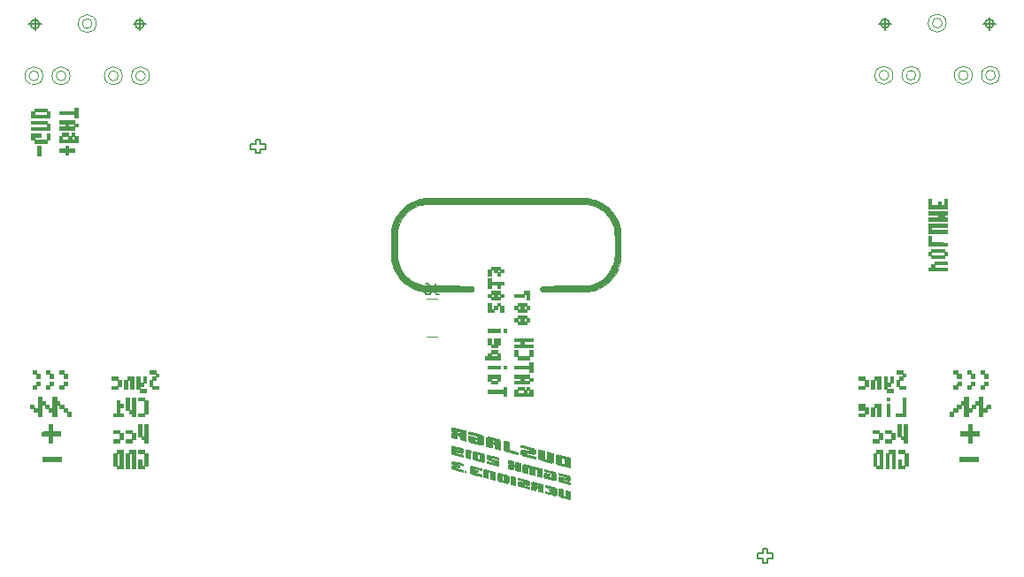
<source format=gbr>
G04 #@! TF.FileFunction,Legend,Bot*
%FSLAX46Y46*%
G04 Gerber Fmt 4.6, Leading zero omitted, Abs format (unit mm)*
G04 Created by KiCad (PCBNEW 4.0.7-e0-6372~58~ubuntu16.04.1) date Wed May  1 15:48:21 2019*
%MOMM*%
%LPD*%
G01*
G04 APERTURE LIST*
%ADD10C,0.100000*%
%ADD11C,0.120000*%
%ADD12C,0.152400*%
%ADD13C,0.127000*%
%ADD14C,0.010000*%
%ADD15C,0.150000*%
G04 APERTURE END LIST*
D10*
D11*
X141860000Y-102730000D02*
X142860000Y-102730000D01*
X142860000Y-99130000D02*
X141860000Y-99130000D01*
D12*
X126428000Y-84750000D02*
X125928000Y-84750000D01*
X125928000Y-84250000D02*
X126428000Y-84250000D01*
X125528000Y-84250000D02*
X125028000Y-84250000D01*
X125028000Y-84250000D02*
X125028000Y-84750000D01*
X125028000Y-84750000D02*
X125528000Y-84750000D01*
X125528000Y-84750000D02*
X125528000Y-85150000D01*
X125528000Y-85150000D02*
X125928000Y-85150000D01*
X125928000Y-85150000D02*
X125928000Y-84750000D01*
X126428000Y-84750000D02*
X126428000Y-84250000D01*
X125928000Y-84250000D02*
X125928000Y-83850000D01*
X125928000Y-83850000D02*
X125528000Y-83850000D01*
X125528000Y-83850000D02*
X125528000Y-84250000D01*
X173532000Y-123476000D02*
X174032000Y-123476000D01*
X174032000Y-123976000D02*
X173532000Y-123976000D01*
X174432000Y-123976000D02*
X174932000Y-123976000D01*
X174932000Y-123976000D02*
X174932000Y-123476000D01*
X174932000Y-123476000D02*
X174432000Y-123476000D01*
X174432000Y-123476000D02*
X174432000Y-123076000D01*
X174432000Y-123076000D02*
X174032000Y-123076000D01*
X174032000Y-123076000D02*
X174032000Y-123476000D01*
X173532000Y-123476000D02*
X173532000Y-123976000D01*
X174032000Y-123976000D02*
X174032000Y-124376000D01*
X174032000Y-124376000D02*
X174432000Y-124376000D01*
X174432000Y-124376000D02*
X174432000Y-123976000D01*
D10*
X109869193Y-72751280D02*
G75*
G03X109869193Y-72751280I-466973J0D01*
G01*
X104771413Y-77750000D02*
G75*
G03X104771413Y-77750000I-466973J0D01*
G01*
X107369833Y-77750000D02*
G75*
G03X107369833Y-77750000I-466973J0D01*
G01*
X112368553Y-77750000D02*
G75*
G03X112368553Y-77750000I-466973J0D01*
G01*
X114966973Y-77750000D02*
G75*
G03X114966973Y-77750000I-466973J0D01*
G01*
X110264325Y-72751280D02*
G75*
G03X110264325Y-72751280I-862105J0D01*
G01*
X105166545Y-77750000D02*
G75*
G03X105166545Y-77750000I-862105J0D01*
G01*
X115362105Y-77750000D02*
G75*
G03X115362105Y-77750000I-862105J0D01*
G01*
X112763685Y-77750000D02*
G75*
G03X112763685Y-77750000I-862105J0D01*
G01*
X107764965Y-77750000D02*
G75*
G03X107764965Y-77750000I-862105J0D01*
G01*
D13*
X104827368Y-72791920D02*
G75*
G03X104827368Y-72791920I-423868J0D01*
G01*
X104403500Y-72192480D02*
X104403500Y-73391360D01*
X105002940Y-72791920D02*
X103804060Y-72791920D01*
X114824808Y-72791920D02*
G75*
G03X114824808Y-72791920I-423868J0D01*
G01*
X114400940Y-72192480D02*
X114400940Y-73391360D01*
X115000380Y-72791920D02*
X113801500Y-72791920D01*
D10*
X191180473Y-72696500D02*
G75*
G03X191180473Y-72696500I-466973J0D01*
G01*
X186082693Y-77695220D02*
G75*
G03X186082693Y-77695220I-466973J0D01*
G01*
X188681113Y-77695220D02*
G75*
G03X188681113Y-77695220I-466973J0D01*
G01*
X193679833Y-77695220D02*
G75*
G03X193679833Y-77695220I-466973J0D01*
G01*
X196278253Y-77695220D02*
G75*
G03X196278253Y-77695220I-466973J0D01*
G01*
X191575605Y-72696500D02*
G75*
G03X191575605Y-72696500I-862105J0D01*
G01*
X186477825Y-77695220D02*
G75*
G03X186477825Y-77695220I-862105J0D01*
G01*
X196673385Y-77695220D02*
G75*
G03X196673385Y-77695220I-862105J0D01*
G01*
X194074965Y-77695220D02*
G75*
G03X194074965Y-77695220I-862105J0D01*
G01*
X189076245Y-77695220D02*
G75*
G03X189076245Y-77695220I-862105J0D01*
G01*
D13*
X186138648Y-72737140D02*
G75*
G03X186138648Y-72737140I-423868J0D01*
G01*
X185714780Y-72137700D02*
X185714780Y-73336580D01*
X186314220Y-72737140D02*
X185115340Y-72737140D01*
X196136088Y-72737140D02*
G75*
G03X196136088Y-72737140I-423868J0D01*
G01*
X195712220Y-72137700D02*
X195712220Y-73336580D01*
X196311660Y-72737140D02*
X195112780Y-72737140D01*
D14*
G36*
X154524374Y-117288217D02*
X154557579Y-117296784D01*
X154607225Y-117309691D01*
X154669251Y-117325884D01*
X154724400Y-117340323D01*
X154933950Y-117395250D01*
X154946650Y-118001892D01*
X155022850Y-118022282D01*
X155069994Y-118034778D01*
X155112304Y-118045789D01*
X155133975Y-118051278D01*
X155168900Y-118059883D01*
X155168900Y-117761191D01*
X155169271Y-117659218D01*
X155170451Y-117580712D01*
X155172533Y-117523751D01*
X155175615Y-117486412D01*
X155179791Y-117466772D01*
X155183754Y-117462500D01*
X155200538Y-117465579D01*
X155237401Y-117474093D01*
X155289873Y-117486953D01*
X155353483Y-117503072D01*
X155399654Y-117515034D01*
X155600700Y-117567569D01*
X155600700Y-117946834D01*
X155600598Y-118041990D01*
X155600309Y-118128334D01*
X155599860Y-118202768D01*
X155599277Y-118262190D01*
X155598585Y-118303502D01*
X155597811Y-118323604D01*
X155597525Y-118325054D01*
X155584948Y-118321723D01*
X155550534Y-118312700D01*
X155497027Y-118298700D01*
X155427167Y-118280440D01*
X155343697Y-118258637D01*
X155249358Y-118234008D01*
X155146892Y-118207269D01*
X155143500Y-118206383D01*
X155039189Y-118179184D01*
X154941502Y-118153739D01*
X154853442Y-118130828D01*
X154778013Y-118111233D01*
X154718217Y-118095734D01*
X154677059Y-118085110D01*
X154657725Y-118080187D01*
X154631998Y-118068600D01*
X154623217Y-118045402D01*
X154622800Y-118033940D01*
X154620206Y-118010099D01*
X154608006Y-117995969D01*
X154579572Y-117985511D01*
X154565650Y-117981875D01*
X154508500Y-117967484D01*
X154508500Y-117626092D01*
X154508613Y-117535975D01*
X154508931Y-117454803D01*
X154509425Y-117385850D01*
X154510064Y-117332390D01*
X154510816Y-117297700D01*
X154511653Y-117285053D01*
X154511675Y-117285047D01*
X154524374Y-117288217D01*
X154524374Y-117288217D01*
G37*
X154524374Y-117288217D02*
X154557579Y-117296784D01*
X154607225Y-117309691D01*
X154669251Y-117325884D01*
X154724400Y-117340323D01*
X154933950Y-117395250D01*
X154946650Y-118001892D01*
X155022850Y-118022282D01*
X155069994Y-118034778D01*
X155112304Y-118045789D01*
X155133975Y-118051278D01*
X155168900Y-118059883D01*
X155168900Y-117761191D01*
X155169271Y-117659218D01*
X155170451Y-117580712D01*
X155172533Y-117523751D01*
X155175615Y-117486412D01*
X155179791Y-117466772D01*
X155183754Y-117462500D01*
X155200538Y-117465579D01*
X155237401Y-117474093D01*
X155289873Y-117486953D01*
X155353483Y-117503072D01*
X155399654Y-117515034D01*
X155600700Y-117567569D01*
X155600700Y-117946834D01*
X155600598Y-118041990D01*
X155600309Y-118128334D01*
X155599860Y-118202768D01*
X155599277Y-118262190D01*
X155598585Y-118303502D01*
X155597811Y-118323604D01*
X155597525Y-118325054D01*
X155584948Y-118321723D01*
X155550534Y-118312700D01*
X155497027Y-118298700D01*
X155427167Y-118280440D01*
X155343697Y-118258637D01*
X155249358Y-118234008D01*
X155146892Y-118207269D01*
X155143500Y-118206383D01*
X155039189Y-118179184D01*
X154941502Y-118153739D01*
X154853442Y-118130828D01*
X154778013Y-118111233D01*
X154718217Y-118095734D01*
X154677059Y-118085110D01*
X154657725Y-118080187D01*
X154631998Y-118068600D01*
X154623217Y-118045402D01*
X154622800Y-118033940D01*
X154620206Y-118010099D01*
X154608006Y-117995969D01*
X154579572Y-117985511D01*
X154565650Y-117981875D01*
X154508500Y-117967484D01*
X154508500Y-117626092D01*
X154508613Y-117535975D01*
X154508931Y-117454803D01*
X154509425Y-117385850D01*
X154510064Y-117332390D01*
X154510816Y-117297700D01*
X154511653Y-117285053D01*
X154511675Y-117285047D01*
X154524374Y-117288217D01*
G36*
X153228901Y-116957578D02*
X153265900Y-116966351D01*
X153321920Y-116980121D01*
X153394182Y-116998192D01*
X153479904Y-117019870D01*
X153576307Y-117044456D01*
X153680609Y-117071256D01*
X153695700Y-117075150D01*
X153800511Y-117102159D01*
X153897477Y-117127061D01*
X153983877Y-117149163D01*
X154056989Y-117167773D01*
X154114091Y-117182198D01*
X154152462Y-117191747D01*
X154169382Y-117195726D01*
X154169905Y-117195800D01*
X154175669Y-117206887D01*
X154180441Y-117233799D01*
X154180670Y-117236007D01*
X154186722Y-117263118D01*
X154202967Y-117278868D01*
X154235450Y-117290382D01*
X154286250Y-117304550D01*
X154293066Y-117909870D01*
X154257908Y-117901482D01*
X154223808Y-117892915D01*
X154201373Y-117886760D01*
X154184886Y-117888681D01*
X154176868Y-117910389D01*
X154175973Y-117917365D01*
X154171950Y-117954303D01*
X153714750Y-117836045D01*
X153610010Y-117808957D01*
X153512182Y-117783665D01*
X153424194Y-117760924D01*
X153348977Y-117741493D01*
X153289457Y-117726126D01*
X153248566Y-117715582D01*
X153229230Y-117710616D01*
X153228975Y-117710551D01*
X153213020Y-117703897D01*
X153204413Y-117689923D01*
X153200949Y-117662147D01*
X153200400Y-117626502D01*
X153201267Y-117584111D01*
X153204953Y-117561979D01*
X153213079Y-117554994D01*
X153222625Y-117556485D01*
X153242440Y-117561985D01*
X153281561Y-117572399D01*
X153335930Y-117586678D01*
X153401493Y-117603777D01*
X153474194Y-117622647D01*
X153549977Y-117642243D01*
X153624786Y-117661515D01*
X153694566Y-117679419D01*
X153755261Y-117694905D01*
X153802815Y-117706928D01*
X153833174Y-117714440D01*
X153842390Y-117716500D01*
X153845428Y-117704970D01*
X153847499Y-117675053D01*
X153848100Y-117641807D01*
X153848100Y-117567115D01*
X153787775Y-117552298D01*
X153744916Y-117541506D01*
X153689174Y-117527118D01*
X153632191Y-117512140D01*
X153629025Y-117511299D01*
X153530600Y-117485117D01*
X153530600Y-117409452D01*
X153531496Y-117367446D01*
X153535289Y-117345662D01*
X153543635Y-117338954D01*
X153552825Y-117340397D01*
X153577556Y-117347169D01*
X153617640Y-117357543D01*
X153666991Y-117370014D01*
X153719526Y-117383074D01*
X153769159Y-117395218D01*
X153809806Y-117404940D01*
X153835382Y-117410733D01*
X153840876Y-117411700D01*
X153844754Y-117400183D01*
X153847376Y-117370352D01*
X153848100Y-117338513D01*
X153848100Y-117265326D01*
X153206750Y-117100118D01*
X153202941Y-117027309D01*
X153202917Y-116979753D01*
X153209107Y-116956800D01*
X153213705Y-116954500D01*
X153228901Y-116957578D01*
X153228901Y-116957578D01*
G37*
X153228901Y-116957578D02*
X153265900Y-116966351D01*
X153321920Y-116980121D01*
X153394182Y-116998192D01*
X153479904Y-117019870D01*
X153576307Y-117044456D01*
X153680609Y-117071256D01*
X153695700Y-117075150D01*
X153800511Y-117102159D01*
X153897477Y-117127061D01*
X153983877Y-117149163D01*
X154056989Y-117167773D01*
X154114091Y-117182198D01*
X154152462Y-117191747D01*
X154169382Y-117195726D01*
X154169905Y-117195800D01*
X154175669Y-117206887D01*
X154180441Y-117233799D01*
X154180670Y-117236007D01*
X154186722Y-117263118D01*
X154202967Y-117278868D01*
X154235450Y-117290382D01*
X154286250Y-117304550D01*
X154293066Y-117909870D01*
X154257908Y-117901482D01*
X154223808Y-117892915D01*
X154201373Y-117886760D01*
X154184886Y-117888681D01*
X154176868Y-117910389D01*
X154175973Y-117917365D01*
X154171950Y-117954303D01*
X153714750Y-117836045D01*
X153610010Y-117808957D01*
X153512182Y-117783665D01*
X153424194Y-117760924D01*
X153348977Y-117741493D01*
X153289457Y-117726126D01*
X153248566Y-117715582D01*
X153229230Y-117710616D01*
X153228975Y-117710551D01*
X153213020Y-117703897D01*
X153204413Y-117689923D01*
X153200949Y-117662147D01*
X153200400Y-117626502D01*
X153201267Y-117584111D01*
X153204953Y-117561979D01*
X153213079Y-117554994D01*
X153222625Y-117556485D01*
X153242440Y-117561985D01*
X153281561Y-117572399D01*
X153335930Y-117586678D01*
X153401493Y-117603777D01*
X153474194Y-117622647D01*
X153549977Y-117642243D01*
X153624786Y-117661515D01*
X153694566Y-117679419D01*
X153755261Y-117694905D01*
X153802815Y-117706928D01*
X153833174Y-117714440D01*
X153842390Y-117716500D01*
X153845428Y-117704970D01*
X153847499Y-117675053D01*
X153848100Y-117641807D01*
X153848100Y-117567115D01*
X153787775Y-117552298D01*
X153744916Y-117541506D01*
X153689174Y-117527118D01*
X153632191Y-117512140D01*
X153629025Y-117511299D01*
X153530600Y-117485117D01*
X153530600Y-117409452D01*
X153531496Y-117367446D01*
X153535289Y-117345662D01*
X153543635Y-117338954D01*
X153552825Y-117340397D01*
X153577556Y-117347169D01*
X153617640Y-117357543D01*
X153666991Y-117370014D01*
X153719526Y-117383074D01*
X153769159Y-117395218D01*
X153809806Y-117404940D01*
X153835382Y-117410733D01*
X153840876Y-117411700D01*
X153844754Y-117400183D01*
X153847376Y-117370352D01*
X153848100Y-117338513D01*
X153848100Y-117265326D01*
X153206750Y-117100118D01*
X153202941Y-117027309D01*
X153202917Y-116979753D01*
X153209107Y-116956800D01*
X153213705Y-116954500D01*
X153228901Y-116957578D01*
G36*
X152016125Y-116641647D02*
X152033185Y-116646175D01*
X152071948Y-116656262D01*
X152129511Y-116671158D01*
X152202971Y-116690115D01*
X152289426Y-116712383D01*
X152385974Y-116737213D01*
X152489200Y-116763726D01*
X152592911Y-116790370D01*
X152689419Y-116815211D01*
X152775819Y-116837498D01*
X152849210Y-116856479D01*
X152906689Y-116871405D01*
X152945353Y-116881524D01*
X152962275Y-116886079D01*
X152968671Y-116889592D01*
X152973714Y-116897696D01*
X152977562Y-116913115D01*
X152980376Y-116938576D01*
X152982314Y-116976802D01*
X152983535Y-117030520D01*
X152984199Y-117102455D01*
X152984465Y-117195331D01*
X152984500Y-117266505D01*
X152984412Y-117373906D01*
X152984045Y-117458577D01*
X152983237Y-117523189D01*
X152981831Y-117570410D01*
X152979667Y-117602912D01*
X152976585Y-117623364D01*
X152972427Y-117634436D01*
X152967033Y-117638798D01*
X152962275Y-117639281D01*
X152942867Y-117635823D01*
X152903622Y-117626925D01*
X152849236Y-117613719D01*
X152784408Y-117597334D01*
X152740395Y-117585909D01*
X152540740Y-117533554D01*
X152533650Y-117230102D01*
X152428875Y-117201526D01*
X152324100Y-117172951D01*
X152324100Y-117325434D01*
X152323468Y-117392639D01*
X152321356Y-117437499D01*
X152317436Y-117463041D01*
X152311379Y-117472292D01*
X152308225Y-117472088D01*
X152290993Y-117467205D01*
X152253630Y-117457476D01*
X152200685Y-117444058D01*
X152136706Y-117428108D01*
X152092325Y-117417169D01*
X151892300Y-117368079D01*
X151892300Y-117066567D01*
X151995240Y-117083959D01*
X151988372Y-116952069D01*
X152324100Y-116952069D01*
X152324100Y-117025839D01*
X152533650Y-117076003D01*
X152537514Y-117007050D01*
X152537923Y-116967092D01*
X152534846Y-116938069D01*
X152531164Y-116928998D01*
X152514922Y-116922051D01*
X152481745Y-116911755D01*
X152439510Y-116900170D01*
X152396099Y-116889358D01*
X152359392Y-116881381D01*
X152337364Y-116878300D01*
X152329881Y-116890007D01*
X152325179Y-116921275D01*
X152324100Y-116952069D01*
X151988372Y-116952069D01*
X151987550Y-116936299D01*
X151939925Y-116925088D01*
X151892300Y-116913876D01*
X151892300Y-116800838D01*
X151893298Y-116750808D01*
X151895971Y-116712119D01*
X151899834Y-116690469D01*
X151901908Y-116687800D01*
X151919709Y-116691019D01*
X151950012Y-116698845D01*
X151952708Y-116699613D01*
X151980561Y-116706068D01*
X151991768Y-116700021D01*
X151993895Y-116676650D01*
X151993900Y-116673357D01*
X151996939Y-116646956D01*
X152008548Y-116640158D01*
X152016125Y-116641647D01*
X152016125Y-116641647D01*
G37*
X152016125Y-116641647D02*
X152033185Y-116646175D01*
X152071948Y-116656262D01*
X152129511Y-116671158D01*
X152202971Y-116690115D01*
X152289426Y-116712383D01*
X152385974Y-116737213D01*
X152489200Y-116763726D01*
X152592911Y-116790370D01*
X152689419Y-116815211D01*
X152775819Y-116837498D01*
X152849210Y-116856479D01*
X152906689Y-116871405D01*
X152945353Y-116881524D01*
X152962275Y-116886079D01*
X152968671Y-116889592D01*
X152973714Y-116897696D01*
X152977562Y-116913115D01*
X152980376Y-116938576D01*
X152982314Y-116976802D01*
X152983535Y-117030520D01*
X152984199Y-117102455D01*
X152984465Y-117195331D01*
X152984500Y-117266505D01*
X152984412Y-117373906D01*
X152984045Y-117458577D01*
X152983237Y-117523189D01*
X152981831Y-117570410D01*
X152979667Y-117602912D01*
X152976585Y-117623364D01*
X152972427Y-117634436D01*
X152967033Y-117638798D01*
X152962275Y-117639281D01*
X152942867Y-117635823D01*
X152903622Y-117626925D01*
X152849236Y-117613719D01*
X152784408Y-117597334D01*
X152740395Y-117585909D01*
X152540740Y-117533554D01*
X152533650Y-117230102D01*
X152428875Y-117201526D01*
X152324100Y-117172951D01*
X152324100Y-117325434D01*
X152323468Y-117392639D01*
X152321356Y-117437499D01*
X152317436Y-117463041D01*
X152311379Y-117472292D01*
X152308225Y-117472088D01*
X152290993Y-117467205D01*
X152253630Y-117457476D01*
X152200685Y-117444058D01*
X152136706Y-117428108D01*
X152092325Y-117417169D01*
X151892300Y-117368079D01*
X151892300Y-117066567D01*
X151995240Y-117083959D01*
X151988372Y-116952069D01*
X152324100Y-116952069D01*
X152324100Y-117025839D01*
X152533650Y-117076003D01*
X152537514Y-117007050D01*
X152537923Y-116967092D01*
X152534846Y-116938069D01*
X152531164Y-116928998D01*
X152514922Y-116922051D01*
X152481745Y-116911755D01*
X152439510Y-116900170D01*
X152396099Y-116889358D01*
X152359392Y-116881381D01*
X152337364Y-116878300D01*
X152329881Y-116890007D01*
X152325179Y-116921275D01*
X152324100Y-116952069D01*
X151988372Y-116952069D01*
X151987550Y-116936299D01*
X151939925Y-116925088D01*
X151892300Y-116913876D01*
X151892300Y-116800838D01*
X151893298Y-116750808D01*
X151895971Y-116712119D01*
X151899834Y-116690469D01*
X151901908Y-116687800D01*
X151919709Y-116691019D01*
X151950012Y-116698845D01*
X151952708Y-116699613D01*
X151980561Y-116706068D01*
X151991768Y-116700021D01*
X151993895Y-116676650D01*
X151993900Y-116673357D01*
X151996939Y-116646956D01*
X152008548Y-116640158D01*
X152016125Y-116641647D01*
G36*
X150593725Y-116273468D02*
X150610923Y-116278073D01*
X150649724Y-116288224D01*
X150707129Y-116303142D01*
X150780139Y-116322052D01*
X150865756Y-116344176D01*
X150960982Y-116368738D01*
X151041400Y-116389449D01*
X151143498Y-116415729D01*
X151239582Y-116440468D01*
X151326417Y-116462831D01*
X151400772Y-116481985D01*
X151459412Y-116497099D01*
X151499106Y-116507339D01*
X151514475Y-116511314D01*
X151546002Y-116522188D01*
X151559479Y-116537480D01*
X151562100Y-116560800D01*
X151565303Y-116585618D01*
X151579547Y-116600134D01*
X151611781Y-116611297D01*
X151612900Y-116611600D01*
X151663700Y-116625279D01*
X151663700Y-116778045D01*
X151663492Y-116842291D01*
X151662404Y-116885143D01*
X151659736Y-116910607D01*
X151654790Y-116922689D01*
X151646866Y-116925392D01*
X151638300Y-116923605D01*
X151603228Y-116913656D01*
X151587500Y-116909194D01*
X151569521Y-116908121D01*
X151562776Y-116923124D01*
X151562100Y-116939974D01*
X151562100Y-116977959D01*
X151298575Y-116909370D01*
X151220373Y-116889113D01*
X151150504Y-116871202D01*
X151092693Y-116856575D01*
X151050663Y-116846171D01*
X151028140Y-116840931D01*
X151025525Y-116840490D01*
X151020443Y-116851848D01*
X151016988Y-116881603D01*
X151016000Y-116914381D01*
X151016000Y-116988562D01*
X151330325Y-117068683D01*
X151416093Y-117090784D01*
X151493745Y-117111251D01*
X151559871Y-117129148D01*
X151611064Y-117143539D01*
X151643914Y-117153489D01*
X151654864Y-117157751D01*
X151659878Y-117174479D01*
X151661904Y-117207985D01*
X151661214Y-117236173D01*
X151657350Y-117305649D01*
X151250950Y-117200540D01*
X151149307Y-117174236D01*
X151052052Y-117149036D01*
X150962835Y-117125889D01*
X150885308Y-117105744D01*
X150823120Y-117089548D01*
X150779923Y-117078250D01*
X150765888Y-117074548D01*
X150722952Y-117062202D01*
X150698855Y-117051141D01*
X150687663Y-117037062D01*
X150683438Y-117015657D01*
X150683338Y-117014675D01*
X150677126Y-116988221D01*
X150660296Y-116972648D01*
X150628650Y-116961532D01*
X150577850Y-116947378D01*
X150574259Y-116797058D01*
X150570668Y-116646737D01*
X150606009Y-116655171D01*
X150640548Y-116663868D01*
X150663575Y-116670208D01*
X150679538Y-116669772D01*
X150685419Y-116651700D01*
X150685800Y-116639193D01*
X150685223Y-116626645D01*
X150685371Y-116617127D01*
X150689057Y-116611011D01*
X150699095Y-116608667D01*
X150718299Y-116610465D01*
X150749483Y-116616776D01*
X150795462Y-116627970D01*
X150859049Y-116644418D01*
X150943058Y-116666490D01*
X150993343Y-116679684D01*
X151065200Y-116698407D01*
X151128310Y-116714676D01*
X151178677Y-116727474D01*
X151212304Y-116735785D01*
X151225118Y-116738600D01*
X151228733Y-116727073D01*
X151231193Y-116697175D01*
X151231900Y-116664229D01*
X151231900Y-116589858D01*
X150930275Y-116511799D01*
X150845094Y-116489738D01*
X150766873Y-116469450D01*
X150699367Y-116451909D01*
X150646333Y-116438095D01*
X150611529Y-116428982D01*
X150600075Y-116425938D01*
X150584000Y-116418833D01*
X150575392Y-116404349D01*
X150571991Y-116375895D01*
X150571500Y-116342562D01*
X150572402Y-116300575D01*
X150576215Y-116278799D01*
X150584597Y-116272079D01*
X150593725Y-116273468D01*
X150593725Y-116273468D01*
G37*
X150593725Y-116273468D02*
X150610923Y-116278073D01*
X150649724Y-116288224D01*
X150707129Y-116303142D01*
X150780139Y-116322052D01*
X150865756Y-116344176D01*
X150960982Y-116368738D01*
X151041400Y-116389449D01*
X151143498Y-116415729D01*
X151239582Y-116440468D01*
X151326417Y-116462831D01*
X151400772Y-116481985D01*
X151459412Y-116497099D01*
X151499106Y-116507339D01*
X151514475Y-116511314D01*
X151546002Y-116522188D01*
X151559479Y-116537480D01*
X151562100Y-116560800D01*
X151565303Y-116585618D01*
X151579547Y-116600134D01*
X151611781Y-116611297D01*
X151612900Y-116611600D01*
X151663700Y-116625279D01*
X151663700Y-116778045D01*
X151663492Y-116842291D01*
X151662404Y-116885143D01*
X151659736Y-116910607D01*
X151654790Y-116922689D01*
X151646866Y-116925392D01*
X151638300Y-116923605D01*
X151603228Y-116913656D01*
X151587500Y-116909194D01*
X151569521Y-116908121D01*
X151562776Y-116923124D01*
X151562100Y-116939974D01*
X151562100Y-116977959D01*
X151298575Y-116909370D01*
X151220373Y-116889113D01*
X151150504Y-116871202D01*
X151092693Y-116856575D01*
X151050663Y-116846171D01*
X151028140Y-116840931D01*
X151025525Y-116840490D01*
X151020443Y-116851848D01*
X151016988Y-116881603D01*
X151016000Y-116914381D01*
X151016000Y-116988562D01*
X151330325Y-117068683D01*
X151416093Y-117090784D01*
X151493745Y-117111251D01*
X151559871Y-117129148D01*
X151611064Y-117143539D01*
X151643914Y-117153489D01*
X151654864Y-117157751D01*
X151659878Y-117174479D01*
X151661904Y-117207985D01*
X151661214Y-117236173D01*
X151657350Y-117305649D01*
X151250950Y-117200540D01*
X151149307Y-117174236D01*
X151052052Y-117149036D01*
X150962835Y-117125889D01*
X150885308Y-117105744D01*
X150823120Y-117089548D01*
X150779923Y-117078250D01*
X150765888Y-117074548D01*
X150722952Y-117062202D01*
X150698855Y-117051141D01*
X150687663Y-117037062D01*
X150683438Y-117015657D01*
X150683338Y-117014675D01*
X150677126Y-116988221D01*
X150660296Y-116972648D01*
X150628650Y-116961532D01*
X150577850Y-116947378D01*
X150574259Y-116797058D01*
X150570668Y-116646737D01*
X150606009Y-116655171D01*
X150640548Y-116663868D01*
X150663575Y-116670208D01*
X150679538Y-116669772D01*
X150685419Y-116651700D01*
X150685800Y-116639193D01*
X150685223Y-116626645D01*
X150685371Y-116617127D01*
X150689057Y-116611011D01*
X150699095Y-116608667D01*
X150718299Y-116610465D01*
X150749483Y-116616776D01*
X150795462Y-116627970D01*
X150859049Y-116644418D01*
X150943058Y-116666490D01*
X150993343Y-116679684D01*
X151065200Y-116698407D01*
X151128310Y-116714676D01*
X151178677Y-116727474D01*
X151212304Y-116735785D01*
X151225118Y-116738600D01*
X151228733Y-116727073D01*
X151231193Y-116697175D01*
X151231900Y-116664229D01*
X151231900Y-116589858D01*
X150930275Y-116511799D01*
X150845094Y-116489738D01*
X150766873Y-116469450D01*
X150699367Y-116451909D01*
X150646333Y-116438095D01*
X150611529Y-116428982D01*
X150600075Y-116425938D01*
X150584000Y-116418833D01*
X150575392Y-116404349D01*
X150571991Y-116375895D01*
X150571500Y-116342562D01*
X150572402Y-116300575D01*
X150576215Y-116278799D01*
X150584597Y-116272079D01*
X150593725Y-116273468D01*
G36*
X149952183Y-116108060D02*
X149974285Y-116113777D01*
X150015862Y-116124474D01*
X150071786Y-116138834D01*
X150136925Y-116155539D01*
X150168253Y-116163567D01*
X150355556Y-116211550D01*
X150355578Y-116589375D01*
X150355276Y-116684338D01*
X150354413Y-116770482D01*
X150353066Y-116844702D01*
X150351314Y-116903892D01*
X150349235Y-116944947D01*
X150346907Y-116964762D01*
X150346075Y-116966109D01*
X150331162Y-116962692D01*
X150295979Y-116953934D01*
X150244826Y-116940925D01*
X150182004Y-116924757D01*
X150133350Y-116912134D01*
X149930150Y-116859250D01*
X149926783Y-116479893D01*
X149923417Y-116100537D01*
X149952183Y-116108060D01*
X149952183Y-116108060D01*
G37*
X149952183Y-116108060D02*
X149974285Y-116113777D01*
X150015862Y-116124474D01*
X150071786Y-116138834D01*
X150136925Y-116155539D01*
X150168253Y-116163567D01*
X150355556Y-116211550D01*
X150355578Y-116589375D01*
X150355276Y-116684338D01*
X150354413Y-116770482D01*
X150353066Y-116844702D01*
X150351314Y-116903892D01*
X150349235Y-116944947D01*
X150346907Y-116964762D01*
X150346075Y-116966109D01*
X150331162Y-116962692D01*
X150295979Y-116953934D01*
X150244826Y-116940925D01*
X150182004Y-116924757D01*
X150133350Y-116912134D01*
X149930150Y-116859250D01*
X149926783Y-116479893D01*
X149923417Y-116100537D01*
X149952183Y-116108060D01*
G36*
X154490700Y-115814596D02*
X154528261Y-115823401D01*
X154584585Y-115837190D01*
X154656769Y-115855236D01*
X154741909Y-115876816D01*
X154837100Y-115901202D01*
X154928831Y-115924916D01*
X155032919Y-115951920D01*
X155131581Y-115977486D01*
X155221526Y-116000763D01*
X155299462Y-116020902D01*
X155362097Y-116037050D01*
X155406140Y-116048359D01*
X155426075Y-116053424D01*
X155462288Y-116063847D01*
X155480077Y-116075335D01*
X155485925Y-116093932D01*
X155486400Y-116109653D01*
X155488623Y-116135911D01*
X155499915Y-116150204D01*
X155527205Y-116159274D01*
X155540375Y-116162159D01*
X155594350Y-116173527D01*
X155597898Y-116334634D01*
X155601447Y-116495741D01*
X155559882Y-116483820D01*
X155519052Y-116473993D01*
X155496649Y-116475111D01*
X155487572Y-116488549D01*
X155486400Y-116503650D01*
X155481254Y-116527503D01*
X155471347Y-116535400D01*
X155456144Y-116532393D01*
X155420791Y-116524120D01*
X155369719Y-116511700D01*
X155307361Y-116496251D01*
X155238151Y-116478894D01*
X155166521Y-116460748D01*
X155096904Y-116442931D01*
X155033734Y-116426563D01*
X154981442Y-116412764D01*
X154944462Y-116402653D01*
X154936491Y-116400351D01*
X154924183Y-116399164D01*
X154917820Y-116408320D01*
X154916079Y-116432934D01*
X154917441Y-116474018D01*
X154921250Y-116554450D01*
X155260975Y-116642156D01*
X155600700Y-116729863D01*
X155600700Y-116810431D01*
X155600245Y-116851689D01*
X155599057Y-116880340D01*
X155597525Y-116889864D01*
X155584940Y-116886516D01*
X155550576Y-116877504D01*
X155497238Y-116863561D01*
X155427729Y-116845418D01*
X155344852Y-116823807D01*
X155251411Y-116799460D01*
X155162550Y-116776320D01*
X155058028Y-116749096D01*
X154958026Y-116723018D01*
X154866033Y-116699001D01*
X154785542Y-116677957D01*
X154720045Y-116660799D01*
X154673035Y-116648439D01*
X154652088Y-116642889D01*
X154609199Y-116630503D01*
X154585129Y-116619448D01*
X154573944Y-116605355D01*
X154569711Y-116583859D01*
X154569538Y-116582140D01*
X154563473Y-116555300D01*
X154547054Y-116539632D01*
X154514850Y-116528256D01*
X154464050Y-116514098D01*
X154460484Y-116359649D01*
X154459106Y-116292590D01*
X154459801Y-116247365D01*
X154464326Y-116220405D01*
X154474441Y-116208146D01*
X154491901Y-116207022D01*
X154518467Y-116213466D01*
X154530808Y-116217013D01*
X154558657Y-116223458D01*
X154569869Y-116217499D01*
X154571996Y-116194479D01*
X154572000Y-116191613D01*
X154574963Y-116165236D01*
X154582001Y-116154400D01*
X154596716Y-116157430D01*
X154632347Y-116165916D01*
X154685223Y-116178947D01*
X154751672Y-116195615D01*
X154828020Y-116215010D01*
X154864100Y-116224250D01*
X154943247Y-116244520D01*
X155013722Y-116262480D01*
X155071950Y-116277224D01*
X155114357Y-116287851D01*
X155137370Y-116293456D01*
X155140454Y-116294100D01*
X155142114Y-116282561D01*
X155142203Y-116252496D01*
X155140931Y-116215786D01*
X155137150Y-116137472D01*
X155003800Y-116102341D01*
X154942941Y-116086372D01*
X154865836Y-116066235D01*
X154780831Y-116044104D01*
X154696273Y-116022156D01*
X154664075Y-116013819D01*
X154457700Y-115960430D01*
X154457700Y-115885965D01*
X154459601Y-115840667D01*
X154465835Y-115817072D01*
X154474806Y-115811500D01*
X154490700Y-115814596D01*
X154490700Y-115814596D01*
G37*
X154490700Y-115814596D02*
X154528261Y-115823401D01*
X154584585Y-115837190D01*
X154656769Y-115855236D01*
X154741909Y-115876816D01*
X154837100Y-115901202D01*
X154928831Y-115924916D01*
X155032919Y-115951920D01*
X155131581Y-115977486D01*
X155221526Y-116000763D01*
X155299462Y-116020902D01*
X155362097Y-116037050D01*
X155406140Y-116048359D01*
X155426075Y-116053424D01*
X155462288Y-116063847D01*
X155480077Y-116075335D01*
X155485925Y-116093932D01*
X155486400Y-116109653D01*
X155488623Y-116135911D01*
X155499915Y-116150204D01*
X155527205Y-116159274D01*
X155540375Y-116162159D01*
X155594350Y-116173527D01*
X155597898Y-116334634D01*
X155601447Y-116495741D01*
X155559882Y-116483820D01*
X155519052Y-116473993D01*
X155496649Y-116475111D01*
X155487572Y-116488549D01*
X155486400Y-116503650D01*
X155481254Y-116527503D01*
X155471347Y-116535400D01*
X155456144Y-116532393D01*
X155420791Y-116524120D01*
X155369719Y-116511700D01*
X155307361Y-116496251D01*
X155238151Y-116478894D01*
X155166521Y-116460748D01*
X155096904Y-116442931D01*
X155033734Y-116426563D01*
X154981442Y-116412764D01*
X154944462Y-116402653D01*
X154936491Y-116400351D01*
X154924183Y-116399164D01*
X154917820Y-116408320D01*
X154916079Y-116432934D01*
X154917441Y-116474018D01*
X154921250Y-116554450D01*
X155260975Y-116642156D01*
X155600700Y-116729863D01*
X155600700Y-116810431D01*
X155600245Y-116851689D01*
X155599057Y-116880340D01*
X155597525Y-116889864D01*
X155584940Y-116886516D01*
X155550576Y-116877504D01*
X155497238Y-116863561D01*
X155427729Y-116845418D01*
X155344852Y-116823807D01*
X155251411Y-116799460D01*
X155162550Y-116776320D01*
X155058028Y-116749096D01*
X154958026Y-116723018D01*
X154866033Y-116699001D01*
X154785542Y-116677957D01*
X154720045Y-116660799D01*
X154673035Y-116648439D01*
X154652088Y-116642889D01*
X154609199Y-116630503D01*
X154585129Y-116619448D01*
X154573944Y-116605355D01*
X154569711Y-116583859D01*
X154569538Y-116582140D01*
X154563473Y-116555300D01*
X154547054Y-116539632D01*
X154514850Y-116528256D01*
X154464050Y-116514098D01*
X154460484Y-116359649D01*
X154459106Y-116292590D01*
X154459801Y-116247365D01*
X154464326Y-116220405D01*
X154474441Y-116208146D01*
X154491901Y-116207022D01*
X154518467Y-116213466D01*
X154530808Y-116217013D01*
X154558657Y-116223458D01*
X154569869Y-116217499D01*
X154571996Y-116194479D01*
X154572000Y-116191613D01*
X154574963Y-116165236D01*
X154582001Y-116154400D01*
X154596716Y-116157430D01*
X154632347Y-116165916D01*
X154685223Y-116178947D01*
X154751672Y-116195615D01*
X154828020Y-116215010D01*
X154864100Y-116224250D01*
X154943247Y-116244520D01*
X155013722Y-116262480D01*
X155071950Y-116277224D01*
X155114357Y-116287851D01*
X155137370Y-116293456D01*
X155140454Y-116294100D01*
X155142114Y-116282561D01*
X155142203Y-116252496D01*
X155140931Y-116215786D01*
X155137150Y-116137472D01*
X155003800Y-116102341D01*
X154942941Y-116086372D01*
X154865836Y-116066235D01*
X154780831Y-116044104D01*
X154696273Y-116022156D01*
X154664075Y-116013819D01*
X154457700Y-115960430D01*
X154457700Y-115885965D01*
X154459601Y-115840667D01*
X154465835Y-115817072D01*
X154474806Y-115811500D01*
X154490700Y-115814596D01*
G36*
X148752377Y-115801869D02*
X148789802Y-115810551D01*
X148845552Y-115824056D01*
X148916500Y-115841595D01*
X148999517Y-115862379D01*
X149091477Y-115885619D01*
X149189251Y-115910526D01*
X149289713Y-115936309D01*
X149389735Y-115962181D01*
X149486189Y-115987351D01*
X149545975Y-116003090D01*
X149577559Y-116014193D01*
X149591044Y-116029653D01*
X149593600Y-116052084D01*
X149596885Y-116076101D01*
X149611157Y-116091258D01*
X149643040Y-116104118D01*
X149647575Y-116105569D01*
X149701550Y-116122650D01*
X149701550Y-116421100D01*
X149701019Y-116525014D01*
X149699457Y-116607658D01*
X149696908Y-116668013D01*
X149693414Y-116705059D01*
X149689020Y-116717775D01*
X149688850Y-116717766D01*
X149668401Y-116714062D01*
X149636382Y-116707551D01*
X149634875Y-116707232D01*
X149606799Y-116703146D01*
X149595573Y-116710383D01*
X149593600Y-116731240D01*
X149593078Y-116745193D01*
X149589459Y-116754820D01*
X149579661Y-116759819D01*
X149560604Y-116759884D01*
X149529205Y-116754711D01*
X149482384Y-116743997D01*
X149417060Y-116727437D01*
X149333250Y-116705539D01*
X149242160Y-116681675D01*
X149140048Y-116654956D01*
X149037561Y-116628166D01*
X148945345Y-116604088D01*
X148918013Y-116596960D01*
X148718677Y-116544989D01*
X148714813Y-116505673D01*
X148708540Y-116478556D01*
X148691482Y-116463734D01*
X148663325Y-116455166D01*
X148615700Y-116443976D01*
X148615700Y-116252686D01*
X149047500Y-116252686D01*
X149047500Y-116479685D01*
X149145925Y-116506421D01*
X149193102Y-116519065D01*
X149230588Y-116528792D01*
X149251829Y-116533912D01*
X149253875Y-116534279D01*
X149256925Y-116522621D01*
X149259571Y-116489559D01*
X149261644Y-116439088D01*
X149262975Y-116375201D01*
X149263400Y-116308343D01*
X149263400Y-116081287D01*
X149177675Y-116060141D01*
X149131049Y-116048476D01*
X149092082Y-116038437D01*
X149069725Y-116032341D01*
X149061786Y-116031630D01*
X149055994Y-116037172D01*
X149052013Y-116052286D01*
X149049508Y-116080288D01*
X149048145Y-116124499D01*
X149047589Y-116188236D01*
X149047500Y-116252686D01*
X148615700Y-116252686D01*
X148615700Y-115838673D01*
X148656891Y-115850486D01*
X148692715Y-115859756D01*
X148710562Y-115859298D01*
X148716670Y-115847052D01*
X148717300Y-115830550D01*
X148723940Y-115804991D01*
X148736405Y-115798800D01*
X148752377Y-115801869D01*
X148752377Y-115801869D01*
G37*
X148752377Y-115801869D02*
X148789802Y-115810551D01*
X148845552Y-115824056D01*
X148916500Y-115841595D01*
X148999517Y-115862379D01*
X149091477Y-115885619D01*
X149189251Y-115910526D01*
X149289713Y-115936309D01*
X149389735Y-115962181D01*
X149486189Y-115987351D01*
X149545975Y-116003090D01*
X149577559Y-116014193D01*
X149591044Y-116029653D01*
X149593600Y-116052084D01*
X149596885Y-116076101D01*
X149611157Y-116091258D01*
X149643040Y-116104118D01*
X149647575Y-116105569D01*
X149701550Y-116122650D01*
X149701550Y-116421100D01*
X149701019Y-116525014D01*
X149699457Y-116607658D01*
X149696908Y-116668013D01*
X149693414Y-116705059D01*
X149689020Y-116717775D01*
X149688850Y-116717766D01*
X149668401Y-116714062D01*
X149636382Y-116707551D01*
X149634875Y-116707232D01*
X149606799Y-116703146D01*
X149595573Y-116710383D01*
X149593600Y-116731240D01*
X149593078Y-116745193D01*
X149589459Y-116754820D01*
X149579661Y-116759819D01*
X149560604Y-116759884D01*
X149529205Y-116754711D01*
X149482384Y-116743997D01*
X149417060Y-116727437D01*
X149333250Y-116705539D01*
X149242160Y-116681675D01*
X149140048Y-116654956D01*
X149037561Y-116628166D01*
X148945345Y-116604088D01*
X148918013Y-116596960D01*
X148718677Y-116544989D01*
X148714813Y-116505673D01*
X148708540Y-116478556D01*
X148691482Y-116463734D01*
X148663325Y-116455166D01*
X148615700Y-116443976D01*
X148615700Y-116252686D01*
X149047500Y-116252686D01*
X149047500Y-116479685D01*
X149145925Y-116506421D01*
X149193102Y-116519065D01*
X149230588Y-116528792D01*
X149251829Y-116533912D01*
X149253875Y-116534279D01*
X149256925Y-116522621D01*
X149259571Y-116489559D01*
X149261644Y-116439088D01*
X149262975Y-116375201D01*
X149263400Y-116308343D01*
X149263400Y-116081287D01*
X149177675Y-116060141D01*
X149131049Y-116048476D01*
X149092082Y-116038437D01*
X149069725Y-116032341D01*
X149061786Y-116031630D01*
X149055994Y-116037172D01*
X149052013Y-116052286D01*
X149049508Y-116080288D01*
X149048145Y-116124499D01*
X149047589Y-116188236D01*
X149047500Y-116252686D01*
X148615700Y-116252686D01*
X148615700Y-115838673D01*
X148656891Y-115850486D01*
X148692715Y-115859756D01*
X148710562Y-115859298D01*
X148716670Y-115847052D01*
X148717300Y-115830550D01*
X148723940Y-115804991D01*
X148736405Y-115798800D01*
X148752377Y-115801869D01*
G36*
X153114618Y-115458978D02*
X153151420Y-115467765D01*
X153207461Y-115481590D01*
X153280068Y-115499782D01*
X153366569Y-115521669D01*
X153464290Y-115546580D01*
X153570558Y-115573844D01*
X153614079Y-115585056D01*
X154114800Y-115714213D01*
X154114800Y-115754999D01*
X154117005Y-115780558D01*
X154128061Y-115795288D01*
X154154626Y-115805617D01*
X154171950Y-115810175D01*
X154229100Y-115824565D01*
X154229100Y-116458571D01*
X154196523Y-116446185D01*
X154151917Y-116433957D01*
X154125209Y-116438574D01*
X154114997Y-116460367D01*
X154114800Y-116465550D01*
X154108628Y-116490602D01*
X154092575Y-116496220D01*
X154075679Y-116492860D01*
X154037016Y-116483743D01*
X153979386Y-116469572D01*
X153905587Y-116451051D01*
X153818416Y-116428882D01*
X153720672Y-116403771D01*
X153615153Y-116376420D01*
X153591308Y-116370207D01*
X153484856Y-116342327D01*
X153385959Y-116316204D01*
X153297353Y-116292574D01*
X153221772Y-116272178D01*
X153161950Y-116255754D01*
X153120620Y-116244041D01*
X153100518Y-116237779D01*
X153099183Y-116237187D01*
X153093914Y-116222007D01*
X153089913Y-116187007D01*
X153087152Y-116137031D01*
X153085600Y-116076924D01*
X153085230Y-116011531D01*
X153086011Y-115945697D01*
X153087915Y-115884267D01*
X153090913Y-115832084D01*
X153094975Y-115793995D01*
X153100072Y-115774843D01*
X153101975Y-115773505D01*
X153117528Y-115776535D01*
X153153192Y-115784820D01*
X153204495Y-115797234D01*
X153266962Y-115812649D01*
X153336121Y-115829937D01*
X153407496Y-115847973D01*
X153476616Y-115865629D01*
X153539007Y-115881776D01*
X153590194Y-115895290D01*
X153625705Y-115905041D01*
X153635375Y-115907901D01*
X153648217Y-115916889D01*
X153655064Y-115937623D01*
X153657495Y-115976022D01*
X153657600Y-115991164D01*
X153657600Y-116067518D01*
X153616325Y-116058767D01*
X153584095Y-116052190D01*
X153562838Y-116048303D01*
X153562350Y-116048233D01*
X153555412Y-116058835D01*
X153550874Y-116088899D01*
X153549650Y-116122458D01*
X153549650Y-116198467D01*
X153625850Y-116218870D01*
X153673060Y-116231389D01*
X153715499Y-116242437D01*
X153737256Y-116247949D01*
X153772462Y-116256625D01*
X153765550Y-115782181D01*
X153460750Y-115703697D01*
X153374673Y-115681545D01*
X153295145Y-115661099D01*
X153225996Y-115643345D01*
X153171060Y-115629263D01*
X153134167Y-115619840D01*
X153121025Y-115616514D01*
X153101597Y-115609988D01*
X153091147Y-115598308D01*
X153086904Y-115574759D01*
X153086100Y-115532627D01*
X153086100Y-115531858D01*
X153088229Y-115487983D01*
X153094059Y-115461539D01*
X153099729Y-115455900D01*
X153114618Y-115458978D01*
X153114618Y-115458978D01*
G37*
X153114618Y-115458978D02*
X153151420Y-115467765D01*
X153207461Y-115481590D01*
X153280068Y-115499782D01*
X153366569Y-115521669D01*
X153464290Y-115546580D01*
X153570558Y-115573844D01*
X153614079Y-115585056D01*
X154114800Y-115714213D01*
X154114800Y-115754999D01*
X154117005Y-115780558D01*
X154128061Y-115795288D01*
X154154626Y-115805617D01*
X154171950Y-115810175D01*
X154229100Y-115824565D01*
X154229100Y-116458571D01*
X154196523Y-116446185D01*
X154151917Y-116433957D01*
X154125209Y-116438574D01*
X154114997Y-116460367D01*
X154114800Y-116465550D01*
X154108628Y-116490602D01*
X154092575Y-116496220D01*
X154075679Y-116492860D01*
X154037016Y-116483743D01*
X153979386Y-116469572D01*
X153905587Y-116451051D01*
X153818416Y-116428882D01*
X153720672Y-116403771D01*
X153615153Y-116376420D01*
X153591308Y-116370207D01*
X153484856Y-116342327D01*
X153385959Y-116316204D01*
X153297353Y-116292574D01*
X153221772Y-116272178D01*
X153161950Y-116255754D01*
X153120620Y-116244041D01*
X153100518Y-116237779D01*
X153099183Y-116237187D01*
X153093914Y-116222007D01*
X153089913Y-116187007D01*
X153087152Y-116137031D01*
X153085600Y-116076924D01*
X153085230Y-116011531D01*
X153086011Y-115945697D01*
X153087915Y-115884267D01*
X153090913Y-115832084D01*
X153094975Y-115793995D01*
X153100072Y-115774843D01*
X153101975Y-115773505D01*
X153117528Y-115776535D01*
X153153192Y-115784820D01*
X153204495Y-115797234D01*
X153266962Y-115812649D01*
X153336121Y-115829937D01*
X153407496Y-115847973D01*
X153476616Y-115865629D01*
X153539007Y-115881776D01*
X153590194Y-115895290D01*
X153625705Y-115905041D01*
X153635375Y-115907901D01*
X153648217Y-115916889D01*
X153655064Y-115937623D01*
X153657495Y-115976022D01*
X153657600Y-115991164D01*
X153657600Y-116067518D01*
X153616325Y-116058767D01*
X153584095Y-116052190D01*
X153562838Y-116048303D01*
X153562350Y-116048233D01*
X153555412Y-116058835D01*
X153550874Y-116088899D01*
X153549650Y-116122458D01*
X153549650Y-116198467D01*
X153625850Y-116218870D01*
X153673060Y-116231389D01*
X153715499Y-116242437D01*
X153737256Y-116247949D01*
X153772462Y-116256625D01*
X153765550Y-115782181D01*
X153460750Y-115703697D01*
X153374673Y-115681545D01*
X153295145Y-115661099D01*
X153225996Y-115643345D01*
X153171060Y-115629263D01*
X153134167Y-115619840D01*
X153121025Y-115616514D01*
X153101597Y-115609988D01*
X153091147Y-115598308D01*
X153086904Y-115574759D01*
X153086100Y-115532627D01*
X153086100Y-115531858D01*
X153088229Y-115487983D01*
X153094059Y-115461539D01*
X153099729Y-115455900D01*
X153114618Y-115458978D01*
G36*
X147432975Y-115459222D02*
X147468696Y-115467953D01*
X147522777Y-115481509D01*
X147592108Y-115499102D01*
X147673578Y-115519947D01*
X147764078Y-115543256D01*
X147796550Y-115551654D01*
X147895799Y-115577313D01*
X147992801Y-115602324D01*
X148083211Y-115625571D01*
X148162686Y-115645940D01*
X148226883Y-115662317D01*
X148271459Y-115673586D01*
X148275975Y-115674714D01*
X148387100Y-115702423D01*
X148387100Y-116080811D01*
X148386793Y-116175857D01*
X148385926Y-116262095D01*
X148384576Y-116336419D01*
X148382823Y-116395725D01*
X148380744Y-116436909D01*
X148378418Y-116456865D01*
X148377575Y-116458262D01*
X148362675Y-116454853D01*
X148327523Y-116446020D01*
X148276413Y-116432865D01*
X148213641Y-116416490D01*
X148164850Y-116403647D01*
X147961650Y-116349970D01*
X147948950Y-115741650D01*
X147844175Y-115714183D01*
X147739400Y-115686717D01*
X147739400Y-115991767D01*
X147739271Y-116087725D01*
X147738753Y-116161136D01*
X147737644Y-116214851D01*
X147735745Y-116251723D01*
X147732855Y-116274604D01*
X147728776Y-116286345D01*
X147723305Y-116289799D01*
X147718561Y-116288821D01*
X147699092Y-116282884D01*
X147660126Y-116272141D01*
X147606802Y-116257970D01*
X147544258Y-116241753D01*
X147524886Y-116236802D01*
X147459776Y-116220170D01*
X147401542Y-116205206D01*
X147355605Y-116193308D01*
X147327386Y-116185877D01*
X147323475Y-116184809D01*
X147294900Y-116176837D01*
X147294900Y-115503815D01*
X147352050Y-115512386D01*
X147387014Y-115516712D01*
X147403695Y-115513901D01*
X147408841Y-115501125D01*
X147409200Y-115488428D01*
X147412390Y-115464256D01*
X147418725Y-115456101D01*
X147432975Y-115459222D01*
X147432975Y-115459222D01*
G37*
X147432975Y-115459222D02*
X147468696Y-115467953D01*
X147522777Y-115481509D01*
X147592108Y-115499102D01*
X147673578Y-115519947D01*
X147764078Y-115543256D01*
X147796550Y-115551654D01*
X147895799Y-115577313D01*
X147992801Y-115602324D01*
X148083211Y-115625571D01*
X148162686Y-115645940D01*
X148226883Y-115662317D01*
X148271459Y-115673586D01*
X148275975Y-115674714D01*
X148387100Y-115702423D01*
X148387100Y-116080811D01*
X148386793Y-116175857D01*
X148385926Y-116262095D01*
X148384576Y-116336419D01*
X148382823Y-116395725D01*
X148380744Y-116436909D01*
X148378418Y-116456865D01*
X148377575Y-116458262D01*
X148362675Y-116454853D01*
X148327523Y-116446020D01*
X148276413Y-116432865D01*
X148213641Y-116416490D01*
X148164850Y-116403647D01*
X147961650Y-116349970D01*
X147948950Y-115741650D01*
X147844175Y-115714183D01*
X147739400Y-115686717D01*
X147739400Y-115991767D01*
X147739271Y-116087725D01*
X147738753Y-116161136D01*
X147737644Y-116214851D01*
X147735745Y-116251723D01*
X147732855Y-116274604D01*
X147728776Y-116286345D01*
X147723305Y-116289799D01*
X147718561Y-116288821D01*
X147699092Y-116282884D01*
X147660126Y-116272141D01*
X147606802Y-116257970D01*
X147544258Y-116241753D01*
X147524886Y-116236802D01*
X147459776Y-116220170D01*
X147401542Y-116205206D01*
X147355605Y-116193308D01*
X147327386Y-116185877D01*
X147323475Y-116184809D01*
X147294900Y-116176837D01*
X147294900Y-115503815D01*
X147352050Y-115512386D01*
X147387014Y-115516712D01*
X147403695Y-115513901D01*
X147408841Y-115501125D01*
X147409200Y-115488428D01*
X147412390Y-115464256D01*
X147418725Y-115456101D01*
X147432975Y-115459222D01*
G36*
X151987550Y-115165181D02*
X152128500Y-115201601D01*
X152262699Y-115236271D01*
X152388043Y-115268648D01*
X152502428Y-115298189D01*
X152603753Y-115324351D01*
X152689914Y-115346592D01*
X152758809Y-115364367D01*
X152808334Y-115377135D01*
X152836386Y-115384353D01*
X152841625Y-115385690D01*
X152870200Y-115392883D01*
X152870200Y-115786341D01*
X152869984Y-115901558D01*
X152869279Y-115993505D01*
X152868000Y-116064310D01*
X152866059Y-116116100D01*
X152863372Y-116151003D01*
X152859851Y-116171145D01*
X152855412Y-116178654D01*
X152854325Y-116178824D01*
X152836900Y-116175317D01*
X152799805Y-116166341D01*
X152747873Y-116153113D01*
X152685937Y-116136849D01*
X152660650Y-116130089D01*
X152594095Y-116112261D01*
X152533716Y-116096178D01*
X152485030Y-116083302D01*
X152453552Y-116075096D01*
X152447925Y-116073673D01*
X152413000Y-116065016D01*
X152413000Y-115434484D01*
X152313047Y-115407092D01*
X152264743Y-115394311D01*
X152225293Y-115384714D01*
X152201564Y-115379946D01*
X152198747Y-115379700D01*
X152193852Y-115388302D01*
X152190057Y-115415138D01*
X152187291Y-115461752D01*
X152185482Y-115529685D01*
X152184558Y-115620482D01*
X152184400Y-115690850D01*
X152184059Y-115776724D01*
X152183101Y-115853518D01*
X152181622Y-115917799D01*
X152179719Y-115966130D01*
X152177488Y-115995077D01*
X152175655Y-116002000D01*
X152160829Y-115998933D01*
X152126144Y-115990515D01*
X152076287Y-115977917D01*
X152015949Y-115962314D01*
X151994680Y-115956742D01*
X151927578Y-115939119D01*
X151865219Y-115922759D01*
X151813769Y-115909278D01*
X151779393Y-115900292D01*
X151774825Y-115899103D01*
X151727200Y-115886720D01*
X151727200Y-115256547D01*
X151622425Y-115229052D01*
X151573689Y-115216557D01*
X151534563Y-115207075D01*
X151511365Y-115202115D01*
X151508125Y-115201728D01*
X151505496Y-115213904D01*
X151503145Y-115248042D01*
X151501177Y-115300704D01*
X151499697Y-115368453D01*
X151498811Y-115447852D01*
X151498600Y-115513050D01*
X151498228Y-115598915D01*
X151497185Y-115675695D01*
X151495574Y-115739954D01*
X151493501Y-115788260D01*
X151491072Y-115817179D01*
X151489075Y-115824081D01*
X151474203Y-115820992D01*
X151439409Y-115812596D01*
X151389328Y-115800077D01*
X151328594Y-115784621D01*
X151261842Y-115767411D01*
X151193707Y-115749631D01*
X151128823Y-115732466D01*
X151095375Y-115723492D01*
X151041400Y-115708920D01*
X151041400Y-115352954D01*
X151041487Y-115248552D01*
X151041862Y-115166858D01*
X151042696Y-115105180D01*
X151044162Y-115060827D01*
X151046429Y-115031106D01*
X151049669Y-115013327D01*
X151054054Y-115004796D01*
X151059754Y-115002823D01*
X151063625Y-115003591D01*
X151109678Y-115016531D01*
X151136941Y-115020796D01*
X151150778Y-115015564D01*
X151156554Y-115000013D01*
X151157984Y-114989135D01*
X151162050Y-114951864D01*
X151987550Y-115165181D01*
X151987550Y-115165181D01*
G37*
X151987550Y-115165181D02*
X152128500Y-115201601D01*
X152262699Y-115236271D01*
X152388043Y-115268648D01*
X152502428Y-115298189D01*
X152603753Y-115324351D01*
X152689914Y-115346592D01*
X152758809Y-115364367D01*
X152808334Y-115377135D01*
X152836386Y-115384353D01*
X152841625Y-115385690D01*
X152870200Y-115392883D01*
X152870200Y-115786341D01*
X152869984Y-115901558D01*
X152869279Y-115993505D01*
X152868000Y-116064310D01*
X152866059Y-116116100D01*
X152863372Y-116151003D01*
X152859851Y-116171145D01*
X152855412Y-116178654D01*
X152854325Y-116178824D01*
X152836900Y-116175317D01*
X152799805Y-116166341D01*
X152747873Y-116153113D01*
X152685937Y-116136849D01*
X152660650Y-116130089D01*
X152594095Y-116112261D01*
X152533716Y-116096178D01*
X152485030Y-116083302D01*
X152453552Y-116075096D01*
X152447925Y-116073673D01*
X152413000Y-116065016D01*
X152413000Y-115434484D01*
X152313047Y-115407092D01*
X152264743Y-115394311D01*
X152225293Y-115384714D01*
X152201564Y-115379946D01*
X152198747Y-115379700D01*
X152193852Y-115388302D01*
X152190057Y-115415138D01*
X152187291Y-115461752D01*
X152185482Y-115529685D01*
X152184558Y-115620482D01*
X152184400Y-115690850D01*
X152184059Y-115776724D01*
X152183101Y-115853518D01*
X152181622Y-115917799D01*
X152179719Y-115966130D01*
X152177488Y-115995077D01*
X152175655Y-116002000D01*
X152160829Y-115998933D01*
X152126144Y-115990515D01*
X152076287Y-115977917D01*
X152015949Y-115962314D01*
X151994680Y-115956742D01*
X151927578Y-115939119D01*
X151865219Y-115922759D01*
X151813769Y-115909278D01*
X151779393Y-115900292D01*
X151774825Y-115899103D01*
X151727200Y-115886720D01*
X151727200Y-115256547D01*
X151622425Y-115229052D01*
X151573689Y-115216557D01*
X151534563Y-115207075D01*
X151511365Y-115202115D01*
X151508125Y-115201728D01*
X151505496Y-115213904D01*
X151503145Y-115248042D01*
X151501177Y-115300704D01*
X151499697Y-115368453D01*
X151498811Y-115447852D01*
X151498600Y-115513050D01*
X151498228Y-115598915D01*
X151497185Y-115675695D01*
X151495574Y-115739954D01*
X151493501Y-115788260D01*
X151491072Y-115817179D01*
X151489075Y-115824081D01*
X151474203Y-115820992D01*
X151439409Y-115812596D01*
X151389328Y-115800077D01*
X151328594Y-115784621D01*
X151261842Y-115767411D01*
X151193707Y-115749631D01*
X151128823Y-115732466D01*
X151095375Y-115723492D01*
X151041400Y-115708920D01*
X151041400Y-115352954D01*
X151041487Y-115248552D01*
X151041862Y-115166858D01*
X151042696Y-115105180D01*
X151044162Y-115060827D01*
X151046429Y-115031106D01*
X151049669Y-115013327D01*
X151054054Y-115004796D01*
X151059754Y-115002823D01*
X151063625Y-115003591D01*
X151109678Y-115016531D01*
X151136941Y-115020796D01*
X151150778Y-115015564D01*
X151156554Y-115000013D01*
X151157984Y-114989135D01*
X151162050Y-114951864D01*
X151987550Y-115165181D01*
G36*
X146123325Y-115118125D02*
X146140414Y-115122793D01*
X146179175Y-115133040D01*
X146236684Y-115148103D01*
X146310016Y-115167221D01*
X146396247Y-115189631D01*
X146492453Y-115214571D01*
X146590050Y-115239815D01*
X146693004Y-115266452D01*
X146788751Y-115291289D01*
X146874366Y-115313565D01*
X146946925Y-115332514D01*
X147003503Y-115347374D01*
X147041177Y-115357380D01*
X147056775Y-115361689D01*
X147069796Y-115370984D01*
X147076639Y-115392328D01*
X147078940Y-115431702D01*
X147079000Y-115442868D01*
X147079000Y-115517024D01*
X146764675Y-115435779D01*
X146679048Y-115413735D01*
X146601558Y-115393954D01*
X146535591Y-115377287D01*
X146484534Y-115364585D01*
X146451773Y-115356698D01*
X146440825Y-115354416D01*
X146435726Y-115365869D01*
X146432270Y-115395669D01*
X146431300Y-115427950D01*
X146431300Y-115501601D01*
X146542425Y-115530332D01*
X146598902Y-115544944D01*
X146651898Y-115558674D01*
X146692322Y-115569167D01*
X146701175Y-115571470D01*
X146748800Y-115583879D01*
X146748800Y-115660445D01*
X146747928Y-115702747D01*
X146744226Y-115724792D01*
X146736064Y-115731698D01*
X146726575Y-115730187D01*
X146689772Y-115719524D01*
X146641489Y-115706395D01*
X146587971Y-115692386D01*
X146535461Y-115679086D01*
X146490206Y-115668083D01*
X146458451Y-115660965D01*
X146447175Y-115659132D01*
X146437032Y-115670017D01*
X146432017Y-115703674D01*
X146431332Y-115732125D01*
X146431364Y-115805150D01*
X146755182Y-115887593D01*
X147079000Y-115970037D01*
X147079000Y-116043168D01*
X147077839Y-116084970D01*
X147073216Y-116106970D01*
X147063416Y-116114706D01*
X147056775Y-116115005D01*
X147039817Y-116111588D01*
X147001138Y-116102416D01*
X146943581Y-116088205D01*
X146869984Y-116069670D01*
X146783191Y-116047528D01*
X146686042Y-116022496D01*
X146581377Y-115995289D01*
X146568447Y-115991911D01*
X146102344Y-115870113D01*
X146098547Y-115831614D01*
X146092311Y-115805432D01*
X146075280Y-115789935D01*
X146043950Y-115778969D01*
X145993150Y-115764822D01*
X145989468Y-115653957D01*
X145985786Y-115543091D01*
X146044122Y-115551839D01*
X146102459Y-115560587D01*
X146098604Y-115486025D01*
X146094750Y-115411462D01*
X146040775Y-115400126D01*
X145986800Y-115388791D01*
X145986800Y-115161046D01*
X146021725Y-115169376D01*
X146056181Y-115178054D01*
X146078875Y-115184308D01*
X146094537Y-115184016D01*
X146100564Y-115166643D01*
X146101100Y-115151100D01*
X146103822Y-115123913D01*
X146114419Y-115116370D01*
X146123325Y-115118125D01*
X146123325Y-115118125D01*
G37*
X146123325Y-115118125D02*
X146140414Y-115122793D01*
X146179175Y-115133040D01*
X146236684Y-115148103D01*
X146310016Y-115167221D01*
X146396247Y-115189631D01*
X146492453Y-115214571D01*
X146590050Y-115239815D01*
X146693004Y-115266452D01*
X146788751Y-115291289D01*
X146874366Y-115313565D01*
X146946925Y-115332514D01*
X147003503Y-115347374D01*
X147041177Y-115357380D01*
X147056775Y-115361689D01*
X147069796Y-115370984D01*
X147076639Y-115392328D01*
X147078940Y-115431702D01*
X147079000Y-115442868D01*
X147079000Y-115517024D01*
X146764675Y-115435779D01*
X146679048Y-115413735D01*
X146601558Y-115393954D01*
X146535591Y-115377287D01*
X146484534Y-115364585D01*
X146451773Y-115356698D01*
X146440825Y-115354416D01*
X146435726Y-115365869D01*
X146432270Y-115395669D01*
X146431300Y-115427950D01*
X146431300Y-115501601D01*
X146542425Y-115530332D01*
X146598902Y-115544944D01*
X146651898Y-115558674D01*
X146692322Y-115569167D01*
X146701175Y-115571470D01*
X146748800Y-115583879D01*
X146748800Y-115660445D01*
X146747928Y-115702747D01*
X146744226Y-115724792D01*
X146736064Y-115731698D01*
X146726575Y-115730187D01*
X146689772Y-115719524D01*
X146641489Y-115706395D01*
X146587971Y-115692386D01*
X146535461Y-115679086D01*
X146490206Y-115668083D01*
X146458451Y-115660965D01*
X146447175Y-115659132D01*
X146437032Y-115670017D01*
X146432017Y-115703674D01*
X146431332Y-115732125D01*
X146431364Y-115805150D01*
X146755182Y-115887593D01*
X147079000Y-115970037D01*
X147079000Y-116043168D01*
X147077839Y-116084970D01*
X147073216Y-116106970D01*
X147063416Y-116114706D01*
X147056775Y-116115005D01*
X147039817Y-116111588D01*
X147001138Y-116102416D01*
X146943581Y-116088205D01*
X146869984Y-116069670D01*
X146783191Y-116047528D01*
X146686042Y-116022496D01*
X146581377Y-115995289D01*
X146568447Y-115991911D01*
X146102344Y-115870113D01*
X146098547Y-115831614D01*
X146092311Y-115805432D01*
X146075280Y-115789935D01*
X146043950Y-115778969D01*
X145993150Y-115764822D01*
X145989468Y-115653957D01*
X145985786Y-115543091D01*
X146044122Y-115551839D01*
X146102459Y-115560587D01*
X146098604Y-115486025D01*
X146094750Y-115411462D01*
X146040775Y-115400126D01*
X145986800Y-115388791D01*
X145986800Y-115161046D01*
X146021725Y-115169376D01*
X146056181Y-115178054D01*
X146078875Y-115184308D01*
X146094537Y-115184016D01*
X146100564Y-115166643D01*
X146101100Y-115151100D01*
X146103822Y-115123913D01*
X146114419Y-115116370D01*
X146123325Y-115118125D01*
G36*
X145562087Y-115615886D02*
X145583575Y-115621667D01*
X145613058Y-115631519D01*
X145626883Y-115645031D01*
X145630964Y-115670870D01*
X145631200Y-115691446D01*
X145629297Y-115725011D01*
X145624485Y-115744592D01*
X145621675Y-115746753D01*
X145604595Y-115742985D01*
X145572383Y-115734893D01*
X145555000Y-115730337D01*
X145520049Y-115719638D01*
X145502725Y-115706704D01*
X145495917Y-115683545D01*
X145493944Y-115661734D01*
X145493690Y-115629159D01*
X145501939Y-115612012D01*
X145523226Y-115608263D01*
X145562087Y-115615886D01*
X145562087Y-115615886D01*
G37*
X145562087Y-115615886D02*
X145583575Y-115621667D01*
X145613058Y-115631519D01*
X145626883Y-115645031D01*
X145630964Y-115670870D01*
X145631200Y-115691446D01*
X145629297Y-115725011D01*
X145624485Y-115744592D01*
X145621675Y-115746753D01*
X145604595Y-115742985D01*
X145572383Y-115734893D01*
X145555000Y-115730337D01*
X145520049Y-115719638D01*
X145502725Y-115706704D01*
X145495917Y-115683545D01*
X145493944Y-115661734D01*
X145493690Y-115629159D01*
X145501939Y-115612012D01*
X145523226Y-115608263D01*
X145562087Y-115615886D01*
G36*
X144408825Y-114676670D02*
X144428882Y-114681765D01*
X144470525Y-114692439D01*
X144530748Y-114707918D01*
X144606544Y-114727428D01*
X144694906Y-114750196D01*
X144792827Y-114775447D01*
X144894600Y-114801710D01*
X145345450Y-114918095D01*
X145349226Y-114996330D01*
X145350107Y-115040510D01*
X145346872Y-115063445D01*
X145338829Y-115069059D01*
X145336526Y-115068427D01*
X145316037Y-115062232D01*
X145275949Y-115051277D01*
X145220404Y-115036609D01*
X145153545Y-115019274D01*
X145079515Y-115000320D01*
X145002455Y-114980791D01*
X144926508Y-114961735D01*
X144855818Y-114944198D01*
X144794525Y-114929226D01*
X144746774Y-114917865D01*
X144716706Y-114911163D01*
X144708538Y-114909800D01*
X144697988Y-114915527D01*
X144693351Y-114935984D01*
X144693637Y-114976077D01*
X144693941Y-114982174D01*
X144697750Y-115054549D01*
X145015250Y-115133359D01*
X145019006Y-115211127D01*
X145022762Y-115288894D01*
X144863274Y-115247670D01*
X144803266Y-115232726D01*
X144752586Y-115221177D01*
X144716025Y-115214036D01*
X144698374Y-115212315D01*
X144697593Y-115212639D01*
X144694111Y-115227813D01*
X144691864Y-115260052D01*
X144691400Y-115285969D01*
X144692326Y-115325262D01*
X144697736Y-115346648D01*
X144711577Y-115357613D01*
X144732675Y-115364267D01*
X144756584Y-115370581D01*
X144801016Y-115382172D01*
X144861896Y-115397981D01*
X144935149Y-115416952D01*
X145016699Y-115438027D01*
X145062875Y-115449942D01*
X145351800Y-115524456D01*
X145351800Y-115598128D01*
X145349599Y-115644313D01*
X145342723Y-115667330D01*
X145335925Y-115670786D01*
X145320450Y-115667458D01*
X145283175Y-115658410D01*
X145226871Y-115644344D01*
X145154311Y-115625964D01*
X145068268Y-115603972D01*
X144971516Y-115579072D01*
X144866826Y-115551967D01*
X144847554Y-115546961D01*
X144375059Y-115424150D01*
X144371304Y-115386382D01*
X144364942Y-115360582D01*
X144347496Y-115345172D01*
X144316750Y-115334466D01*
X144265950Y-115320318D01*
X144262308Y-115204711D01*
X144258666Y-115089105D01*
X144300324Y-115101052D01*
X144340522Y-115111187D01*
X144362663Y-115109667D01*
X144371576Y-115092340D01*
X144372089Y-115055057D01*
X144371358Y-115039981D01*
X144367550Y-114966962D01*
X144313575Y-114955626D01*
X144259600Y-114944291D01*
X144259600Y-114717743D01*
X144316750Y-114726313D01*
X144351712Y-114730663D01*
X144368387Y-114727847D01*
X144373533Y-114714925D01*
X144373900Y-114701450D01*
X144376694Y-114678256D01*
X144390324Y-114673040D01*
X144408825Y-114676670D01*
X144408825Y-114676670D01*
G37*
X144408825Y-114676670D02*
X144428882Y-114681765D01*
X144470525Y-114692439D01*
X144530748Y-114707918D01*
X144606544Y-114727428D01*
X144694906Y-114750196D01*
X144792827Y-114775447D01*
X144894600Y-114801710D01*
X145345450Y-114918095D01*
X145349226Y-114996330D01*
X145350107Y-115040510D01*
X145346872Y-115063445D01*
X145338829Y-115069059D01*
X145336526Y-115068427D01*
X145316037Y-115062232D01*
X145275949Y-115051277D01*
X145220404Y-115036609D01*
X145153545Y-115019274D01*
X145079515Y-115000320D01*
X145002455Y-114980791D01*
X144926508Y-114961735D01*
X144855818Y-114944198D01*
X144794525Y-114929226D01*
X144746774Y-114917865D01*
X144716706Y-114911163D01*
X144708538Y-114909800D01*
X144697988Y-114915527D01*
X144693351Y-114935984D01*
X144693637Y-114976077D01*
X144693941Y-114982174D01*
X144697750Y-115054549D01*
X145015250Y-115133359D01*
X145019006Y-115211127D01*
X145022762Y-115288894D01*
X144863274Y-115247670D01*
X144803266Y-115232726D01*
X144752586Y-115221177D01*
X144716025Y-115214036D01*
X144698374Y-115212315D01*
X144697593Y-115212639D01*
X144694111Y-115227813D01*
X144691864Y-115260052D01*
X144691400Y-115285969D01*
X144692326Y-115325262D01*
X144697736Y-115346648D01*
X144711577Y-115357613D01*
X144732675Y-115364267D01*
X144756584Y-115370581D01*
X144801016Y-115382172D01*
X144861896Y-115397981D01*
X144935149Y-115416952D01*
X145016699Y-115438027D01*
X145062875Y-115449942D01*
X145351800Y-115524456D01*
X145351800Y-115598128D01*
X145349599Y-115644313D01*
X145342723Y-115667330D01*
X145335925Y-115670786D01*
X145320450Y-115667458D01*
X145283175Y-115658410D01*
X145226871Y-115644344D01*
X145154311Y-115625964D01*
X145068268Y-115603972D01*
X144971516Y-115579072D01*
X144866826Y-115551967D01*
X144847554Y-115546961D01*
X144375059Y-115424150D01*
X144371304Y-115386382D01*
X144364942Y-115360582D01*
X144347496Y-115345172D01*
X144316750Y-115334466D01*
X144265950Y-115320318D01*
X144262308Y-115204711D01*
X144258666Y-115089105D01*
X144300324Y-115101052D01*
X144340522Y-115111187D01*
X144362663Y-115109667D01*
X144371576Y-115092340D01*
X144372089Y-115055057D01*
X144371358Y-115039981D01*
X144367550Y-114966962D01*
X144313575Y-114955626D01*
X144259600Y-114944291D01*
X144259600Y-114717743D01*
X144316750Y-114726313D01*
X144351712Y-114730663D01*
X144368387Y-114727847D01*
X144373533Y-114714925D01*
X144373900Y-114701450D01*
X144376694Y-114678256D01*
X144390324Y-114673040D01*
X144408825Y-114676670D01*
G36*
X149692025Y-114571682D02*
X149711355Y-114576938D01*
X149750657Y-114587336D01*
X149805310Y-114601664D01*
X149870692Y-114618709D01*
X149920259Y-114631579D01*
X150126269Y-114684982D01*
X150129809Y-114844233D01*
X150133350Y-115003484D01*
X150244475Y-115031398D01*
X150355600Y-115059311D01*
X150355600Y-114901149D01*
X150355878Y-114835395D01*
X150357096Y-114791136D01*
X150359825Y-114764472D01*
X150364635Y-114751501D01*
X150372098Y-114748320D01*
X150377825Y-114749412D01*
X150397152Y-114754633D01*
X150436460Y-114764984D01*
X150491130Y-114779258D01*
X150556546Y-114796247D01*
X150606425Y-114809153D01*
X150812800Y-114862469D01*
X150812800Y-115254434D01*
X150812583Y-115369382D01*
X150811877Y-115461064D01*
X150810594Y-115531611D01*
X150808648Y-115583154D01*
X150805951Y-115617825D01*
X150802419Y-115637755D01*
X150797963Y-115645074D01*
X150796925Y-115645210D01*
X150779854Y-115641798D01*
X150742592Y-115633101D01*
X150689538Y-115620185D01*
X150625093Y-115604118D01*
X150571500Y-115590532D01*
X150361950Y-115537043D01*
X150354868Y-115218253D01*
X150250459Y-115190855D01*
X150201810Y-115178384D01*
X150162776Y-115168929D01*
X150139690Y-115164002D01*
X150136525Y-115163628D01*
X150132847Y-115175578D01*
X150129829Y-115208010D01*
X150127778Y-115256011D01*
X150127000Y-115314663D01*
X150127000Y-115316200D01*
X150126271Y-115384885D01*
X150123881Y-115431109D01*
X150119528Y-115457773D01*
X150112908Y-115467780D01*
X150111125Y-115468035D01*
X150094075Y-115464769D01*
X150056862Y-115456082D01*
X150003874Y-115443048D01*
X149939503Y-115426742D01*
X149885700Y-115412831D01*
X149676150Y-115358193D01*
X149672601Y-115198276D01*
X149669052Y-115038358D01*
X149710617Y-115050279D01*
X149749760Y-115060085D01*
X149771759Y-115058393D01*
X149781542Y-115041003D01*
X149784036Y-115003715D01*
X149784100Y-114987650D01*
X149784100Y-114913101D01*
X149726950Y-114897100D01*
X149669800Y-114881098D01*
X149669800Y-114723143D01*
X149670079Y-114657442D01*
X149671298Y-114613237D01*
X149674029Y-114586624D01*
X149678845Y-114573703D01*
X149686319Y-114570572D01*
X149692025Y-114571682D01*
X149692025Y-114571682D01*
G37*
X149692025Y-114571682D02*
X149711355Y-114576938D01*
X149750657Y-114587336D01*
X149805310Y-114601664D01*
X149870692Y-114618709D01*
X149920259Y-114631579D01*
X150126269Y-114684982D01*
X150129809Y-114844233D01*
X150133350Y-115003484D01*
X150244475Y-115031398D01*
X150355600Y-115059311D01*
X150355600Y-114901149D01*
X150355878Y-114835395D01*
X150357096Y-114791136D01*
X150359825Y-114764472D01*
X150364635Y-114751501D01*
X150372098Y-114748320D01*
X150377825Y-114749412D01*
X150397152Y-114754633D01*
X150436460Y-114764984D01*
X150491130Y-114779258D01*
X150556546Y-114796247D01*
X150606425Y-114809153D01*
X150812800Y-114862469D01*
X150812800Y-115254434D01*
X150812583Y-115369382D01*
X150811877Y-115461064D01*
X150810594Y-115531611D01*
X150808648Y-115583154D01*
X150805951Y-115617825D01*
X150802419Y-115637755D01*
X150797963Y-115645074D01*
X150796925Y-115645210D01*
X150779854Y-115641798D01*
X150742592Y-115633101D01*
X150689538Y-115620185D01*
X150625093Y-115604118D01*
X150571500Y-115590532D01*
X150361950Y-115537043D01*
X150354868Y-115218253D01*
X150250459Y-115190855D01*
X150201810Y-115178384D01*
X150162776Y-115168929D01*
X150139690Y-115164002D01*
X150136525Y-115163628D01*
X150132847Y-115175578D01*
X150129829Y-115208010D01*
X150127778Y-115256011D01*
X150127000Y-115314663D01*
X150127000Y-115316200D01*
X150126271Y-115384885D01*
X150123881Y-115431109D01*
X150119528Y-115457773D01*
X150112908Y-115467780D01*
X150111125Y-115468035D01*
X150094075Y-115464769D01*
X150056862Y-115456082D01*
X150003874Y-115443048D01*
X149939503Y-115426742D01*
X149885700Y-115412831D01*
X149676150Y-115358193D01*
X149672601Y-115198276D01*
X149669052Y-115038358D01*
X149710617Y-115050279D01*
X149749760Y-115060085D01*
X149771759Y-115058393D01*
X149781542Y-115041003D01*
X149784036Y-115003715D01*
X149784100Y-114987650D01*
X149784100Y-114913101D01*
X149726950Y-114897100D01*
X149669800Y-114881098D01*
X149669800Y-114723143D01*
X149670079Y-114657442D01*
X149671298Y-114613237D01*
X149674029Y-114586624D01*
X149678845Y-114573703D01*
X149686319Y-114570572D01*
X149692025Y-114571682D01*
G36*
X112801700Y-115392400D02*
X112192100Y-115392400D01*
X112192100Y-115087600D01*
X111900000Y-115087600D01*
X111900000Y-113893800D01*
X112192100Y-113893800D01*
X112192100Y-115087600D01*
X112496900Y-115087600D01*
X112496900Y-113893800D01*
X112192100Y-113893800D01*
X112192100Y-113601700D01*
X112801700Y-113601700D01*
X112801700Y-115392400D01*
X112801700Y-115392400D01*
G37*
X112801700Y-115392400D02*
X112192100Y-115392400D01*
X112192100Y-115087600D01*
X111900000Y-115087600D01*
X111900000Y-113893800D01*
X112192100Y-113893800D01*
X112192100Y-115087600D01*
X112496900Y-115087600D01*
X112496900Y-113893800D01*
X112192100Y-113893800D01*
X112192100Y-113601700D01*
X112801700Y-113601700D01*
X112801700Y-115392400D01*
G36*
X113398600Y-113601700D02*
X113995500Y-113601700D01*
X113995500Y-115392400D01*
X113690700Y-115392400D01*
X113690700Y-113893800D01*
X113398600Y-113893800D01*
X113398600Y-113601700D01*
X113398600Y-113601700D01*
G37*
X113398600Y-113601700D02*
X113995500Y-113601700D01*
X113995500Y-115392400D01*
X113690700Y-115392400D01*
X113690700Y-113893800D01*
X113398600Y-113893800D01*
X113398600Y-113601700D01*
G36*
X113398600Y-115392400D02*
X113093800Y-115392400D01*
X113093800Y-113893800D01*
X113398600Y-113893800D01*
X113398600Y-115392400D01*
X113398600Y-115392400D01*
G37*
X113398600Y-115392400D02*
X113093800Y-115392400D01*
X113093800Y-113893800D01*
X113398600Y-113893800D01*
X113398600Y-115392400D01*
G36*
X114592400Y-115087600D02*
X114897200Y-115087600D01*
X114897200Y-115392400D01*
X114287275Y-115392400D01*
X114290612Y-114944725D01*
X114293950Y-114497050D01*
X114443175Y-114493471D01*
X114592400Y-114489893D01*
X114592400Y-115087600D01*
X114592400Y-115087600D01*
G37*
X114592400Y-115087600D02*
X114897200Y-115087600D01*
X114897200Y-115392400D01*
X114287275Y-115392400D01*
X114290612Y-114944725D01*
X114293950Y-114497050D01*
X114443175Y-114493471D01*
X114592400Y-114489893D01*
X114592400Y-115087600D01*
G36*
X115189300Y-115087600D02*
X114897200Y-115087600D01*
X114897200Y-113893800D01*
X115189300Y-113893800D01*
X115189300Y-115087600D01*
X115189300Y-115087600D01*
G37*
X115189300Y-115087600D02*
X114897200Y-115087600D01*
X114897200Y-113893800D01*
X115189300Y-113893800D01*
X115189300Y-115087600D01*
G36*
X114897200Y-113893800D02*
X114287600Y-113893800D01*
X114287600Y-113601700D01*
X114897200Y-113601700D01*
X114897200Y-113893800D01*
X114897200Y-113893800D01*
G37*
X114897200Y-113893800D02*
X114287600Y-113893800D01*
X114287600Y-113601700D01*
X114897200Y-113601700D01*
X114897200Y-113893800D01*
G36*
X185483800Y-115392400D02*
X184886900Y-115392400D01*
X184886900Y-115087600D01*
X184594800Y-115087600D01*
X184594800Y-113893800D01*
X184886900Y-113893800D01*
X184886900Y-115087600D01*
X185191700Y-115087600D01*
X185191700Y-113893800D01*
X184886900Y-113893800D01*
X184886900Y-113601700D01*
X185483800Y-113601700D01*
X185483800Y-115392400D01*
X185483800Y-115392400D01*
G37*
X185483800Y-115392400D02*
X184886900Y-115392400D01*
X184886900Y-115087600D01*
X184594800Y-115087600D01*
X184594800Y-113893800D01*
X184886900Y-113893800D01*
X184886900Y-115087600D01*
X185191700Y-115087600D01*
X185191700Y-113893800D01*
X184886900Y-113893800D01*
X184886900Y-113601700D01*
X185483800Y-113601700D01*
X185483800Y-115392400D01*
G36*
X186093400Y-113601700D02*
X186690300Y-113601700D01*
X186690300Y-115392400D01*
X186385500Y-115392400D01*
X186385500Y-113893800D01*
X186093400Y-113893800D01*
X186093400Y-113601700D01*
X186093400Y-113601700D01*
G37*
X186093400Y-113601700D02*
X186690300Y-113601700D01*
X186690300Y-115392400D01*
X186385500Y-115392400D01*
X186385500Y-113893800D01*
X186093400Y-113893800D01*
X186093400Y-113601700D01*
G36*
X186093400Y-115392400D02*
X185788600Y-115392400D01*
X185788600Y-113893800D01*
X186093400Y-113893800D01*
X186093400Y-115392400D01*
X186093400Y-115392400D01*
G37*
X186093400Y-115392400D02*
X185788600Y-115392400D01*
X185788600Y-113893800D01*
X186093400Y-113893800D01*
X186093400Y-115392400D01*
G36*
X187287200Y-115087600D02*
X187579300Y-115087600D01*
X187579300Y-115392400D01*
X186982400Y-115392400D01*
X186982400Y-114490700D01*
X187287200Y-114490700D01*
X187287200Y-115087600D01*
X187287200Y-115087600D01*
G37*
X187287200Y-115087600D02*
X187579300Y-115087600D01*
X187579300Y-115392400D01*
X186982400Y-115392400D01*
X186982400Y-114490700D01*
X187287200Y-114490700D01*
X187287200Y-115087600D01*
G36*
X187884100Y-115087600D02*
X187579300Y-115087600D01*
X187579300Y-113893800D01*
X187884100Y-113893800D01*
X187884100Y-115087600D01*
X187884100Y-115087600D01*
G37*
X187884100Y-115087600D02*
X187579300Y-115087600D01*
X187579300Y-113893800D01*
X187884100Y-113893800D01*
X187884100Y-115087600D01*
G36*
X187579300Y-113893800D02*
X186982400Y-113893800D01*
X186982400Y-113601700D01*
X187579300Y-113601700D01*
X187579300Y-113893800D01*
X187579300Y-113893800D01*
G37*
X187579300Y-113893800D02*
X186982400Y-113893800D01*
X186982400Y-113601700D01*
X187579300Y-113601700D01*
X187579300Y-113893800D01*
G36*
X154380354Y-114024037D02*
X154416589Y-114032859D01*
X154471468Y-114046628D01*
X154542128Y-114064598D01*
X154625710Y-114086024D01*
X154719352Y-114110159D01*
X154820193Y-114136259D01*
X154925371Y-114163577D01*
X155032025Y-114191369D01*
X155137294Y-114218887D01*
X155238316Y-114245387D01*
X155332232Y-114270122D01*
X155416178Y-114292347D01*
X155487294Y-114311317D01*
X155542719Y-114326285D01*
X155579592Y-114336507D01*
X155595051Y-114341235D01*
X155595325Y-114341392D01*
X155596521Y-114354942D01*
X155597457Y-114391067D01*
X155598119Y-114446943D01*
X155598494Y-114519746D01*
X155598567Y-114606652D01*
X155598325Y-114704838D01*
X155597753Y-114811479D01*
X155597679Y-114822287D01*
X155594350Y-115297498D01*
X154975331Y-115138574D01*
X154356313Y-114979650D01*
X154356206Y-114931626D01*
X154352286Y-114898580D01*
X154342570Y-114879556D01*
X154340225Y-114878278D01*
X154318645Y-114871972D01*
X154283712Y-114862588D01*
X154270375Y-114859137D01*
X154216400Y-114845320D01*
X154216400Y-114431476D01*
X154763077Y-114431476D01*
X154763682Y-114499852D01*
X154765202Y-114590525D01*
X154765432Y-114608092D01*
X154768850Y-114890585D01*
X154889500Y-114924102D01*
X154942706Y-114938594D01*
X154987506Y-114950261D01*
X155017725Y-114957525D01*
X155026263Y-114959109D01*
X155031597Y-114954477D01*
X155035515Y-114937768D01*
X155038128Y-114906450D01*
X155039550Y-114857991D01*
X155039892Y-114789859D01*
X155039266Y-114699521D01*
X155038963Y-114672469D01*
X155035550Y-114384338D01*
X154921250Y-114355282D01*
X154869857Y-114341538D01*
X154830777Y-114331601D01*
X154802381Y-114328114D01*
X154783041Y-114333716D01*
X154771129Y-114351050D01*
X154765017Y-114382756D01*
X154763077Y-114431476D01*
X154216400Y-114431476D01*
X154216400Y-114081125D01*
X154253018Y-114088448D01*
X154293366Y-114097136D01*
X154322868Y-114104112D01*
X154344848Y-114107525D01*
X154354106Y-114098526D01*
X154356091Y-114070968D01*
X154356100Y-114066626D01*
X154358426Y-114036727D01*
X154364167Y-114021431D01*
X154365625Y-114020908D01*
X154380354Y-114024037D01*
X154380354Y-114024037D01*
G37*
X154380354Y-114024037D02*
X154416589Y-114032859D01*
X154471468Y-114046628D01*
X154542128Y-114064598D01*
X154625710Y-114086024D01*
X154719352Y-114110159D01*
X154820193Y-114136259D01*
X154925371Y-114163577D01*
X155032025Y-114191369D01*
X155137294Y-114218887D01*
X155238316Y-114245387D01*
X155332232Y-114270122D01*
X155416178Y-114292347D01*
X155487294Y-114311317D01*
X155542719Y-114326285D01*
X155579592Y-114336507D01*
X155595051Y-114341235D01*
X155595325Y-114341392D01*
X155596521Y-114354942D01*
X155597457Y-114391067D01*
X155598119Y-114446943D01*
X155598494Y-114519746D01*
X155598567Y-114606652D01*
X155598325Y-114704838D01*
X155597753Y-114811479D01*
X155597679Y-114822287D01*
X155594350Y-115297498D01*
X154975331Y-115138574D01*
X154356313Y-114979650D01*
X154356206Y-114931626D01*
X154352286Y-114898580D01*
X154342570Y-114879556D01*
X154340225Y-114878278D01*
X154318645Y-114871972D01*
X154283712Y-114862588D01*
X154270375Y-114859137D01*
X154216400Y-114845320D01*
X154216400Y-114431476D01*
X154763077Y-114431476D01*
X154763682Y-114499852D01*
X154765202Y-114590525D01*
X154765432Y-114608092D01*
X154768850Y-114890585D01*
X154889500Y-114924102D01*
X154942706Y-114938594D01*
X154987506Y-114950261D01*
X155017725Y-114957525D01*
X155026263Y-114959109D01*
X155031597Y-114954477D01*
X155035515Y-114937768D01*
X155038128Y-114906450D01*
X155039550Y-114857991D01*
X155039892Y-114789859D01*
X155039266Y-114699521D01*
X155038963Y-114672469D01*
X155035550Y-114384338D01*
X154921250Y-114355282D01*
X154869857Y-114341538D01*
X154830777Y-114331601D01*
X154802381Y-114328114D01*
X154783041Y-114333716D01*
X154771129Y-114351050D01*
X154765017Y-114382756D01*
X154763077Y-114431476D01*
X154216400Y-114431476D01*
X154216400Y-114081125D01*
X154253018Y-114088448D01*
X154293366Y-114097136D01*
X154322868Y-114104112D01*
X154344848Y-114107525D01*
X154354106Y-114098526D01*
X154356091Y-114070968D01*
X154356100Y-114066626D01*
X154358426Y-114036727D01*
X154364167Y-114021431D01*
X154365625Y-114020908D01*
X154380354Y-114024037D01*
G36*
X147750198Y-114074096D02*
X147786129Y-114082747D01*
X147841385Y-114096425D01*
X147913332Y-114114468D01*
X147999333Y-114136215D01*
X148096756Y-114161002D01*
X148202966Y-114188169D01*
X148250575Y-114200389D01*
X148755400Y-114330110D01*
X148755400Y-114488578D01*
X148441075Y-114406994D01*
X148354108Y-114384414D01*
X148274056Y-114363614D01*
X148204591Y-114345550D01*
X148149382Y-114331175D01*
X148112100Y-114321446D01*
X148097529Y-114317617D01*
X148081786Y-114314682D01*
X148073406Y-114320043D01*
X148070574Y-114338914D01*
X148071476Y-114376511D01*
X148072129Y-114390646D01*
X148075950Y-114471470D01*
X148310900Y-114531198D01*
X148409250Y-114556163D01*
X148485791Y-114575751D01*
X148543286Y-114591024D01*
X148584494Y-114603046D01*
X148612178Y-114612880D01*
X148629098Y-114621589D01*
X148638017Y-114630236D01*
X148641695Y-114639885D01*
X148642893Y-114651597D01*
X148643490Y-114659249D01*
X148648692Y-114685717D01*
X148662601Y-114700274D01*
X148692717Y-114709697D01*
X148701425Y-114711579D01*
X148755400Y-114722908D01*
X148755400Y-114917954D01*
X148755173Y-114992456D01*
X148754214Y-115045219D01*
X148752104Y-115079899D01*
X148748423Y-115100154D01*
X148742753Y-115109642D01*
X148734675Y-115112021D01*
X148733175Y-115111989D01*
X148716570Y-115108655D01*
X148678001Y-115099524D01*
X148620069Y-115085253D01*
X148545377Y-115066497D01*
X148456526Y-115043914D01*
X148356118Y-115018160D01*
X148246755Y-114989891D01*
X148164850Y-114968589D01*
X147618750Y-114826201D01*
X147614929Y-114745811D01*
X147613327Y-114702372D01*
X147614995Y-114679061D01*
X147621760Y-114670647D01*
X147635451Y-114671901D01*
X147640329Y-114673153D01*
X147660303Y-114678375D01*
X147701194Y-114689018D01*
X147759331Y-114704127D01*
X147831043Y-114722749D01*
X147912659Y-114743931D01*
X147983875Y-114762404D01*
X148298200Y-114843924D01*
X148298200Y-114763939D01*
X148297528Y-114720181D01*
X148293806Y-114695337D01*
X148284472Y-114682927D01*
X148266965Y-114676469D01*
X148263275Y-114675564D01*
X148240548Y-114669894D01*
X148197581Y-114658987D01*
X148138728Y-114643953D01*
X148068340Y-114625906D01*
X147990772Y-114605957D01*
X147977525Y-114602544D01*
X147726700Y-114537914D01*
X147726700Y-114497061D01*
X147724446Y-114470969D01*
X147713066Y-114456738D01*
X147685631Y-114447667D01*
X147672725Y-114444842D01*
X147618750Y-114433475D01*
X147615184Y-114277937D01*
X147613922Y-114212857D01*
X147614055Y-114168998D01*
X147616156Y-114142193D01*
X147620797Y-114128276D01*
X147628551Y-114123080D01*
X147636582Y-114122400D01*
X147667713Y-114126919D01*
X147694123Y-114134785D01*
X147716986Y-114141195D01*
X147725509Y-114132185D01*
X147726700Y-114109385D01*
X147729490Y-114082593D01*
X147736201Y-114071135D01*
X147736225Y-114071134D01*
X147750198Y-114074096D01*
X147750198Y-114074096D01*
G37*
X147750198Y-114074096D02*
X147786129Y-114082747D01*
X147841385Y-114096425D01*
X147913332Y-114114468D01*
X147999333Y-114136215D01*
X148096756Y-114161002D01*
X148202966Y-114188169D01*
X148250575Y-114200389D01*
X148755400Y-114330110D01*
X148755400Y-114488578D01*
X148441075Y-114406994D01*
X148354108Y-114384414D01*
X148274056Y-114363614D01*
X148204591Y-114345550D01*
X148149382Y-114331175D01*
X148112100Y-114321446D01*
X148097529Y-114317617D01*
X148081786Y-114314682D01*
X148073406Y-114320043D01*
X148070574Y-114338914D01*
X148071476Y-114376511D01*
X148072129Y-114390646D01*
X148075950Y-114471470D01*
X148310900Y-114531198D01*
X148409250Y-114556163D01*
X148485791Y-114575751D01*
X148543286Y-114591024D01*
X148584494Y-114603046D01*
X148612178Y-114612880D01*
X148629098Y-114621589D01*
X148638017Y-114630236D01*
X148641695Y-114639885D01*
X148642893Y-114651597D01*
X148643490Y-114659249D01*
X148648692Y-114685717D01*
X148662601Y-114700274D01*
X148692717Y-114709697D01*
X148701425Y-114711579D01*
X148755400Y-114722908D01*
X148755400Y-114917954D01*
X148755173Y-114992456D01*
X148754214Y-115045219D01*
X148752104Y-115079899D01*
X148748423Y-115100154D01*
X148742753Y-115109642D01*
X148734675Y-115112021D01*
X148733175Y-115111989D01*
X148716570Y-115108655D01*
X148678001Y-115099524D01*
X148620069Y-115085253D01*
X148545377Y-115066497D01*
X148456526Y-115043914D01*
X148356118Y-115018160D01*
X148246755Y-114989891D01*
X148164850Y-114968589D01*
X147618750Y-114826201D01*
X147614929Y-114745811D01*
X147613327Y-114702372D01*
X147614995Y-114679061D01*
X147621760Y-114670647D01*
X147635451Y-114671901D01*
X147640329Y-114673153D01*
X147660303Y-114678375D01*
X147701194Y-114689018D01*
X147759331Y-114704127D01*
X147831043Y-114722749D01*
X147912659Y-114743931D01*
X147983875Y-114762404D01*
X148298200Y-114843924D01*
X148298200Y-114763939D01*
X148297528Y-114720181D01*
X148293806Y-114695337D01*
X148284472Y-114682927D01*
X148266965Y-114676469D01*
X148263275Y-114675564D01*
X148240548Y-114669894D01*
X148197581Y-114658987D01*
X148138728Y-114643953D01*
X148068340Y-114625906D01*
X147990772Y-114605957D01*
X147977525Y-114602544D01*
X147726700Y-114537914D01*
X147726700Y-114497061D01*
X147724446Y-114470969D01*
X147713066Y-114456738D01*
X147685631Y-114447667D01*
X147672725Y-114444842D01*
X147618750Y-114433475D01*
X147615184Y-114277937D01*
X147613922Y-114212857D01*
X147614055Y-114168998D01*
X147616156Y-114142193D01*
X147620797Y-114128276D01*
X147628551Y-114123080D01*
X147636582Y-114122400D01*
X147667713Y-114126919D01*
X147694123Y-114134785D01*
X147716986Y-114141195D01*
X147725509Y-114132185D01*
X147726700Y-114109385D01*
X147729490Y-114082593D01*
X147736201Y-114071135D01*
X147736225Y-114071134D01*
X147750198Y-114074096D01*
G36*
X152564857Y-113560036D02*
X152600293Y-113566810D01*
X152652321Y-113578362D01*
X152716968Y-113593807D01*
X152790258Y-113612260D01*
X152794463Y-113613346D01*
X152870316Y-113632923D01*
X152939750Y-113650801D01*
X152998211Y-113665809D01*
X153041144Y-113676779D01*
X153063875Y-113682511D01*
X153098800Y-113691083D01*
X153098800Y-114462165D01*
X153231763Y-114495482D01*
X153286515Y-114509054D01*
X153331635Y-114519962D01*
X153361764Y-114526926D01*
X153371463Y-114528800D01*
X153373150Y-114516617D01*
X153374683Y-114482139D01*
X153376007Y-114428470D01*
X153377065Y-114358713D01*
X153377805Y-114275974D01*
X153378170Y-114183356D01*
X153378200Y-114147800D01*
X153378374Y-114052357D01*
X153378868Y-113965662D01*
X153379637Y-113890821D01*
X153380637Y-113830937D01*
X153381823Y-113789114D01*
X153383150Y-113768457D01*
X153383660Y-113766800D01*
X153397008Y-113769845D01*
X153431330Y-113778372D01*
X153483015Y-113791462D01*
X153548455Y-113808201D01*
X153624042Y-113827671D01*
X153658743Y-113836650D01*
X153737498Y-113857004D01*
X153807577Y-113875022D01*
X153865391Y-113889791D01*
X153907351Y-113900393D01*
X153929868Y-113905915D01*
X153932682Y-113906500D01*
X153933699Y-113918714D01*
X153934630Y-113953418D01*
X153935448Y-114007698D01*
X153936122Y-114078645D01*
X153936623Y-114163346D01*
X153936924Y-114258891D01*
X153937000Y-114339676D01*
X153937000Y-114772853D01*
X153903768Y-114764512D01*
X153852544Y-114752007D01*
X153821126Y-114746683D01*
X153804674Y-114749590D01*
X153798346Y-114761775D01*
X153797300Y-114784286D01*
X153797300Y-114787562D01*
X153794993Y-114817265D01*
X153789294Y-114832139D01*
X153787775Y-114832563D01*
X153773875Y-114829238D01*
X153737927Y-114820142D01*
X153682455Y-114805926D01*
X153609985Y-114787242D01*
X153523041Y-114764742D01*
X153424148Y-114739079D01*
X153315833Y-114710903D01*
X153232150Y-114689094D01*
X152686050Y-114546662D01*
X152682066Y-114498922D01*
X152675855Y-114466738D01*
X152665545Y-114447640D01*
X152663016Y-114446168D01*
X152641993Y-114440069D01*
X152607427Y-114430815D01*
X152593975Y-114427337D01*
X152540000Y-114413520D01*
X152540000Y-113989310D01*
X152540288Y-113888053D01*
X152541107Y-113795087D01*
X152542386Y-113713412D01*
X152544057Y-113646027D01*
X152546049Y-113595930D01*
X152548294Y-113566121D01*
X152549988Y-113558925D01*
X152564857Y-113560036D01*
X152564857Y-113560036D01*
G37*
X152564857Y-113560036D02*
X152600293Y-113566810D01*
X152652321Y-113578362D01*
X152716968Y-113593807D01*
X152790258Y-113612260D01*
X152794463Y-113613346D01*
X152870316Y-113632923D01*
X152939750Y-113650801D01*
X152998211Y-113665809D01*
X153041144Y-113676779D01*
X153063875Y-113682511D01*
X153098800Y-113691083D01*
X153098800Y-114462165D01*
X153231763Y-114495482D01*
X153286515Y-114509054D01*
X153331635Y-114519962D01*
X153361764Y-114526926D01*
X153371463Y-114528800D01*
X153373150Y-114516617D01*
X153374683Y-114482139D01*
X153376007Y-114428470D01*
X153377065Y-114358713D01*
X153377805Y-114275974D01*
X153378170Y-114183356D01*
X153378200Y-114147800D01*
X153378374Y-114052357D01*
X153378868Y-113965662D01*
X153379637Y-113890821D01*
X153380637Y-113830937D01*
X153381823Y-113789114D01*
X153383150Y-113768457D01*
X153383660Y-113766800D01*
X153397008Y-113769845D01*
X153431330Y-113778372D01*
X153483015Y-113791462D01*
X153548455Y-113808201D01*
X153624042Y-113827671D01*
X153658743Y-113836650D01*
X153737498Y-113857004D01*
X153807577Y-113875022D01*
X153865391Y-113889791D01*
X153907351Y-113900393D01*
X153929868Y-113905915D01*
X153932682Y-113906500D01*
X153933699Y-113918714D01*
X153934630Y-113953418D01*
X153935448Y-114007698D01*
X153936122Y-114078645D01*
X153936623Y-114163346D01*
X153936924Y-114258891D01*
X153937000Y-114339676D01*
X153937000Y-114772853D01*
X153903768Y-114764512D01*
X153852544Y-114752007D01*
X153821126Y-114746683D01*
X153804674Y-114749590D01*
X153798346Y-114761775D01*
X153797300Y-114784286D01*
X153797300Y-114787562D01*
X153794993Y-114817265D01*
X153789294Y-114832139D01*
X153787775Y-114832563D01*
X153773875Y-114829238D01*
X153737927Y-114820142D01*
X153682455Y-114805926D01*
X153609985Y-114787242D01*
X153523041Y-114764742D01*
X153424148Y-114739079D01*
X153315833Y-114710903D01*
X153232150Y-114689094D01*
X152686050Y-114546662D01*
X152682066Y-114498922D01*
X152675855Y-114466738D01*
X152665545Y-114447640D01*
X152663016Y-114446168D01*
X152641993Y-114440069D01*
X152607427Y-114430815D01*
X152593975Y-114427337D01*
X152540000Y-114413520D01*
X152540000Y-113989310D01*
X152540288Y-113888053D01*
X152541107Y-113795087D01*
X152542386Y-113713412D01*
X152544057Y-113646027D01*
X152546049Y-113595930D01*
X152548294Y-113566121D01*
X152549988Y-113558925D01*
X152564857Y-113560036D01*
G36*
X146385819Y-113719058D02*
X146420335Y-113727761D01*
X146473899Y-113741399D01*
X146543739Y-113759263D01*
X146627083Y-113780644D01*
X146721158Y-113804833D01*
X146819955Y-113830287D01*
X146921723Y-113856514D01*
X147015389Y-113880622D01*
X147098191Y-113901903D01*
X147167368Y-113919648D01*
X147220157Y-113933149D01*
X147253797Y-113941697D01*
X147265520Y-113944587D01*
X147268215Y-113955681D01*
X147271584Y-113982663D01*
X147271870Y-113985542D01*
X147277790Y-114013046D01*
X147293661Y-114028901D01*
X147326650Y-114040656D01*
X147377450Y-114054829D01*
X147380848Y-114368826D01*
X147384247Y-114682823D01*
X147326873Y-114674219D01*
X147291822Y-114669853D01*
X147275071Y-114672613D01*
X147269875Y-114685389D01*
X147269500Y-114698807D01*
X147264296Y-114723256D01*
X147253625Y-114731056D01*
X147238011Y-114727717D01*
X147200746Y-114718648D01*
X147144740Y-114704590D01*
X147072903Y-114686284D01*
X146988146Y-114664471D01*
X146893379Y-114639892D01*
X146805950Y-114617070D01*
X146705586Y-114590804D01*
X146613349Y-114566681D01*
X146532034Y-114545430D01*
X146464434Y-114527782D01*
X146413346Y-114514466D01*
X146381562Y-114506211D01*
X146371779Y-114503713D01*
X146369094Y-114492390D01*
X146365736Y-114465233D01*
X146365429Y-114462125D01*
X146360249Y-114435501D01*
X146358901Y-114434074D01*
X146710700Y-114434074D01*
X146809125Y-114461099D01*
X146856334Y-114473897D01*
X146893905Y-114483777D01*
X146915272Y-114489020D01*
X146917355Y-114489411D01*
X146920251Y-114477787D01*
X146922442Y-114444666D01*
X146923824Y-114393945D01*
X146924293Y-114329522D01*
X146923744Y-114255293D01*
X146923705Y-114252575D01*
X146920250Y-114014450D01*
X146815475Y-113986983D01*
X146710700Y-113959517D01*
X146710700Y-114434074D01*
X146358901Y-114434074D01*
X146346435Y-114420886D01*
X146316480Y-114411467D01*
X146307475Y-114409520D01*
X146253500Y-114398191D01*
X146253500Y-113764781D01*
X146294775Y-113773532D01*
X146327004Y-113780109D01*
X146348261Y-113783996D01*
X146348750Y-113784066D01*
X146359187Y-113774485D01*
X146365468Y-113750925D01*
X146369524Y-113725588D01*
X146373124Y-113716000D01*
X146385819Y-113719058D01*
X146385819Y-113719058D01*
G37*
X146385819Y-113719058D02*
X146420335Y-113727761D01*
X146473899Y-113741399D01*
X146543739Y-113759263D01*
X146627083Y-113780644D01*
X146721158Y-113804833D01*
X146819955Y-113830287D01*
X146921723Y-113856514D01*
X147015389Y-113880622D01*
X147098191Y-113901903D01*
X147167368Y-113919648D01*
X147220157Y-113933149D01*
X147253797Y-113941697D01*
X147265520Y-113944587D01*
X147268215Y-113955681D01*
X147271584Y-113982663D01*
X147271870Y-113985542D01*
X147277790Y-114013046D01*
X147293661Y-114028901D01*
X147326650Y-114040656D01*
X147377450Y-114054829D01*
X147380848Y-114368826D01*
X147384247Y-114682823D01*
X147326873Y-114674219D01*
X147291822Y-114669853D01*
X147275071Y-114672613D01*
X147269875Y-114685389D01*
X147269500Y-114698807D01*
X147264296Y-114723256D01*
X147253625Y-114731056D01*
X147238011Y-114727717D01*
X147200746Y-114718648D01*
X147144740Y-114704590D01*
X147072903Y-114686284D01*
X146988146Y-114664471D01*
X146893379Y-114639892D01*
X146805950Y-114617070D01*
X146705586Y-114590804D01*
X146613349Y-114566681D01*
X146532034Y-114545430D01*
X146464434Y-114527782D01*
X146413346Y-114514466D01*
X146381562Y-114506211D01*
X146371779Y-114503713D01*
X146369094Y-114492390D01*
X146365736Y-114465233D01*
X146365429Y-114462125D01*
X146360249Y-114435501D01*
X146358901Y-114434074D01*
X146710700Y-114434074D01*
X146809125Y-114461099D01*
X146856334Y-114473897D01*
X146893905Y-114483777D01*
X146915272Y-114489020D01*
X146917355Y-114489411D01*
X146920251Y-114477787D01*
X146922442Y-114444666D01*
X146923824Y-114393945D01*
X146924293Y-114329522D01*
X146923744Y-114255293D01*
X146923705Y-114252575D01*
X146920250Y-114014450D01*
X146815475Y-113986983D01*
X146710700Y-113959517D01*
X146710700Y-114434074D01*
X146358901Y-114434074D01*
X146346435Y-114420886D01*
X146316480Y-114411467D01*
X146307475Y-114409520D01*
X146253500Y-114398191D01*
X146253500Y-113764781D01*
X146294775Y-113773532D01*
X146327004Y-113780109D01*
X146348261Y-113783996D01*
X146348750Y-113784066D01*
X146359187Y-113774485D01*
X146365468Y-113750925D01*
X146369524Y-113725588D01*
X146373124Y-113716000D01*
X146385819Y-113719058D01*
G36*
X106858100Y-114643100D02*
X105092800Y-114643100D01*
X105092800Y-114287500D01*
X106858100Y-114287500D01*
X106858100Y-114643100D01*
X106858100Y-114643100D01*
G37*
X106858100Y-114643100D02*
X105092800Y-114643100D01*
X105092800Y-114287500D01*
X106858100Y-114287500D01*
X106858100Y-114643100D01*
G36*
X194653200Y-114643100D02*
X192875200Y-114643100D01*
X192875200Y-114287500D01*
X194653200Y-114287500D01*
X194653200Y-114643100D01*
X194653200Y-114643100D01*
G37*
X194653200Y-114643100D02*
X192875200Y-114643100D01*
X192875200Y-114287500D01*
X194653200Y-114287500D01*
X194653200Y-114643100D01*
G36*
X150898525Y-113123829D02*
X150914962Y-113128211D01*
X150953511Y-113138287D01*
X151011688Y-113153415D01*
X151087007Y-113172949D01*
X151176984Y-113196246D01*
X151279134Y-113222663D01*
X151390973Y-113251556D01*
X151510016Y-113282281D01*
X151516545Y-113283965D01*
X151635434Y-113314711D01*
X151746852Y-113343673D01*
X151848375Y-113370211D01*
X151937580Y-113393684D01*
X152012044Y-113413451D01*
X152069344Y-113428874D01*
X152107056Y-113439310D01*
X152122757Y-113444119D01*
X152122970Y-113444229D01*
X152130165Y-113460187D01*
X152133560Y-113490374D01*
X152133600Y-113494144D01*
X152135121Y-113519086D01*
X152143640Y-113534500D01*
X152165085Y-113545790D01*
X152203450Y-113557796D01*
X152273300Y-113578102D01*
X152273300Y-113767701D01*
X152272698Y-113833814D01*
X152271043Y-113889870D01*
X152268553Y-113931472D01*
X152265451Y-113954226D01*
X152263775Y-113957162D01*
X152246966Y-113953660D01*
X152214806Y-113944894D01*
X152193925Y-113938719D01*
X152133600Y-113920414D01*
X152133600Y-113971966D01*
X152131315Y-114005381D01*
X152123440Y-114017658D01*
X152116115Y-114016808D01*
X152099597Y-114011957D01*
X152062851Y-114001992D01*
X152009798Y-113987923D01*
X151944360Y-113970763D01*
X151870459Y-113951523D01*
X151792014Y-113931214D01*
X151712949Y-113910848D01*
X151637183Y-113891436D01*
X151568639Y-113873991D01*
X151511237Y-113859523D01*
X151468900Y-113849044D01*
X151445548Y-113843566D01*
X151442334Y-113843000D01*
X151438853Y-113854655D01*
X151436289Y-113885455D01*
X151435124Y-113929144D01*
X151435100Y-113936858D01*
X151435100Y-114030717D01*
X151533525Y-114056775D01*
X151575508Y-114067769D01*
X151636822Y-114083665D01*
X151712182Y-114103099D01*
X151796302Y-114124711D01*
X151883898Y-114147137D01*
X151911350Y-114154148D01*
X151994395Y-114175450D01*
X152071369Y-114195391D01*
X152138097Y-114212874D01*
X152190404Y-114226802D01*
X152224115Y-114236078D01*
X152232025Y-114238416D01*
X152273300Y-114251369D01*
X152273300Y-114345634D01*
X152272124Y-114390725D01*
X152269018Y-114423761D01*
X152264607Y-114438594D01*
X152263775Y-114438863D01*
X152249950Y-114435545D01*
X152213953Y-114426426D01*
X152158184Y-114412127D01*
X152085047Y-114393268D01*
X151996943Y-114370471D01*
X151896274Y-114344355D01*
X151785441Y-114315542D01*
X151666848Y-114284652D01*
X151653164Y-114281084D01*
X151533477Y-114249829D01*
X151420995Y-114220371D01*
X151318167Y-114193357D01*
X151227440Y-114169433D01*
X151151264Y-114149247D01*
X151092086Y-114133446D01*
X151052354Y-114122677D01*
X151034517Y-114117588D01*
X151034039Y-114117419D01*
X151020910Y-114100044D01*
X151016000Y-114066003D01*
X151014572Y-114040457D01*
X151006338Y-114024787D01*
X150985374Y-114013496D01*
X150946150Y-114001203D01*
X150876300Y-113980897D01*
X150876300Y-113791298D01*
X150876974Y-113725172D01*
X150878831Y-113669089D01*
X150881623Y-113627451D01*
X150885102Y-113604657D01*
X150886981Y-113601700D01*
X150904570Y-113605107D01*
X150937179Y-113613765D01*
X150956831Y-113619507D01*
X151016000Y-113637314D01*
X151016000Y-113586901D01*
X151017771Y-113554780D01*
X151024971Y-113542397D01*
X151038225Y-113543490D01*
X151057223Y-113548796D01*
X151095908Y-113559096D01*
X151150376Y-113573386D01*
X151216720Y-113590659D01*
X151291037Y-113609911D01*
X151369421Y-113630137D01*
X151447966Y-113650331D01*
X151522769Y-113669488D01*
X151589923Y-113686603D01*
X151645525Y-113700671D01*
X151685668Y-113710687D01*
X151706449Y-113715645D01*
X151708402Y-113716000D01*
X151711324Y-113704338D01*
X151713481Y-113673503D01*
X151714475Y-113629718D01*
X151714500Y-113621239D01*
X151714500Y-113526479D01*
X151666875Y-113514124D01*
X151641412Y-113507563D01*
X151595377Y-113495744D01*
X151532803Y-113479701D01*
X151457727Y-113460468D01*
X151374183Y-113439081D01*
X151314450Y-113423796D01*
X151226044Y-113401101D01*
X151142078Y-113379399D01*
X151066899Y-113359824D01*
X151004857Y-113343512D01*
X150960300Y-113331600D01*
X150942975Y-113326810D01*
X150876300Y-113307797D01*
X150876300Y-113212593D01*
X150876917Y-113164095D01*
X150879566Y-113136203D01*
X150885446Y-113124135D01*
X150895752Y-113123109D01*
X150898525Y-113123829D01*
X150898525Y-113123829D01*
G37*
X150898525Y-113123829D02*
X150914962Y-113128211D01*
X150953511Y-113138287D01*
X151011688Y-113153415D01*
X151087007Y-113172949D01*
X151176984Y-113196246D01*
X151279134Y-113222663D01*
X151390973Y-113251556D01*
X151510016Y-113282281D01*
X151516545Y-113283965D01*
X151635434Y-113314711D01*
X151746852Y-113343673D01*
X151848375Y-113370211D01*
X151937580Y-113393684D01*
X152012044Y-113413451D01*
X152069344Y-113428874D01*
X152107056Y-113439310D01*
X152122757Y-113444119D01*
X152122970Y-113444229D01*
X152130165Y-113460187D01*
X152133560Y-113490374D01*
X152133600Y-113494144D01*
X152135121Y-113519086D01*
X152143640Y-113534500D01*
X152165085Y-113545790D01*
X152203450Y-113557796D01*
X152273300Y-113578102D01*
X152273300Y-113767701D01*
X152272698Y-113833814D01*
X152271043Y-113889870D01*
X152268553Y-113931472D01*
X152265451Y-113954226D01*
X152263775Y-113957162D01*
X152246966Y-113953660D01*
X152214806Y-113944894D01*
X152193925Y-113938719D01*
X152133600Y-113920414D01*
X152133600Y-113971966D01*
X152131315Y-114005381D01*
X152123440Y-114017658D01*
X152116115Y-114016808D01*
X152099597Y-114011957D01*
X152062851Y-114001992D01*
X152009798Y-113987923D01*
X151944360Y-113970763D01*
X151870459Y-113951523D01*
X151792014Y-113931214D01*
X151712949Y-113910848D01*
X151637183Y-113891436D01*
X151568639Y-113873991D01*
X151511237Y-113859523D01*
X151468900Y-113849044D01*
X151445548Y-113843566D01*
X151442334Y-113843000D01*
X151438853Y-113854655D01*
X151436289Y-113885455D01*
X151435124Y-113929144D01*
X151435100Y-113936858D01*
X151435100Y-114030717D01*
X151533525Y-114056775D01*
X151575508Y-114067769D01*
X151636822Y-114083665D01*
X151712182Y-114103099D01*
X151796302Y-114124711D01*
X151883898Y-114147137D01*
X151911350Y-114154148D01*
X151994395Y-114175450D01*
X152071369Y-114195391D01*
X152138097Y-114212874D01*
X152190404Y-114226802D01*
X152224115Y-114236078D01*
X152232025Y-114238416D01*
X152273300Y-114251369D01*
X152273300Y-114345634D01*
X152272124Y-114390725D01*
X152269018Y-114423761D01*
X152264607Y-114438594D01*
X152263775Y-114438863D01*
X152249950Y-114435545D01*
X152213953Y-114426426D01*
X152158184Y-114412127D01*
X152085047Y-114393268D01*
X151996943Y-114370471D01*
X151896274Y-114344355D01*
X151785441Y-114315542D01*
X151666848Y-114284652D01*
X151653164Y-114281084D01*
X151533477Y-114249829D01*
X151420995Y-114220371D01*
X151318167Y-114193357D01*
X151227440Y-114169433D01*
X151151264Y-114149247D01*
X151092086Y-114133446D01*
X151052354Y-114122677D01*
X151034517Y-114117588D01*
X151034039Y-114117419D01*
X151020910Y-114100044D01*
X151016000Y-114066003D01*
X151014572Y-114040457D01*
X151006338Y-114024787D01*
X150985374Y-114013496D01*
X150946150Y-114001203D01*
X150876300Y-113980897D01*
X150876300Y-113791298D01*
X150876974Y-113725172D01*
X150878831Y-113669089D01*
X150881623Y-113627451D01*
X150885102Y-113604657D01*
X150886981Y-113601700D01*
X150904570Y-113605107D01*
X150937179Y-113613765D01*
X150956831Y-113619507D01*
X151016000Y-113637314D01*
X151016000Y-113586901D01*
X151017771Y-113554780D01*
X151024971Y-113542397D01*
X151038225Y-113543490D01*
X151057223Y-113548796D01*
X151095908Y-113559096D01*
X151150376Y-113573386D01*
X151216720Y-113590659D01*
X151291037Y-113609911D01*
X151369421Y-113630137D01*
X151447966Y-113650331D01*
X151522769Y-113669488D01*
X151589923Y-113686603D01*
X151645525Y-113700671D01*
X151685668Y-113710687D01*
X151706449Y-113715645D01*
X151708402Y-113716000D01*
X151711324Y-113704338D01*
X151713481Y-113673503D01*
X151714475Y-113629718D01*
X151714500Y-113621239D01*
X151714500Y-113526479D01*
X151666875Y-113514124D01*
X151641412Y-113507563D01*
X151595377Y-113495744D01*
X151532803Y-113479701D01*
X151457727Y-113460468D01*
X151374183Y-113439081D01*
X151314450Y-113423796D01*
X151226044Y-113401101D01*
X151142078Y-113379399D01*
X151066899Y-113359824D01*
X151004857Y-113343512D01*
X150960300Y-113331600D01*
X150942975Y-113326810D01*
X150876300Y-113307797D01*
X150876300Y-113212593D01*
X150876917Y-113164095D01*
X150879566Y-113136203D01*
X150885446Y-113124135D01*
X150895752Y-113123109D01*
X150898525Y-113123829D01*
G36*
X145704225Y-113543130D02*
X145724118Y-113548521D01*
X145763554Y-113558786D01*
X145817437Y-113572611D01*
X145880673Y-113588686D01*
X145904250Y-113594645D01*
X145970252Y-113611354D01*
X146029364Y-113626414D01*
X146076264Y-113638462D01*
X146105632Y-113646135D01*
X146110625Y-113647490D01*
X146126779Y-113654769D01*
X146135386Y-113669490D01*
X146138743Y-113698303D01*
X146139200Y-113730181D01*
X146137956Y-113774467D01*
X146130967Y-113797573D01*
X146113346Y-113803702D01*
X146080207Y-113797060D01*
X146066091Y-113793086D01*
X146024900Y-113781273D01*
X146024900Y-114097886D01*
X146024535Y-114184472D01*
X146023509Y-114261940D01*
X146021924Y-114326902D01*
X146019883Y-114375968D01*
X146017487Y-114405748D01*
X146015375Y-114413407D01*
X146000572Y-114409945D01*
X145965343Y-114401008D01*
X145913805Y-114387660D01*
X145850075Y-114370967D01*
X145786775Y-114354250D01*
X145567700Y-114296184D01*
X145567700Y-113586246D01*
X145602625Y-113594576D01*
X145637081Y-113603254D01*
X145659775Y-113609508D01*
X145675437Y-113609216D01*
X145681464Y-113591843D01*
X145682000Y-113576300D01*
X145684754Y-113549072D01*
X145695435Y-113541466D01*
X145704225Y-113543130D01*
X145704225Y-113543130D01*
G37*
X145704225Y-113543130D02*
X145724118Y-113548521D01*
X145763554Y-113558786D01*
X145817437Y-113572611D01*
X145880673Y-113588686D01*
X145904250Y-113594645D01*
X145970252Y-113611354D01*
X146029364Y-113626414D01*
X146076264Y-113638462D01*
X146105632Y-113646135D01*
X146110625Y-113647490D01*
X146126779Y-113654769D01*
X146135386Y-113669490D01*
X146138743Y-113698303D01*
X146139200Y-113730181D01*
X146137956Y-113774467D01*
X146130967Y-113797573D01*
X146113346Y-113803702D01*
X146080207Y-113797060D01*
X146066091Y-113793086D01*
X146024900Y-113781273D01*
X146024900Y-114097886D01*
X146024535Y-114184472D01*
X146023509Y-114261940D01*
X146021924Y-114326902D01*
X146019883Y-114375968D01*
X146017487Y-114405748D01*
X146015375Y-114413407D01*
X146000572Y-114409945D01*
X145965343Y-114401008D01*
X145913805Y-114387660D01*
X145850075Y-114370967D01*
X145786775Y-114354250D01*
X145567700Y-114296184D01*
X145567700Y-113586246D01*
X145602625Y-113594576D01*
X145637081Y-113603254D01*
X145659775Y-113609508D01*
X145675437Y-113609216D01*
X145681464Y-113591843D01*
X145682000Y-113576300D01*
X145684754Y-113549072D01*
X145695435Y-113541466D01*
X145704225Y-113543130D01*
G36*
X144332625Y-113187484D02*
X144349821Y-113192124D01*
X144388617Y-113202321D01*
X144446014Y-113217296D01*
X144519015Y-113236268D01*
X144604622Y-113258460D01*
X144699837Y-113283091D01*
X144780300Y-113303870D01*
X144880344Y-113329783D01*
X144972562Y-113353851D01*
X145054068Y-113375308D01*
X145121978Y-113393387D01*
X145173407Y-113407321D01*
X145205468Y-113416342D01*
X145215275Y-113419529D01*
X145222220Y-113435185D01*
X145224800Y-113461241D01*
X145227676Y-113484095D01*
X145240700Y-113497914D01*
X145270463Y-113508492D01*
X145281950Y-113511475D01*
X145339100Y-113525865D01*
X145339100Y-113685288D01*
X145338825Y-113751341D01*
X145337625Y-113795881D01*
X145334934Y-113822791D01*
X145330188Y-113835955D01*
X145322822Y-113839256D01*
X145316875Y-113838108D01*
X145270265Y-113824915D01*
X145242811Y-113820344D01*
X145229456Y-113825333D01*
X145225146Y-113840820D01*
X145224800Y-113855179D01*
X145222666Y-113882336D01*
X145212830Y-113890117D01*
X145197207Y-113886754D01*
X145176935Y-113881033D01*
X145136185Y-113870093D01*
X145079083Y-113855019D01*
X145009753Y-113836900D01*
X144932322Y-113816822D01*
X144911457Y-113811438D01*
X144653300Y-113744879D01*
X144653300Y-113902841D01*
X144961275Y-113981553D01*
X145047598Y-114003683D01*
X145127159Y-114024208D01*
X145196193Y-114042146D01*
X145250938Y-114056516D01*
X145287633Y-114066338D01*
X145301000Y-114070115D01*
X145318720Y-114078058D01*
X145328827Y-114092416D01*
X145334005Y-114119856D01*
X145336531Y-114158332D01*
X145337010Y-114198919D01*
X145334503Y-114226872D01*
X145330181Y-114235693D01*
X145316075Y-114232380D01*
X145280035Y-114223342D01*
X145224706Y-114209256D01*
X145152732Y-114190803D01*
X145066760Y-114168662D01*
X144969434Y-114143510D01*
X144863400Y-114116027D01*
X144818400Y-114104341D01*
X144316750Y-113973995D01*
X144312750Y-113933628D01*
X144307365Y-113907728D01*
X144293020Y-113892384D01*
X144262502Y-113880967D01*
X144252425Y-113878196D01*
X144196100Y-113863131D01*
X144196100Y-113511447D01*
X144653300Y-113511447D01*
X144653300Y-113586294D01*
X144745375Y-113612065D01*
X144804731Y-113628409D01*
X144843785Y-113636742D01*
X144866783Y-113635574D01*
X144877970Y-113623412D01*
X144881594Y-113598763D01*
X144881900Y-113564089D01*
X144881900Y-113488379D01*
X144827925Y-113474376D01*
X144781631Y-113462296D01*
X144736641Y-113450452D01*
X144729500Y-113448557D01*
X144688760Y-113438969D01*
X144665959Y-113440416D01*
X144655896Y-113457191D01*
X144653367Y-113493589D01*
X144653300Y-113511447D01*
X144196100Y-113511447D01*
X144196100Y-113230646D01*
X144224675Y-113238273D01*
X144261798Y-113248322D01*
X144281825Y-113253831D01*
X144301543Y-113256223D01*
X144309262Y-113244071D01*
X144310400Y-113221325D01*
X144313084Y-113193775D01*
X144323521Y-113185839D01*
X144332625Y-113187484D01*
X144332625Y-113187484D01*
G37*
X144332625Y-113187484D02*
X144349821Y-113192124D01*
X144388617Y-113202321D01*
X144446014Y-113217296D01*
X144519015Y-113236268D01*
X144604622Y-113258460D01*
X144699837Y-113283091D01*
X144780300Y-113303870D01*
X144880344Y-113329783D01*
X144972562Y-113353851D01*
X145054068Y-113375308D01*
X145121978Y-113393387D01*
X145173407Y-113407321D01*
X145205468Y-113416342D01*
X145215275Y-113419529D01*
X145222220Y-113435185D01*
X145224800Y-113461241D01*
X145227676Y-113484095D01*
X145240700Y-113497914D01*
X145270463Y-113508492D01*
X145281950Y-113511475D01*
X145339100Y-113525865D01*
X145339100Y-113685288D01*
X145338825Y-113751341D01*
X145337625Y-113795881D01*
X145334934Y-113822791D01*
X145330188Y-113835955D01*
X145322822Y-113839256D01*
X145316875Y-113838108D01*
X145270265Y-113824915D01*
X145242811Y-113820344D01*
X145229456Y-113825333D01*
X145225146Y-113840820D01*
X145224800Y-113855179D01*
X145222666Y-113882336D01*
X145212830Y-113890117D01*
X145197207Y-113886754D01*
X145176935Y-113881033D01*
X145136185Y-113870093D01*
X145079083Y-113855019D01*
X145009753Y-113836900D01*
X144932322Y-113816822D01*
X144911457Y-113811438D01*
X144653300Y-113744879D01*
X144653300Y-113902841D01*
X144961275Y-113981553D01*
X145047598Y-114003683D01*
X145127159Y-114024208D01*
X145196193Y-114042146D01*
X145250938Y-114056516D01*
X145287633Y-114066338D01*
X145301000Y-114070115D01*
X145318720Y-114078058D01*
X145328827Y-114092416D01*
X145334005Y-114119856D01*
X145336531Y-114158332D01*
X145337010Y-114198919D01*
X145334503Y-114226872D01*
X145330181Y-114235693D01*
X145316075Y-114232380D01*
X145280035Y-114223342D01*
X145224706Y-114209256D01*
X145152732Y-114190803D01*
X145066760Y-114168662D01*
X144969434Y-114143510D01*
X144863400Y-114116027D01*
X144818400Y-114104341D01*
X144316750Y-113973995D01*
X144312750Y-113933628D01*
X144307365Y-113907728D01*
X144293020Y-113892384D01*
X144262502Y-113880967D01*
X144252425Y-113878196D01*
X144196100Y-113863131D01*
X144196100Y-113511447D01*
X144653300Y-113511447D01*
X144653300Y-113586294D01*
X144745375Y-113612065D01*
X144804731Y-113628409D01*
X144843785Y-113636742D01*
X144866783Y-113635574D01*
X144877970Y-113623412D01*
X144881594Y-113598763D01*
X144881900Y-113564089D01*
X144881900Y-113488379D01*
X144827925Y-113474376D01*
X144781631Y-113462296D01*
X144736641Y-113450452D01*
X144729500Y-113448557D01*
X144688760Y-113438969D01*
X144665959Y-113440416D01*
X144655896Y-113457191D01*
X144653367Y-113493589D01*
X144653300Y-113511447D01*
X144196100Y-113511447D01*
X144196100Y-113230646D01*
X144224675Y-113238273D01*
X144261798Y-113248322D01*
X144281825Y-113253831D01*
X144301543Y-113256223D01*
X144309262Y-113244071D01*
X144310400Y-113221325D01*
X144313084Y-113193775D01*
X144323521Y-113185839D01*
X144332625Y-113187484D01*
G36*
X149245039Y-112695436D02*
X149282358Y-112705565D01*
X149336580Y-112719962D01*
X149403858Y-112737608D01*
X149480339Y-112757482D01*
X149507875Y-112764597D01*
X149771400Y-112832587D01*
X149771400Y-113601216D01*
X149799975Y-113608503D01*
X149819075Y-113613425D01*
X149859503Y-113623881D01*
X149917999Y-113639025D01*
X149991304Y-113658013D01*
X150076158Y-113680003D01*
X150169303Y-113704148D01*
X150209550Y-113714584D01*
X150590550Y-113813377D01*
X150594259Y-113910738D01*
X150594810Y-113956545D01*
X150592934Y-113990352D01*
X150589029Y-114006159D01*
X150587909Y-114006621D01*
X150573990Y-114003221D01*
X150537874Y-113994027D01*
X150481943Y-113979654D01*
X150408578Y-113960719D01*
X150320159Y-113937836D01*
X150219068Y-113911622D01*
X150107687Y-113882692D01*
X149988396Y-113851662D01*
X149965075Y-113845591D01*
X149352300Y-113686039D01*
X149352300Y-113638009D01*
X149350543Y-113607641D01*
X149340702Y-113591212D01*
X149315917Y-113580862D01*
X149298325Y-113576162D01*
X149261380Y-113566431D01*
X149233825Y-113558691D01*
X149228475Y-113557021D01*
X149223997Y-113549918D01*
X149220380Y-113530563D01*
X149217551Y-113496925D01*
X149215437Y-113446974D01*
X149213963Y-113378677D01*
X149213056Y-113290004D01*
X149212644Y-113178924D01*
X149212600Y-113118139D01*
X149212783Y-112997390D01*
X149213383Y-112899995D01*
X149214475Y-112823909D01*
X149216136Y-112767089D01*
X149218442Y-112727490D01*
X149221468Y-112703068D01*
X149225291Y-112691779D01*
X149228475Y-112690595D01*
X149245039Y-112695436D01*
X149245039Y-112695436D01*
G37*
X149245039Y-112695436D02*
X149282358Y-112705565D01*
X149336580Y-112719962D01*
X149403858Y-112737608D01*
X149480339Y-112757482D01*
X149507875Y-112764597D01*
X149771400Y-112832587D01*
X149771400Y-113601216D01*
X149799975Y-113608503D01*
X149819075Y-113613425D01*
X149859503Y-113623881D01*
X149917999Y-113639025D01*
X149991304Y-113658013D01*
X150076158Y-113680003D01*
X150169303Y-113704148D01*
X150209550Y-113714584D01*
X150590550Y-113813377D01*
X150594259Y-113910738D01*
X150594810Y-113956545D01*
X150592934Y-113990352D01*
X150589029Y-114006159D01*
X150587909Y-114006621D01*
X150573990Y-114003221D01*
X150537874Y-113994027D01*
X150481943Y-113979654D01*
X150408578Y-113960719D01*
X150320159Y-113937836D01*
X150219068Y-113911622D01*
X150107687Y-113882692D01*
X149988396Y-113851662D01*
X149965075Y-113845591D01*
X149352300Y-113686039D01*
X149352300Y-113638009D01*
X149350543Y-113607641D01*
X149340702Y-113591212D01*
X149315917Y-113580862D01*
X149298325Y-113576162D01*
X149261380Y-113566431D01*
X149233825Y-113558691D01*
X149228475Y-113557021D01*
X149223997Y-113549918D01*
X149220380Y-113530563D01*
X149217551Y-113496925D01*
X149215437Y-113446974D01*
X149213963Y-113378677D01*
X149213056Y-113290004D01*
X149212644Y-113178924D01*
X149212600Y-113118139D01*
X149212783Y-112997390D01*
X149213383Y-112899995D01*
X149214475Y-112823909D01*
X149216136Y-112767089D01*
X149218442Y-112727490D01*
X149221468Y-112703068D01*
X149225291Y-112691779D01*
X149228475Y-112690595D01*
X149245039Y-112695436D01*
G36*
X147704475Y-112296924D02*
X147719768Y-112301273D01*
X147757071Y-112311262D01*
X147813789Y-112326214D01*
X147887330Y-112345453D01*
X147975101Y-112368300D01*
X148074508Y-112394078D01*
X148182959Y-112422111D01*
X148256826Y-112441157D01*
X148793302Y-112579350D01*
X148793401Y-112627373D01*
X148797316Y-112660426D01*
X148807033Y-112679446D01*
X148809375Y-112680721D01*
X148830954Y-112687027D01*
X148865887Y-112696411D01*
X148879225Y-112699862D01*
X148933200Y-112713679D01*
X148933200Y-113144989D01*
X148932930Y-113246732D01*
X148932164Y-113339870D01*
X148930966Y-113421492D01*
X148929401Y-113488690D01*
X148927533Y-113538554D01*
X148925426Y-113568176D01*
X148923675Y-113575360D01*
X148909052Y-113571981D01*
X148873656Y-113563077D01*
X148821268Y-113549623D01*
X148755670Y-113532592D01*
X148680644Y-113512956D01*
X148658306Y-113507083D01*
X148580900Y-113486479D01*
X148511536Y-113467579D01*
X148454094Y-113451476D01*
X148412448Y-113439260D01*
X148390478Y-113432025D01*
X148388431Y-113431073D01*
X148382098Y-113414033D01*
X148377624Y-113372296D01*
X148375054Y-113306501D01*
X148374400Y-113235630D01*
X148374400Y-113048859D01*
X148256925Y-113018813D01*
X148204243Y-113005140D01*
X148160116Y-112993321D01*
X148130888Y-112985073D01*
X148123575Y-112982724D01*
X148117219Y-112986014D01*
X148112696Y-113003366D01*
X148109762Y-113037606D01*
X148108177Y-113091562D01*
X148107700Y-113168061D01*
X148107700Y-113168541D01*
X148107164Y-113235087D01*
X148105687Y-113291614D01*
X148103465Y-113333749D01*
X148100693Y-113357117D01*
X148099112Y-113360400D01*
X148091126Y-113358961D01*
X148071328Y-113354337D01*
X148037909Y-113346065D01*
X147989056Y-113333684D01*
X147922960Y-113316731D01*
X147837811Y-113294745D01*
X147731798Y-113267262D01*
X147603110Y-113233820D01*
X147596525Y-113232108D01*
X147548900Y-113219720D01*
X147548900Y-112787920D01*
X148107700Y-112787920D01*
X148155325Y-112800412D01*
X148195899Y-112811104D01*
X148246198Y-112824427D01*
X148272800Y-112831497D01*
X148322770Y-112844524D01*
X148352932Y-112848455D01*
X148368270Y-112839711D01*
X148373769Y-112814711D01*
X148374414Y-112769878D01*
X148374400Y-112758541D01*
X148374400Y-112664682D01*
X148275975Y-112638529D01*
X148224276Y-112624905D01*
X148177930Y-112612891D01*
X148145823Y-112604785D01*
X148142625Y-112604011D01*
X148107700Y-112595646D01*
X148107700Y-112787920D01*
X147548900Y-112787920D01*
X147548900Y-112354346D01*
X147582131Y-112362687D01*
X147633365Y-112375207D01*
X147664785Y-112380525D01*
X147681234Y-112377531D01*
X147687558Y-112365114D01*
X147688599Y-112342163D01*
X147688600Y-112338278D01*
X147691767Y-112305719D01*
X147701677Y-112296216D01*
X147704475Y-112296924D01*
X147704475Y-112296924D01*
G37*
X147704475Y-112296924D02*
X147719768Y-112301273D01*
X147757071Y-112311262D01*
X147813789Y-112326214D01*
X147887330Y-112345453D01*
X147975101Y-112368300D01*
X148074508Y-112394078D01*
X148182959Y-112422111D01*
X148256826Y-112441157D01*
X148793302Y-112579350D01*
X148793401Y-112627373D01*
X148797316Y-112660426D01*
X148807033Y-112679446D01*
X148809375Y-112680721D01*
X148830954Y-112687027D01*
X148865887Y-112696411D01*
X148879225Y-112699862D01*
X148933200Y-112713679D01*
X148933200Y-113144989D01*
X148932930Y-113246732D01*
X148932164Y-113339870D01*
X148930966Y-113421492D01*
X148929401Y-113488690D01*
X148927533Y-113538554D01*
X148925426Y-113568176D01*
X148923675Y-113575360D01*
X148909052Y-113571981D01*
X148873656Y-113563077D01*
X148821268Y-113549623D01*
X148755670Y-113532592D01*
X148680644Y-113512956D01*
X148658306Y-113507083D01*
X148580900Y-113486479D01*
X148511536Y-113467579D01*
X148454094Y-113451476D01*
X148412448Y-113439260D01*
X148390478Y-113432025D01*
X148388431Y-113431073D01*
X148382098Y-113414033D01*
X148377624Y-113372296D01*
X148375054Y-113306501D01*
X148374400Y-113235630D01*
X148374400Y-113048859D01*
X148256925Y-113018813D01*
X148204243Y-113005140D01*
X148160116Y-112993321D01*
X148130888Y-112985073D01*
X148123575Y-112982724D01*
X148117219Y-112986014D01*
X148112696Y-113003366D01*
X148109762Y-113037606D01*
X148108177Y-113091562D01*
X148107700Y-113168061D01*
X148107700Y-113168541D01*
X148107164Y-113235087D01*
X148105687Y-113291614D01*
X148103465Y-113333749D01*
X148100693Y-113357117D01*
X148099112Y-113360400D01*
X148091126Y-113358961D01*
X148071328Y-113354337D01*
X148037909Y-113346065D01*
X147989056Y-113333684D01*
X147922960Y-113316731D01*
X147837811Y-113294745D01*
X147731798Y-113267262D01*
X147603110Y-113233820D01*
X147596525Y-113232108D01*
X147548900Y-113219720D01*
X147548900Y-112787920D01*
X148107700Y-112787920D01*
X148155325Y-112800412D01*
X148195899Y-112811104D01*
X148246198Y-112824427D01*
X148272800Y-112831497D01*
X148322770Y-112844524D01*
X148352932Y-112848455D01*
X148368270Y-112839711D01*
X148373769Y-112814711D01*
X148374414Y-112769878D01*
X148374400Y-112758541D01*
X148374400Y-112664682D01*
X148275975Y-112638529D01*
X148224276Y-112624905D01*
X148177930Y-112612891D01*
X148145823Y-112604785D01*
X148142625Y-112604011D01*
X148107700Y-112595646D01*
X148107700Y-112787920D01*
X147548900Y-112787920D01*
X147548900Y-112354346D01*
X147582131Y-112362687D01*
X147633365Y-112375207D01*
X147664785Y-112380525D01*
X147681234Y-112377531D01*
X147687558Y-112365114D01*
X147688599Y-112342163D01*
X147688600Y-112338278D01*
X147691767Y-112305719D01*
X147701677Y-112296216D01*
X147704475Y-112296924D01*
G36*
X145914533Y-111839461D02*
X145950624Y-111848146D01*
X146005443Y-111861705D01*
X146076059Y-111879392D01*
X146159543Y-111900457D01*
X146252964Y-111924152D01*
X146353392Y-111949729D01*
X146457898Y-111976438D01*
X146563550Y-112003532D01*
X146667420Y-112030263D01*
X146766576Y-112055882D01*
X146858089Y-112079640D01*
X146939029Y-112100789D01*
X147006466Y-112118581D01*
X147040900Y-112127783D01*
X147084757Y-112140197D01*
X147109782Y-112150793D01*
X147121717Y-112164171D01*
X147126304Y-112184932D01*
X147127433Y-112197112D01*
X147133705Y-112229069D01*
X147144107Y-112247891D01*
X147146483Y-112249231D01*
X147167506Y-112255330D01*
X147202072Y-112264584D01*
X147215525Y-112268062D01*
X147269500Y-112281879D01*
X147269500Y-113054385D01*
X147209175Y-113036080D01*
X147166568Y-113023610D01*
X147142821Y-113020094D01*
X147132423Y-113027328D01*
X147129863Y-113047108D01*
X147129800Y-113061950D01*
X147126815Y-113092698D01*
X147115875Y-113104271D01*
X147107575Y-113104751D01*
X147091155Y-113101302D01*
X147052642Y-113092047D01*
X146994514Y-113077615D01*
X146919250Y-113058636D01*
X146829327Y-113035736D01*
X146727224Y-113009545D01*
X146615420Y-112980692D01*
X146496393Y-112949804D01*
X146488450Y-112947737D01*
X145891550Y-112792371D01*
X145888133Y-112503823D01*
X145884717Y-112215275D01*
X145919883Y-112223177D01*
X145941697Y-112228489D01*
X145984262Y-112239207D01*
X146043746Y-112254354D01*
X146116317Y-112272950D01*
X146198142Y-112294017D01*
X146259850Y-112309964D01*
X146564650Y-112388850D01*
X146568340Y-112486261D01*
X146572031Y-112583673D01*
X146504840Y-112565787D01*
X146467270Y-112555902D01*
X146441502Y-112549341D01*
X146434475Y-112547750D01*
X146432951Y-112559334D01*
X146431827Y-112590094D01*
X146431311Y-112633807D01*
X146431300Y-112641994D01*
X146432246Y-112691894D01*
X146435883Y-112721882D01*
X146443405Y-112737401D01*
X146453525Y-112743212D01*
X146475106Y-112749349D01*
X146514506Y-112760130D01*
X146564981Y-112773722D01*
X146593225Y-112781252D01*
X146710700Y-112812467D01*
X146710700Y-112234316D01*
X145885200Y-112021514D01*
X145885200Y-111928957D01*
X145887114Y-111873922D01*
X145892916Y-111843457D01*
X145900099Y-111836400D01*
X145914533Y-111839461D01*
X145914533Y-111839461D01*
G37*
X145914533Y-111839461D02*
X145950624Y-111848146D01*
X146005443Y-111861705D01*
X146076059Y-111879392D01*
X146159543Y-111900457D01*
X146252964Y-111924152D01*
X146353392Y-111949729D01*
X146457898Y-111976438D01*
X146563550Y-112003532D01*
X146667420Y-112030263D01*
X146766576Y-112055882D01*
X146858089Y-112079640D01*
X146939029Y-112100789D01*
X147006466Y-112118581D01*
X147040900Y-112127783D01*
X147084757Y-112140197D01*
X147109782Y-112150793D01*
X147121717Y-112164171D01*
X147126304Y-112184932D01*
X147127433Y-112197112D01*
X147133705Y-112229069D01*
X147144107Y-112247891D01*
X147146483Y-112249231D01*
X147167506Y-112255330D01*
X147202072Y-112264584D01*
X147215525Y-112268062D01*
X147269500Y-112281879D01*
X147269500Y-113054385D01*
X147209175Y-113036080D01*
X147166568Y-113023610D01*
X147142821Y-113020094D01*
X147132423Y-113027328D01*
X147129863Y-113047108D01*
X147129800Y-113061950D01*
X147126815Y-113092698D01*
X147115875Y-113104271D01*
X147107575Y-113104751D01*
X147091155Y-113101302D01*
X147052642Y-113092047D01*
X146994514Y-113077615D01*
X146919250Y-113058636D01*
X146829327Y-113035736D01*
X146727224Y-113009545D01*
X146615420Y-112980692D01*
X146496393Y-112949804D01*
X146488450Y-112947737D01*
X145891550Y-112792371D01*
X145888133Y-112503823D01*
X145884717Y-112215275D01*
X145919883Y-112223177D01*
X145941697Y-112228489D01*
X145984262Y-112239207D01*
X146043746Y-112254354D01*
X146116317Y-112272950D01*
X146198142Y-112294017D01*
X146259850Y-112309964D01*
X146564650Y-112388850D01*
X146568340Y-112486261D01*
X146572031Y-112583673D01*
X146504840Y-112565787D01*
X146467270Y-112555902D01*
X146441502Y-112549341D01*
X146434475Y-112547750D01*
X146432951Y-112559334D01*
X146431827Y-112590094D01*
X146431311Y-112633807D01*
X146431300Y-112641994D01*
X146432246Y-112691894D01*
X146435883Y-112721882D01*
X146443405Y-112737401D01*
X146453525Y-112743212D01*
X146475106Y-112749349D01*
X146514506Y-112760130D01*
X146564981Y-112773722D01*
X146593225Y-112781252D01*
X146710700Y-112812467D01*
X146710700Y-112234316D01*
X145885200Y-112021514D01*
X145885200Y-111928957D01*
X145887114Y-111873922D01*
X145892916Y-111843457D01*
X145900099Y-111836400D01*
X145914533Y-111839461D01*
G36*
X106070700Y-111836400D02*
X106781900Y-111836400D01*
X106781900Y-112204700D01*
X106070700Y-112204700D01*
X106070700Y-112915900D01*
X105701232Y-112915900D01*
X105702433Y-112734925D01*
X105702860Y-112648225D01*
X105703108Y-112550224D01*
X105703157Y-112453631D01*
X105703016Y-112379325D01*
X105702400Y-112204700D01*
X105015902Y-112204700D01*
X105022950Y-111842750D01*
X105362675Y-111839367D01*
X105702400Y-111835985D01*
X105703016Y-111661567D01*
X105703162Y-111576968D01*
X105703090Y-111479666D01*
X105702821Y-111382358D01*
X105702433Y-111306175D01*
X105701232Y-111125200D01*
X106070700Y-111125200D01*
X106070700Y-111836400D01*
X106070700Y-111836400D01*
G37*
X106070700Y-111836400D02*
X106781900Y-111836400D01*
X106781900Y-112204700D01*
X106070700Y-112204700D01*
X106070700Y-112915900D01*
X105701232Y-112915900D01*
X105702433Y-112734925D01*
X105702860Y-112648225D01*
X105703108Y-112550224D01*
X105703157Y-112453631D01*
X105703016Y-112379325D01*
X105702400Y-112204700D01*
X105015902Y-112204700D01*
X105022950Y-111842750D01*
X105362675Y-111839367D01*
X105702400Y-111835985D01*
X105703016Y-111661567D01*
X105703162Y-111576968D01*
X105703090Y-111479666D01*
X105702821Y-111382358D01*
X105702433Y-111306175D01*
X105701232Y-111125200D01*
X106070700Y-111125200D01*
X106070700Y-111836400D01*
G36*
X194030866Y-111306175D02*
X194030439Y-111392874D01*
X194030191Y-111490875D01*
X194030142Y-111587468D01*
X194030283Y-111661775D01*
X194030900Y-111836400D01*
X194716700Y-111836400D01*
X194716700Y-112204700D01*
X194030900Y-112204700D01*
X194030900Y-112915900D01*
X193662600Y-112915900D01*
X193662600Y-112204700D01*
X192951400Y-112204700D01*
X192951400Y-111836400D01*
X193662600Y-111836400D01*
X193663216Y-111661775D01*
X193663362Y-111577077D01*
X193663290Y-111479691D01*
X193663020Y-111382327D01*
X193662633Y-111306175D01*
X193661432Y-111125200D01*
X194032067Y-111125200D01*
X194030866Y-111306175D01*
X194030866Y-111306175D01*
G37*
X194030866Y-111306175D02*
X194030439Y-111392874D01*
X194030191Y-111490875D01*
X194030142Y-111587468D01*
X194030283Y-111661775D01*
X194030900Y-111836400D01*
X194716700Y-111836400D01*
X194716700Y-112204700D01*
X194030900Y-112204700D01*
X194030900Y-112915900D01*
X193662600Y-112915900D01*
X193662600Y-112204700D01*
X192951400Y-112204700D01*
X192951400Y-111836400D01*
X193662600Y-111836400D01*
X193663216Y-111661775D01*
X193663362Y-111577077D01*
X193663290Y-111479691D01*
X193663020Y-111382327D01*
X193662633Y-111306175D01*
X193661432Y-111125200D01*
X194032067Y-111125200D01*
X194030866Y-111306175D01*
G36*
X112795350Y-112579350D02*
X112496900Y-112586506D01*
X112496900Y-112877800D01*
X111900000Y-112877800D01*
X111900000Y-112585700D01*
X112496900Y-112585700D01*
X112496900Y-111988800D01*
X112802168Y-111988800D01*
X112795350Y-112579350D01*
X112795350Y-112579350D01*
G37*
X112795350Y-112579350D02*
X112496900Y-112586506D01*
X112496900Y-112877800D01*
X111900000Y-112877800D01*
X111900000Y-112585700D01*
X112496900Y-112585700D01*
X112496900Y-111988800D01*
X112802168Y-111988800D01*
X112795350Y-112579350D01*
G36*
X112496900Y-111988800D02*
X111900000Y-111988800D01*
X111900000Y-111684000D01*
X112496900Y-111684000D01*
X112496900Y-111988800D01*
X112496900Y-111988800D01*
G37*
X112496900Y-111988800D02*
X111900000Y-111988800D01*
X111900000Y-111684000D01*
X112496900Y-111684000D01*
X112496900Y-111988800D01*
G36*
X113690700Y-112877800D02*
X113093800Y-112877800D01*
X113093800Y-112585700D01*
X113690700Y-112585700D01*
X113690700Y-112877800D01*
X113690700Y-112877800D01*
G37*
X113690700Y-112877800D02*
X113093800Y-112877800D01*
X113093800Y-112585700D01*
X113690700Y-112585700D01*
X113690700Y-112877800D01*
G36*
X113995500Y-112585700D02*
X113690700Y-112585700D01*
X113690700Y-111988800D01*
X113995500Y-111988800D01*
X113995500Y-112585700D01*
X113995500Y-112585700D01*
G37*
X113995500Y-112585700D02*
X113690700Y-112585700D01*
X113690700Y-111988800D01*
X113995500Y-111988800D01*
X113995500Y-112585700D01*
G36*
X113690700Y-111988800D02*
X113093800Y-111988800D01*
X113093800Y-111684000D01*
X113690700Y-111684000D01*
X113690700Y-111988800D01*
X113690700Y-111988800D01*
G37*
X113690700Y-111988800D02*
X113093800Y-111988800D01*
X113093800Y-111684000D01*
X113690700Y-111684000D01*
X113690700Y-111988800D01*
G36*
X115189300Y-112877800D02*
X114897200Y-112877800D01*
X114897200Y-112585700D01*
X114592400Y-112585700D01*
X114592400Y-112280900D01*
X114897200Y-112280900D01*
X114897200Y-111087100D01*
X115189300Y-111087100D01*
X115189300Y-112877800D01*
X115189300Y-112877800D01*
G37*
X115189300Y-112877800D02*
X114897200Y-112877800D01*
X114897200Y-112585700D01*
X114592400Y-112585700D01*
X114592400Y-112280900D01*
X114897200Y-112280900D01*
X114897200Y-111087100D01*
X115189300Y-111087100D01*
X115189300Y-112877800D01*
G36*
X114592400Y-112280900D02*
X114287600Y-112280900D01*
X114287600Y-111087100D01*
X114592400Y-111087100D01*
X114592400Y-112280900D01*
X114592400Y-112280900D01*
G37*
X114592400Y-112280900D02*
X114287600Y-112280900D01*
X114287600Y-111087100D01*
X114592400Y-111087100D01*
X114592400Y-112280900D01*
G36*
X185153600Y-112877800D02*
X184556700Y-112877800D01*
X184556700Y-112585700D01*
X185153600Y-112585700D01*
X185153600Y-112877800D01*
X185153600Y-112877800D01*
G37*
X185153600Y-112877800D02*
X184556700Y-112877800D01*
X184556700Y-112585700D01*
X185153600Y-112585700D01*
X185153600Y-112877800D01*
G36*
X185445700Y-112585700D02*
X185153600Y-112585700D01*
X185153600Y-111988800D01*
X185445700Y-111988800D01*
X185445700Y-112585700D01*
X185445700Y-112585700D01*
G37*
X185445700Y-112585700D02*
X185153600Y-112585700D01*
X185153600Y-111988800D01*
X185445700Y-111988800D01*
X185445700Y-112585700D01*
G36*
X185153600Y-111988800D02*
X184556700Y-111988800D01*
X184556700Y-111684000D01*
X185153600Y-111684000D01*
X185153600Y-111988800D01*
X185153600Y-111988800D01*
G37*
X185153600Y-111988800D02*
X184556700Y-111988800D01*
X184556700Y-111684000D01*
X185153600Y-111684000D01*
X185153600Y-111988800D01*
G36*
X186347400Y-112877800D02*
X185750500Y-112877800D01*
X185750500Y-112585700D01*
X186347400Y-112585700D01*
X186347400Y-112877800D01*
X186347400Y-112877800D01*
G37*
X186347400Y-112877800D02*
X185750500Y-112877800D01*
X185750500Y-112585700D01*
X186347400Y-112585700D01*
X186347400Y-112877800D01*
G36*
X186652200Y-112585700D02*
X186347400Y-112585700D01*
X186347400Y-111988800D01*
X186652200Y-111988800D01*
X186652200Y-112585700D01*
X186652200Y-112585700D01*
G37*
X186652200Y-112585700D02*
X186347400Y-112585700D01*
X186347400Y-111988800D01*
X186652200Y-111988800D01*
X186652200Y-112585700D01*
G36*
X186347400Y-111988800D02*
X185750500Y-111988800D01*
X185750500Y-111684000D01*
X186347400Y-111684000D01*
X186347400Y-111988800D01*
X186347400Y-111988800D01*
G37*
X186347400Y-111988800D02*
X185750500Y-111988800D01*
X185750500Y-111684000D01*
X186347400Y-111684000D01*
X186347400Y-111988800D01*
G36*
X187846000Y-112877800D02*
X187541200Y-112877800D01*
X187541200Y-112585700D01*
X187249100Y-112585700D01*
X187249100Y-112280900D01*
X187541200Y-112280900D01*
X187541200Y-111087100D01*
X187846000Y-111087100D01*
X187846000Y-112877800D01*
X187846000Y-112877800D01*
G37*
X187846000Y-112877800D02*
X187541200Y-112877800D01*
X187541200Y-112585700D01*
X187249100Y-112585700D01*
X187249100Y-112280900D01*
X187541200Y-112280900D01*
X187541200Y-111087100D01*
X187846000Y-111087100D01*
X187846000Y-112877800D01*
G36*
X187249100Y-112280900D02*
X186944300Y-112280900D01*
X186944300Y-111087100D01*
X187249100Y-111087100D01*
X187249100Y-112280900D01*
X187249100Y-112280900D01*
G37*
X187249100Y-112280900D02*
X186944300Y-112280900D01*
X186944300Y-111087100D01*
X187249100Y-111087100D01*
X187249100Y-112280900D01*
G36*
X144387126Y-111445993D02*
X144425642Y-111454917D01*
X144483806Y-111469018D01*
X144559153Y-111487679D01*
X144649219Y-111510285D01*
X144751539Y-111536221D01*
X144863646Y-111564871D01*
X144983076Y-111595620D01*
X144996200Y-111599012D01*
X145599450Y-111755005D01*
X145602777Y-112233852D01*
X145603574Y-112356868D01*
X145604020Y-112456850D01*
X145604022Y-112536163D01*
X145603484Y-112597172D01*
X145602313Y-112642242D01*
X145600414Y-112673737D01*
X145597693Y-112694022D01*
X145594055Y-112705463D01*
X145589406Y-112710424D01*
X145583727Y-112711274D01*
X145564342Y-112707637D01*
X145525086Y-112698491D01*
X145470604Y-112684981D01*
X145405538Y-112668249D01*
X145358150Y-112655756D01*
X145285439Y-112636373D01*
X145217227Y-112618139D01*
X145159106Y-112602553D01*
X145116663Y-112591112D01*
X145101303Y-112586930D01*
X145047657Y-112572197D01*
X145044153Y-112379707D01*
X145040650Y-112187217D01*
X144767600Y-112118743D01*
X144767600Y-112307771D01*
X144766997Y-112373784D01*
X144765336Y-112429737D01*
X144762840Y-112471227D01*
X144759730Y-112493850D01*
X144758075Y-112496714D01*
X144743800Y-112493664D01*
X144709183Y-112485280D01*
X144658460Y-112472643D01*
X144595864Y-112456832D01*
X144525632Y-112438926D01*
X144451997Y-112420005D01*
X144379196Y-112401148D01*
X144311464Y-112383435D01*
X144256425Y-112368852D01*
X144208800Y-112356120D01*
X144208800Y-111973346D01*
X144242031Y-111981687D01*
X144281004Y-111990787D01*
X144311881Y-111997351D01*
X144348500Y-112004675D01*
X144348500Y-111828629D01*
X144767600Y-111828629D01*
X144767600Y-111924320D01*
X144815225Y-111936618D01*
X144847025Y-111945051D01*
X144889978Y-111956721D01*
X144937471Y-111969794D01*
X144982888Y-111982435D01*
X145019616Y-111992810D01*
X145041040Y-111999084D01*
X145043825Y-112000026D01*
X145045313Y-111989068D01*
X145046428Y-111958678D01*
X145046974Y-111914821D01*
X145047000Y-111902399D01*
X145047000Y-111803299D01*
X144923175Y-111772300D01*
X144869113Y-111758746D01*
X144823567Y-111747291D01*
X144792666Y-111739478D01*
X144783475Y-111737119D01*
X144774844Y-111742356D01*
X144769769Y-111765719D01*
X144767710Y-111810318D01*
X144767600Y-111828629D01*
X144348500Y-111828629D01*
X144348500Y-111817020D01*
X144281825Y-111798061D01*
X144215150Y-111779101D01*
X144211559Y-111636300D01*
X144210428Y-111579523D01*
X144210078Y-111533472D01*
X144210508Y-111503208D01*
X144211559Y-111493650D01*
X144224764Y-111496720D01*
X144254941Y-111504461D01*
X144281825Y-111511551D01*
X144348500Y-111529300D01*
X144348500Y-111486000D01*
X144351942Y-111455194D01*
X144364194Y-111443486D01*
X144370725Y-111442859D01*
X144387126Y-111445993D01*
X144387126Y-111445993D01*
G37*
X144387126Y-111445993D02*
X144425642Y-111454917D01*
X144483806Y-111469018D01*
X144559153Y-111487679D01*
X144649219Y-111510285D01*
X144751539Y-111536221D01*
X144863646Y-111564871D01*
X144983076Y-111595620D01*
X144996200Y-111599012D01*
X145599450Y-111755005D01*
X145602777Y-112233852D01*
X145603574Y-112356868D01*
X145604020Y-112456850D01*
X145604022Y-112536163D01*
X145603484Y-112597172D01*
X145602313Y-112642242D01*
X145600414Y-112673737D01*
X145597693Y-112694022D01*
X145594055Y-112705463D01*
X145589406Y-112710424D01*
X145583727Y-112711274D01*
X145564342Y-112707637D01*
X145525086Y-112698491D01*
X145470604Y-112684981D01*
X145405538Y-112668249D01*
X145358150Y-112655756D01*
X145285439Y-112636373D01*
X145217227Y-112618139D01*
X145159106Y-112602553D01*
X145116663Y-112591112D01*
X145101303Y-112586930D01*
X145047657Y-112572197D01*
X145044153Y-112379707D01*
X145040650Y-112187217D01*
X144767600Y-112118743D01*
X144767600Y-112307771D01*
X144766997Y-112373784D01*
X144765336Y-112429737D01*
X144762840Y-112471227D01*
X144759730Y-112493850D01*
X144758075Y-112496714D01*
X144743800Y-112493664D01*
X144709183Y-112485280D01*
X144658460Y-112472643D01*
X144595864Y-112456832D01*
X144525632Y-112438926D01*
X144451997Y-112420005D01*
X144379196Y-112401148D01*
X144311464Y-112383435D01*
X144256425Y-112368852D01*
X144208800Y-112356120D01*
X144208800Y-111973346D01*
X144242031Y-111981687D01*
X144281004Y-111990787D01*
X144311881Y-111997351D01*
X144348500Y-112004675D01*
X144348500Y-111828629D01*
X144767600Y-111828629D01*
X144767600Y-111924320D01*
X144815225Y-111936618D01*
X144847025Y-111945051D01*
X144889978Y-111956721D01*
X144937471Y-111969794D01*
X144982888Y-111982435D01*
X145019616Y-111992810D01*
X145041040Y-111999084D01*
X145043825Y-112000026D01*
X145045313Y-111989068D01*
X145046428Y-111958678D01*
X145046974Y-111914821D01*
X145047000Y-111902399D01*
X145047000Y-111803299D01*
X144923175Y-111772300D01*
X144869113Y-111758746D01*
X144823567Y-111747291D01*
X144792666Y-111739478D01*
X144783475Y-111737119D01*
X144774844Y-111742356D01*
X144769769Y-111765719D01*
X144767710Y-111810318D01*
X144767600Y-111828629D01*
X144348500Y-111828629D01*
X144348500Y-111817020D01*
X144281825Y-111798061D01*
X144215150Y-111779101D01*
X144211559Y-111636300D01*
X144210428Y-111579523D01*
X144210078Y-111533472D01*
X144210508Y-111503208D01*
X144211559Y-111493650D01*
X144224764Y-111496720D01*
X144254941Y-111504461D01*
X144281825Y-111511551D01*
X144348500Y-111529300D01*
X144348500Y-111486000D01*
X144351942Y-111455194D01*
X144364194Y-111443486D01*
X144370725Y-111442859D01*
X144387126Y-111445993D01*
G36*
X112496900Y-109168593D02*
X112646125Y-109172171D01*
X112795350Y-109175750D01*
X112802506Y-109474200D01*
X112496900Y-109474200D01*
X112496900Y-110070293D01*
X112646125Y-110073871D01*
X112795350Y-110077450D01*
X112795350Y-110369550D01*
X111900000Y-110376224D01*
X111900000Y-110071100D01*
X112192100Y-110071100D01*
X112192100Y-108877300D01*
X112496900Y-108877300D01*
X112496900Y-109168593D01*
X112496900Y-109168593D01*
G37*
X112496900Y-109168593D02*
X112646125Y-109172171D01*
X112795350Y-109175750D01*
X112802506Y-109474200D01*
X112496900Y-109474200D01*
X112496900Y-110070293D01*
X112646125Y-110073871D01*
X112795350Y-110077450D01*
X112795350Y-110369550D01*
X111900000Y-110376224D01*
X111900000Y-110071100D01*
X112192100Y-110071100D01*
X112192100Y-108877300D01*
X112496900Y-108877300D01*
X112496900Y-109168593D01*
G36*
X113995500Y-110375900D02*
X113690700Y-110375900D01*
X113690700Y-110071100D01*
X113398600Y-110071100D01*
X113398600Y-109779000D01*
X113690700Y-109779000D01*
X113690700Y-108572500D01*
X113995500Y-108572500D01*
X113995500Y-110375900D01*
X113995500Y-110375900D01*
G37*
X113995500Y-110375900D02*
X113690700Y-110375900D01*
X113690700Y-110071100D01*
X113398600Y-110071100D01*
X113398600Y-109779000D01*
X113690700Y-109779000D01*
X113690700Y-108572500D01*
X113995500Y-108572500D01*
X113995500Y-110375900D01*
G36*
X113398600Y-109779000D02*
X113093800Y-109779000D01*
X113093800Y-108572500D01*
X113398600Y-108572500D01*
X113398600Y-109779000D01*
X113398600Y-109779000D01*
G37*
X113398600Y-109779000D02*
X113093800Y-109779000D01*
X113093800Y-108572500D01*
X113398600Y-108572500D01*
X113398600Y-109779000D01*
G36*
X114898006Y-108877300D02*
X115189300Y-108877300D01*
X115189300Y-110071100D01*
X114898006Y-110071100D01*
X114890850Y-110369550D01*
X114595266Y-110372959D01*
X114497664Y-110373820D01*
X114422730Y-110373785D01*
X114367745Y-110372734D01*
X114329989Y-110370543D01*
X114306742Y-110367091D01*
X114295285Y-110362256D01*
X114293171Y-110359401D01*
X114290790Y-110340177D01*
X114289531Y-110301767D01*
X114289514Y-110250365D01*
X114290305Y-110209941D01*
X114293950Y-110077450D01*
X114897200Y-110070640D01*
X114897200Y-108877759D01*
X114595575Y-108874354D01*
X114293950Y-108870950D01*
X114293950Y-108578850D01*
X114890850Y-108578850D01*
X114898006Y-108877300D01*
X114898006Y-108877300D01*
G37*
X114898006Y-108877300D02*
X115189300Y-108877300D01*
X115189300Y-110071100D01*
X114898006Y-110071100D01*
X114890850Y-110369550D01*
X114595266Y-110372959D01*
X114497664Y-110373820D01*
X114422730Y-110373785D01*
X114367745Y-110372734D01*
X114329989Y-110370543D01*
X114306742Y-110367091D01*
X114295285Y-110362256D01*
X114293171Y-110359401D01*
X114290790Y-110340177D01*
X114289531Y-110301767D01*
X114289514Y-110250365D01*
X114290305Y-110209941D01*
X114293950Y-110077450D01*
X114897200Y-110070640D01*
X114897200Y-108877759D01*
X114595575Y-108874354D01*
X114293950Y-108870950D01*
X114293950Y-108578850D01*
X114890850Y-108578850D01*
X114898006Y-108877300D01*
G36*
X183782000Y-110375900D02*
X183185100Y-110375900D01*
X183185100Y-110071100D01*
X183782000Y-110071100D01*
X183782000Y-110375900D01*
X183782000Y-110375900D01*
G37*
X183782000Y-110375900D02*
X183185100Y-110375900D01*
X183185100Y-110071100D01*
X183782000Y-110071100D01*
X183782000Y-110375900D01*
G36*
X183782000Y-109474200D02*
X184086800Y-109474200D01*
X184086800Y-110071100D01*
X183782000Y-110071100D01*
X183782000Y-109779468D01*
X183191450Y-109772650D01*
X183191450Y-109175750D01*
X183486725Y-109172340D01*
X183782000Y-109168931D01*
X183782000Y-109474200D01*
X183782000Y-109474200D01*
G37*
X183782000Y-109474200D02*
X184086800Y-109474200D01*
X184086800Y-110071100D01*
X183782000Y-110071100D01*
X183782000Y-109779468D01*
X183191450Y-109772650D01*
X183191450Y-109175750D01*
X183486725Y-109172340D01*
X183782000Y-109168931D01*
X183782000Y-109474200D01*
G36*
X184683700Y-109169400D02*
X185280600Y-109169400D01*
X185280600Y-110375900D01*
X184988500Y-110375900D01*
X184988500Y-109474200D01*
X184683700Y-109474200D01*
X184683700Y-109169400D01*
X184683700Y-109169400D01*
G37*
X184683700Y-109169400D02*
X185280600Y-109169400D01*
X185280600Y-110375900D01*
X184988500Y-110375900D01*
X184988500Y-109474200D01*
X184683700Y-109474200D01*
X184683700Y-109169400D01*
G36*
X184683700Y-110375900D02*
X184539766Y-110375900D01*
X184481664Y-110375193D01*
X184433220Y-110373276D01*
X184399889Y-110370451D01*
X184387366Y-110367433D01*
X184385388Y-110353184D01*
X184383574Y-110316490D01*
X184381979Y-110260306D01*
X184380660Y-110187586D01*
X184379671Y-110101287D01*
X184379067Y-110004361D01*
X184378900Y-109916583D01*
X184378900Y-109474200D01*
X184683700Y-109474200D01*
X184683700Y-110375900D01*
X184683700Y-110375900D01*
G37*
X184683700Y-110375900D02*
X184539766Y-110375900D01*
X184481664Y-110375193D01*
X184433220Y-110373276D01*
X184399889Y-110370451D01*
X184387366Y-110367433D01*
X184385388Y-110353184D01*
X184383574Y-110316490D01*
X184381979Y-110260306D01*
X184380660Y-110187586D01*
X184379671Y-110101287D01*
X184379067Y-110004361D01*
X184378900Y-109916583D01*
X184378900Y-109474200D01*
X184683700Y-109474200D01*
X184683700Y-110375900D01*
G36*
X186182300Y-110375900D02*
X186035851Y-110375900D01*
X185966024Y-110374958D01*
X185918975Y-110371955D01*
X185892148Y-110366624D01*
X185883316Y-110360025D01*
X185882142Y-110344424D01*
X185881183Y-110306023D01*
X185880453Y-110247419D01*
X185879963Y-110171212D01*
X185879725Y-110079999D01*
X185879750Y-109976379D01*
X185880052Y-109862951D01*
X185880540Y-109759950D01*
X185883850Y-109175750D01*
X186033075Y-109172171D01*
X186182300Y-109168593D01*
X186182300Y-110375900D01*
X186182300Y-110375900D01*
G37*
X186182300Y-110375900D02*
X186035851Y-110375900D01*
X185966024Y-110374958D01*
X185918975Y-110371955D01*
X185892148Y-110366624D01*
X185883316Y-110360025D01*
X185882142Y-110344424D01*
X185881183Y-110306023D01*
X185880453Y-110247419D01*
X185879963Y-110171212D01*
X185879725Y-110079999D01*
X185879750Y-109976379D01*
X185880052Y-109862951D01*
X185880540Y-109759950D01*
X185883850Y-109175750D01*
X186033075Y-109172171D01*
X186182300Y-109168593D01*
X186182300Y-110375900D01*
G36*
X187680900Y-110375900D02*
X186779200Y-110375900D01*
X186779200Y-110071100D01*
X187376100Y-110071100D01*
X187376100Y-108572500D01*
X187680900Y-108572500D01*
X187680900Y-110375900D01*
X187680900Y-110375900D01*
G37*
X187680900Y-110375900D02*
X186779200Y-110375900D01*
X186779200Y-110071100D01*
X187376100Y-110071100D01*
X187376100Y-108572500D01*
X187680900Y-108572500D01*
X187680900Y-110375900D01*
G36*
X105029300Y-108890000D02*
X105359500Y-108890000D01*
X105359500Y-109245600D01*
X105727102Y-109245600D01*
X105734150Y-109607550D01*
X106083400Y-109614616D01*
X106083400Y-108534400D01*
X106451700Y-108534400D01*
X106451700Y-108890000D01*
X106769200Y-108890000D01*
X106769200Y-109244883D01*
X106943825Y-109248416D01*
X107118450Y-109251950D01*
X107121973Y-109432925D01*
X107125497Y-109613900D01*
X107467700Y-109613900D01*
X107467700Y-109969500D01*
X107810600Y-109969500D01*
X107810600Y-110337800D01*
X107455000Y-110337800D01*
X107455000Y-109969500D01*
X107112100Y-109969500D01*
X107112100Y-109613900D01*
X106756500Y-109613900D01*
X106756500Y-109258300D01*
X106439000Y-109258300D01*
X106439000Y-109798372D01*
X106438999Y-110338444D01*
X106238975Y-110334947D01*
X106038950Y-110331450D01*
X106031902Y-109969500D01*
X105689700Y-109969500D01*
X105689700Y-109613900D01*
X105346800Y-109613900D01*
X105346800Y-109258300D01*
X105029575Y-109258300D01*
X105026262Y-109794875D01*
X105022950Y-110331450D01*
X104850784Y-110334967D01*
X104787035Y-110335640D01*
X104732613Y-110335026D01*
X104692453Y-110333271D01*
X104671488Y-110330518D01*
X104669809Y-110329675D01*
X104666608Y-110314407D01*
X104663927Y-110278623D01*
X104661999Y-110227203D01*
X104661055Y-110165030D01*
X104661000Y-110145183D01*
X104661000Y-109969500D01*
X104305400Y-109969500D01*
X104305400Y-109613900D01*
X103949102Y-109613900D01*
X103956150Y-109251950D01*
X104311750Y-109251950D01*
X104315273Y-109432925D01*
X104318797Y-109613900D01*
X104661000Y-109613900D01*
X104661000Y-109342897D01*
X104661475Y-109237786D01*
X104662792Y-109118255D01*
X104664784Y-108994954D01*
X104667287Y-108878533D01*
X104669369Y-108803147D01*
X104677739Y-108534400D01*
X105029300Y-108534400D01*
X105029300Y-108890000D01*
X105029300Y-108890000D01*
G37*
X105029300Y-108890000D02*
X105359500Y-108890000D01*
X105359500Y-109245600D01*
X105727102Y-109245600D01*
X105734150Y-109607550D01*
X106083400Y-109614616D01*
X106083400Y-108534400D01*
X106451700Y-108534400D01*
X106451700Y-108890000D01*
X106769200Y-108890000D01*
X106769200Y-109244883D01*
X106943825Y-109248416D01*
X107118450Y-109251950D01*
X107121973Y-109432925D01*
X107125497Y-109613900D01*
X107467700Y-109613900D01*
X107467700Y-109969500D01*
X107810600Y-109969500D01*
X107810600Y-110337800D01*
X107455000Y-110337800D01*
X107455000Y-109969500D01*
X107112100Y-109969500D01*
X107112100Y-109613900D01*
X106756500Y-109613900D01*
X106756500Y-109258300D01*
X106439000Y-109258300D01*
X106439000Y-109798372D01*
X106438999Y-110338444D01*
X106238975Y-110334947D01*
X106038950Y-110331450D01*
X106031902Y-109969500D01*
X105689700Y-109969500D01*
X105689700Y-109613900D01*
X105346800Y-109613900D01*
X105346800Y-109258300D01*
X105029575Y-109258300D01*
X105026262Y-109794875D01*
X105022950Y-110331450D01*
X104850784Y-110334967D01*
X104787035Y-110335640D01*
X104732613Y-110335026D01*
X104692453Y-110333271D01*
X104671488Y-110330518D01*
X104669809Y-110329675D01*
X104666608Y-110314407D01*
X104663927Y-110278623D01*
X104661999Y-110227203D01*
X104661055Y-110165030D01*
X104661000Y-110145183D01*
X104661000Y-109969500D01*
X104305400Y-109969500D01*
X104305400Y-109613900D01*
X103949102Y-109613900D01*
X103956150Y-109251950D01*
X104311750Y-109251950D01*
X104315273Y-109432925D01*
X104318797Y-109613900D01*
X104661000Y-109613900D01*
X104661000Y-109342897D01*
X104661475Y-109237786D01*
X104662792Y-109118255D01*
X104664784Y-108994954D01*
X104667287Y-108878533D01*
X104669369Y-108803147D01*
X104677739Y-108534400D01*
X105029300Y-108534400D01*
X105029300Y-108890000D01*
G36*
X193649900Y-109613900D02*
X194005500Y-109613900D01*
X194005500Y-109245600D01*
X194386500Y-109245600D01*
X194386500Y-108890000D01*
X194704000Y-108890000D01*
X194704000Y-108534400D01*
X195072300Y-108534400D01*
X195072300Y-109613900D01*
X195414502Y-109613900D01*
X195421550Y-109251950D01*
X195783500Y-109244902D01*
X195783500Y-109613900D01*
X195427900Y-109613900D01*
X195427900Y-109969500D01*
X195072300Y-109969500D01*
X195072300Y-110337800D01*
X194716700Y-110337800D01*
X194716250Y-110156825D01*
X194716149Y-110093768D01*
X194716100Y-110011065D01*
X194716102Y-109914465D01*
X194716154Y-109809722D01*
X194716253Y-109702588D01*
X194716370Y-109617075D01*
X194716940Y-109258300D01*
X194399200Y-109258300D01*
X194399200Y-109613900D01*
X194043600Y-109613900D01*
X194043600Y-109968762D01*
X193707050Y-109975850D01*
X193700002Y-110337800D01*
X193294300Y-110337800D01*
X193294300Y-109258300D01*
X192976800Y-109258300D01*
X192976800Y-109613900D01*
X192633900Y-109613900D01*
X192633900Y-109968783D01*
X192459275Y-109972316D01*
X192284650Y-109975850D01*
X192277602Y-110337800D01*
X191922700Y-110337800D01*
X191922700Y-109969500D01*
X192265600Y-109969500D01*
X192265600Y-109614616D01*
X192614850Y-109607550D01*
X192618373Y-109426575D01*
X192621897Y-109245600D01*
X192964100Y-109245600D01*
X192964100Y-108890000D01*
X193281600Y-108890000D01*
X193281600Y-108534400D01*
X193649900Y-108534400D01*
X193649900Y-109613900D01*
X193649900Y-109613900D01*
G37*
X193649900Y-109613900D02*
X194005500Y-109613900D01*
X194005500Y-109245600D01*
X194386500Y-109245600D01*
X194386500Y-108890000D01*
X194704000Y-108890000D01*
X194704000Y-108534400D01*
X195072300Y-108534400D01*
X195072300Y-109613900D01*
X195414502Y-109613900D01*
X195421550Y-109251950D01*
X195783500Y-109244902D01*
X195783500Y-109613900D01*
X195427900Y-109613900D01*
X195427900Y-109969500D01*
X195072300Y-109969500D01*
X195072300Y-110337800D01*
X194716700Y-110337800D01*
X194716250Y-110156825D01*
X194716149Y-110093768D01*
X194716100Y-110011065D01*
X194716102Y-109914465D01*
X194716154Y-109809722D01*
X194716253Y-109702588D01*
X194716370Y-109617075D01*
X194716940Y-109258300D01*
X194399200Y-109258300D01*
X194399200Y-109613900D01*
X194043600Y-109613900D01*
X194043600Y-109968762D01*
X193707050Y-109975850D01*
X193700002Y-110337800D01*
X193294300Y-110337800D01*
X193294300Y-109258300D01*
X192976800Y-109258300D01*
X192976800Y-109613900D01*
X192633900Y-109613900D01*
X192633900Y-109968783D01*
X192459275Y-109972316D01*
X192284650Y-109975850D01*
X192277602Y-110337800D01*
X191922700Y-110337800D01*
X191922700Y-109969500D01*
X192265600Y-109969500D01*
X192265600Y-109614616D01*
X192614850Y-109607550D01*
X192618373Y-109426575D01*
X192621897Y-109245600D01*
X192964100Y-109245600D01*
X192964100Y-108890000D01*
X193281600Y-108890000D01*
X193281600Y-108534400D01*
X193649900Y-108534400D01*
X193649900Y-109613900D01*
G36*
X186182300Y-108877300D02*
X185876693Y-108877300D01*
X185880271Y-108728075D01*
X185883850Y-108578850D01*
X186033075Y-108575271D01*
X186182300Y-108571693D01*
X186182300Y-108877300D01*
X186182300Y-108877300D01*
G37*
X186182300Y-108877300D02*
X185876693Y-108877300D01*
X185880271Y-108728075D01*
X185883850Y-108578850D01*
X186033075Y-108575271D01*
X186182300Y-108571693D01*
X186182300Y-108877300D01*
G36*
X149492000Y-108432800D02*
X149199900Y-108432800D01*
X149199900Y-108140700D01*
X147739400Y-108140700D01*
X147739400Y-107848600D01*
X149199900Y-107848600D01*
X149199900Y-107556500D01*
X149492000Y-107556500D01*
X149492000Y-108432800D01*
X149492000Y-108432800D01*
G37*
X149492000Y-108432800D02*
X149199900Y-108432800D01*
X149199900Y-108140700D01*
X147739400Y-108140700D01*
X147739400Y-107848600D01*
X149199900Y-107848600D01*
X149199900Y-107556500D01*
X149492000Y-107556500D01*
X149492000Y-108432800D01*
G36*
X152019300Y-107848600D02*
X152019300Y-108432800D01*
X150266700Y-108432800D01*
X150266700Y-107848600D01*
X150558800Y-107848600D01*
X150558800Y-108140700D01*
X151143000Y-108140700D01*
X151143000Y-107848600D01*
X150558800Y-107848600D01*
X150558800Y-107556500D01*
X151143000Y-107556500D01*
X151143000Y-107848600D01*
X151435100Y-107848600D01*
X151435100Y-108140700D01*
X151727200Y-108140700D01*
X151727200Y-107848600D01*
X151435100Y-107848600D01*
X151435100Y-107556500D01*
X151727200Y-107556500D01*
X151727200Y-107848600D01*
X152019300Y-107848600D01*
X152019300Y-107848600D01*
G37*
X152019300Y-107848600D02*
X152019300Y-108432800D01*
X150266700Y-108432800D01*
X150266700Y-107848600D01*
X150558800Y-107848600D01*
X150558800Y-108140700D01*
X151143000Y-108140700D01*
X151143000Y-107848600D01*
X150558800Y-107848600D01*
X150558800Y-107556500D01*
X151143000Y-107556500D01*
X151143000Y-107848600D01*
X151435100Y-107848600D01*
X151435100Y-108140700D01*
X151727200Y-108140700D01*
X151727200Y-107848600D01*
X151435100Y-107848600D01*
X151435100Y-107556500D01*
X151727200Y-107556500D01*
X151727200Y-107848600D01*
X152019300Y-107848600D01*
G36*
X115024200Y-108051800D02*
X114427300Y-108051800D01*
X114427300Y-107759700D01*
X115024200Y-107759700D01*
X115024200Y-108051800D01*
X115024200Y-108051800D01*
G37*
X115024200Y-108051800D02*
X114427300Y-108051800D01*
X114427300Y-107759700D01*
X115024200Y-107759700D01*
X115024200Y-108051800D01*
G36*
X114427300Y-107150100D02*
X114732100Y-107150100D01*
X114732100Y-107454900D01*
X114427300Y-107454900D01*
X114427300Y-107759700D01*
X114135200Y-107759700D01*
X114135200Y-106553200D01*
X114427300Y-106553200D01*
X114427300Y-107150100D01*
X114427300Y-107150100D01*
G37*
X114427300Y-107150100D02*
X114732100Y-107150100D01*
X114732100Y-107454900D01*
X114427300Y-107454900D01*
X114427300Y-107759700D01*
X114135200Y-107759700D01*
X114135200Y-106553200D01*
X114427300Y-106553200D01*
X114427300Y-107150100D01*
G36*
X115024200Y-107150100D02*
X114732100Y-107150100D01*
X114732100Y-106553200D01*
X115024200Y-106553200D01*
X115024200Y-107150100D01*
X115024200Y-107150100D01*
G37*
X115024200Y-107150100D02*
X114732100Y-107150100D01*
X114732100Y-106553200D01*
X115024200Y-106553200D01*
X115024200Y-107150100D01*
G36*
X186487100Y-108051800D02*
X185890200Y-108051800D01*
X185890200Y-107759700D01*
X186487100Y-107759700D01*
X186487100Y-108051800D01*
X186487100Y-108051800D01*
G37*
X186487100Y-108051800D02*
X185890200Y-108051800D01*
X185890200Y-107759700D01*
X186487100Y-107759700D01*
X186487100Y-108051800D01*
G36*
X185890200Y-107150100D02*
X186195000Y-107150100D01*
X186195000Y-107454900D01*
X185890200Y-107454900D01*
X185890200Y-107759700D01*
X185598100Y-107759700D01*
X185598100Y-106553200D01*
X185890200Y-106553200D01*
X185890200Y-107150100D01*
X185890200Y-107150100D01*
G37*
X185890200Y-107150100D02*
X186195000Y-107150100D01*
X186195000Y-107454900D01*
X185890200Y-107454900D01*
X185890200Y-107759700D01*
X185598100Y-107759700D01*
X185598100Y-106553200D01*
X185890200Y-106553200D01*
X185890200Y-107150100D01*
G36*
X186487100Y-107150100D02*
X186195000Y-107150100D01*
X186195000Y-106553200D01*
X186487100Y-106553200D01*
X186487100Y-107150100D01*
X186487100Y-107150100D01*
G37*
X186487100Y-107150100D02*
X186195000Y-107150100D01*
X186195000Y-106553200D01*
X186487100Y-106553200D01*
X186487100Y-107150100D01*
G36*
X106172300Y-107391400D02*
X105830097Y-107391400D01*
X105826573Y-107572375D01*
X105823050Y-107753350D01*
X105642075Y-107756873D01*
X105461100Y-107760397D01*
X105461100Y-107391400D01*
X105803302Y-107391400D01*
X105810350Y-107029450D01*
X106172300Y-107022402D01*
X106172300Y-107391400D01*
X106172300Y-107391400D01*
G37*
X106172300Y-107391400D02*
X105830097Y-107391400D01*
X105826573Y-107572375D01*
X105823050Y-107753350D01*
X105642075Y-107756873D01*
X105461100Y-107760397D01*
X105461100Y-107391400D01*
X105803302Y-107391400D01*
X105810350Y-107029450D01*
X106172300Y-107022402D01*
X106172300Y-107391400D01*
G36*
X112331800Y-107759700D02*
X111734900Y-107759700D01*
X111734900Y-107454900D01*
X112331800Y-107454900D01*
X112331800Y-107759700D01*
X112331800Y-107759700D01*
G37*
X112331800Y-107759700D02*
X111734900Y-107759700D01*
X111734900Y-107454900D01*
X112331800Y-107454900D01*
X112331800Y-107759700D01*
G36*
X112636600Y-107454900D02*
X112331800Y-107454900D01*
X112331800Y-106858000D01*
X112636600Y-106858000D01*
X112636600Y-107454900D01*
X112636600Y-107454900D01*
G37*
X112636600Y-107454900D02*
X112331800Y-107454900D01*
X112331800Y-106858000D01*
X112636600Y-106858000D01*
X112636600Y-107454900D01*
G36*
X112331800Y-106858000D02*
X111734900Y-106858000D01*
X111734900Y-106553200D01*
X112331800Y-106553200D01*
X112331800Y-106858000D01*
X112331800Y-106858000D01*
G37*
X112331800Y-106858000D02*
X111734900Y-106858000D01*
X111734900Y-106553200D01*
X112331800Y-106553200D01*
X112331800Y-106858000D01*
G36*
X113824050Y-107753350D02*
X113531950Y-107753350D01*
X113528612Y-107305675D01*
X113525275Y-106858000D01*
X113233824Y-106858000D01*
X113227150Y-107753350D01*
X113086784Y-107756917D01*
X113029397Y-107757599D01*
X112981652Y-107756707D01*
X112949097Y-107754439D01*
X112937559Y-107751625D01*
X112935489Y-107737282D01*
X112933590Y-107700497D01*
X112931922Y-107644229D01*
X112930541Y-107571437D01*
X112929506Y-107485077D01*
X112928875Y-107388109D01*
X112928700Y-107300383D01*
X112928700Y-106858000D01*
X113233500Y-106858000D01*
X113233500Y-106553200D01*
X113830648Y-106553200D01*
X113824050Y-107753350D01*
X113824050Y-107753350D01*
G37*
X113824050Y-107753350D02*
X113531950Y-107753350D01*
X113528612Y-107305675D01*
X113525275Y-106858000D01*
X113233824Y-106858000D01*
X113227150Y-107753350D01*
X113086784Y-107756917D01*
X113029397Y-107757599D01*
X112981652Y-107756707D01*
X112949097Y-107754439D01*
X112937559Y-107751625D01*
X112935489Y-107737282D01*
X112933590Y-107700497D01*
X112931922Y-107644229D01*
X112930541Y-107571437D01*
X112929506Y-107485077D01*
X112928875Y-107388109D01*
X112928700Y-107300383D01*
X112928700Y-106858000D01*
X113233500Y-106858000D01*
X113233500Y-106553200D01*
X113830648Y-106553200D01*
X113824050Y-107753350D01*
G36*
X116224350Y-107753350D02*
X115931419Y-107756753D01*
X115847598Y-107757361D01*
X115772379Y-107757208D01*
X115709444Y-107756360D01*
X115662474Y-107754881D01*
X115635149Y-107752836D01*
X115629794Y-107751461D01*
X115626327Y-107735981D01*
X115623516Y-107700567D01*
X115621673Y-107650685D01*
X115621100Y-107598833D01*
X115621100Y-107454900D01*
X116231506Y-107454900D01*
X116224350Y-107753350D01*
X116224350Y-107753350D01*
G37*
X116224350Y-107753350D02*
X115931419Y-107756753D01*
X115847598Y-107757361D01*
X115772379Y-107757208D01*
X115709444Y-107756360D01*
X115662474Y-107754881D01*
X115635149Y-107752836D01*
X115629794Y-107751461D01*
X115626327Y-107735981D01*
X115623516Y-107700567D01*
X115621673Y-107650685D01*
X115621100Y-107598833D01*
X115621100Y-107454900D01*
X116231506Y-107454900D01*
X116224350Y-107753350D01*
G36*
X116230700Y-106553200D02*
X115925900Y-106553200D01*
X115925900Y-106858000D01*
X115621100Y-106858000D01*
X115621100Y-107454900D01*
X115329000Y-107454900D01*
X115329000Y-106858000D01*
X115620293Y-106858000D01*
X115623871Y-106708775D01*
X115627450Y-106559550D01*
X115776675Y-106555971D01*
X115925900Y-106552393D01*
X115925900Y-106261100D01*
X116230700Y-106261100D01*
X116230700Y-106553200D01*
X116230700Y-106553200D01*
G37*
X116230700Y-106553200D02*
X115925900Y-106553200D01*
X115925900Y-106858000D01*
X115621100Y-106858000D01*
X115621100Y-107454900D01*
X115329000Y-107454900D01*
X115329000Y-106858000D01*
X115620293Y-106858000D01*
X115623871Y-106708775D01*
X115627450Y-106559550D01*
X115776675Y-106555971D01*
X115925900Y-106552393D01*
X115925900Y-106261100D01*
X116230700Y-106261100D01*
X116230700Y-106553200D01*
G36*
X115925900Y-106261100D02*
X115329000Y-106261100D01*
X115329000Y-105956300D01*
X115925900Y-105956300D01*
X115925900Y-106261100D01*
X115925900Y-106261100D01*
G37*
X115925900Y-106261100D02*
X115329000Y-106261100D01*
X115329000Y-105956300D01*
X115925900Y-105956300D01*
X115925900Y-106261100D01*
G36*
X183794700Y-107759700D02*
X183197800Y-107759700D01*
X183197800Y-107454900D01*
X183794700Y-107454900D01*
X183794700Y-107759700D01*
X183794700Y-107759700D01*
G37*
X183794700Y-107759700D02*
X183197800Y-107759700D01*
X183197800Y-107454900D01*
X183794700Y-107454900D01*
X183794700Y-107759700D01*
G36*
X184099500Y-107454900D02*
X183794700Y-107454900D01*
X183794700Y-106858000D01*
X184099500Y-106858000D01*
X184099500Y-107454900D01*
X184099500Y-107454900D01*
G37*
X184099500Y-107454900D02*
X183794700Y-107454900D01*
X183794700Y-106858000D01*
X184099500Y-106858000D01*
X184099500Y-107454900D01*
G36*
X183794700Y-106858000D02*
X183197800Y-106858000D01*
X183197800Y-106553200D01*
X183794700Y-106553200D01*
X183794700Y-106858000D01*
X183794700Y-106858000D01*
G37*
X183794700Y-106858000D02*
X183197800Y-106858000D01*
X183197800Y-106553200D01*
X183794700Y-106553200D01*
X183794700Y-106858000D01*
G36*
X185293300Y-107760506D02*
X184994850Y-107753350D01*
X184991512Y-107305675D01*
X184988175Y-106858000D01*
X184696724Y-106858000D01*
X184690050Y-107753350D01*
X184549684Y-107756917D01*
X184492297Y-107757599D01*
X184444552Y-107756707D01*
X184411997Y-107754439D01*
X184400459Y-107751625D01*
X184398389Y-107737282D01*
X184396490Y-107700497D01*
X184394822Y-107644229D01*
X184393441Y-107571437D01*
X184392406Y-107485077D01*
X184391775Y-107388109D01*
X184391600Y-107300383D01*
X184391600Y-106858000D01*
X184696400Y-106858000D01*
X184696400Y-106553200D01*
X185293300Y-106553200D01*
X185293300Y-107760506D01*
X185293300Y-107760506D01*
G37*
X185293300Y-107760506D02*
X184994850Y-107753350D01*
X184991512Y-107305675D01*
X184988175Y-106858000D01*
X184696724Y-106858000D01*
X184690050Y-107753350D01*
X184549684Y-107756917D01*
X184492297Y-107757599D01*
X184444552Y-107756707D01*
X184411997Y-107754439D01*
X184400459Y-107751625D01*
X184398389Y-107737282D01*
X184396490Y-107700497D01*
X184394822Y-107644229D01*
X184393441Y-107571437D01*
X184392406Y-107485077D01*
X184391775Y-107388109D01*
X184391600Y-107300383D01*
X184391600Y-106858000D01*
X184696400Y-106858000D01*
X184696400Y-106553200D01*
X185293300Y-106553200D01*
X185293300Y-107760506D01*
G36*
X187687250Y-107753350D02*
X187394319Y-107756753D01*
X187310498Y-107757361D01*
X187235279Y-107757208D01*
X187172344Y-107756360D01*
X187125374Y-107754881D01*
X187098049Y-107752836D01*
X187092694Y-107751461D01*
X187089227Y-107735981D01*
X187086416Y-107700567D01*
X187084573Y-107650685D01*
X187084000Y-107598833D01*
X187084000Y-107454900D01*
X187694406Y-107454900D01*
X187687250Y-107753350D01*
X187687250Y-107753350D01*
G37*
X187687250Y-107753350D02*
X187394319Y-107756753D01*
X187310498Y-107757361D01*
X187235279Y-107757208D01*
X187172344Y-107756360D01*
X187125374Y-107754881D01*
X187098049Y-107752836D01*
X187092694Y-107751461D01*
X187089227Y-107735981D01*
X187086416Y-107700567D01*
X187084573Y-107650685D01*
X187084000Y-107598833D01*
X187084000Y-107454900D01*
X187694406Y-107454900D01*
X187687250Y-107753350D01*
G36*
X187693600Y-106553200D02*
X187388800Y-106553200D01*
X187388800Y-106858000D01*
X187084000Y-106858000D01*
X187084000Y-107454900D01*
X186791900Y-107454900D01*
X186791900Y-106858000D01*
X187083193Y-106858000D01*
X187086771Y-106708775D01*
X187090350Y-106559550D01*
X187239575Y-106555971D01*
X187388800Y-106552393D01*
X187388800Y-106261100D01*
X187693600Y-106261100D01*
X187693600Y-106553200D01*
X187693600Y-106553200D01*
G37*
X187693600Y-106553200D02*
X187388800Y-106553200D01*
X187388800Y-106858000D01*
X187084000Y-106858000D01*
X187084000Y-107454900D01*
X186791900Y-107454900D01*
X186791900Y-106858000D01*
X187083193Y-106858000D01*
X187086771Y-106708775D01*
X187090350Y-106559550D01*
X187239575Y-106555971D01*
X187388800Y-106552393D01*
X187388800Y-106261100D01*
X187693600Y-106261100D01*
X187693600Y-106553200D01*
G36*
X187388800Y-106261100D02*
X186791900Y-106261100D01*
X186791900Y-105956300D01*
X187388800Y-105956300D01*
X187388800Y-106261100D01*
X187388800Y-106261100D01*
G37*
X187388800Y-106261100D02*
X186791900Y-106261100D01*
X186791900Y-105956300D01*
X187388800Y-105956300D01*
X187388800Y-106261100D01*
G36*
X194284900Y-107391400D02*
X193942697Y-107391400D01*
X193939173Y-107572375D01*
X193935650Y-107753350D01*
X193754675Y-107756873D01*
X193573700Y-107760397D01*
X193573700Y-107391400D01*
X193916600Y-107391400D01*
X193916600Y-107023100D01*
X194284900Y-107023100D01*
X194284900Y-107391400D01*
X194284900Y-107391400D01*
G37*
X194284900Y-107391400D02*
X193942697Y-107391400D01*
X193939173Y-107572375D01*
X193935650Y-107753350D01*
X193754675Y-107756873D01*
X193573700Y-107760397D01*
X193573700Y-107391400D01*
X193916600Y-107391400D01*
X193916600Y-107023100D01*
X194284900Y-107023100D01*
X194284900Y-107391400D01*
G36*
X104876900Y-107391400D02*
X104521300Y-107391400D01*
X104521300Y-107747000D01*
X104165700Y-107747000D01*
X104165700Y-107391400D01*
X104507902Y-107391400D01*
X104514950Y-107029450D01*
X104876900Y-107022402D01*
X104876900Y-107391400D01*
X104876900Y-107391400D01*
G37*
X104876900Y-107391400D02*
X104521300Y-107391400D01*
X104521300Y-107747000D01*
X104165700Y-107747000D01*
X104165700Y-107391400D01*
X104507902Y-107391400D01*
X104514950Y-107029450D01*
X104876900Y-107022402D01*
X104876900Y-107391400D01*
G36*
X107467700Y-107391400D02*
X107124800Y-107391400D01*
X107124800Y-107747000D01*
X106756500Y-107747000D01*
X106756500Y-107391400D01*
X107112100Y-107391400D01*
X107112100Y-107023100D01*
X107467700Y-107023100D01*
X107467700Y-107391400D01*
X107467700Y-107391400D01*
G37*
X107467700Y-107391400D02*
X107124800Y-107391400D01*
X107124800Y-107747000D01*
X106756500Y-107747000D01*
X106756500Y-107391400D01*
X107112100Y-107391400D01*
X107112100Y-107023100D01*
X107467700Y-107023100D01*
X107467700Y-107391400D01*
G36*
X192986673Y-107210425D02*
X192990197Y-107391400D01*
X192633900Y-107391400D01*
X192633900Y-107747000D01*
X192278300Y-107747000D01*
X192278300Y-107391400D01*
X192620502Y-107391400D01*
X192627550Y-107029450D01*
X192983150Y-107029450D01*
X192986673Y-107210425D01*
X192986673Y-107210425D01*
G37*
X192986673Y-107210425D02*
X192990197Y-107391400D01*
X192633900Y-107391400D01*
X192633900Y-107747000D01*
X192278300Y-107747000D01*
X192278300Y-107391400D01*
X192620502Y-107391400D01*
X192627550Y-107029450D01*
X192983150Y-107029450D01*
X192986673Y-107210425D01*
G36*
X195577473Y-107210425D02*
X195580997Y-107391400D01*
X195224700Y-107391400D01*
X195224700Y-107747000D01*
X194869100Y-107747000D01*
X194869100Y-107391400D01*
X195211302Y-107391400D01*
X195218350Y-107029450D01*
X195573950Y-107029450D01*
X195577473Y-107210425D01*
X195577473Y-107210425D01*
G37*
X195577473Y-107210425D02*
X195580997Y-107391400D01*
X195224700Y-107391400D01*
X195224700Y-107747000D01*
X194869100Y-107747000D01*
X194869100Y-107391400D01*
X195211302Y-107391400D01*
X195218350Y-107029450D01*
X195573950Y-107029450D01*
X195577473Y-107210425D01*
G36*
X148907800Y-106972300D02*
X148615700Y-106972300D01*
X148615700Y-107264400D01*
X148031500Y-107264400D01*
X148031500Y-106972300D01*
X147739400Y-106972300D01*
X147739400Y-106680200D01*
X148031500Y-106680200D01*
X148031500Y-106972300D01*
X148615700Y-106972300D01*
X148615700Y-106680200D01*
X148031500Y-106680200D01*
X147739400Y-106680200D01*
X147739400Y-106388100D01*
X148907800Y-106388100D01*
X148907800Y-106972300D01*
X148907800Y-106972300D01*
G37*
X148907800Y-106972300D02*
X148615700Y-106972300D01*
X148615700Y-107264400D01*
X148031500Y-107264400D01*
X148031500Y-106972300D01*
X147739400Y-106972300D01*
X147739400Y-106680200D01*
X148031500Y-106680200D01*
X148031500Y-106972300D01*
X148615700Y-106972300D01*
X148615700Y-106680200D01*
X148031500Y-106680200D01*
X147739400Y-106680200D01*
X147739400Y-106388100D01*
X148907800Y-106388100D01*
X148907800Y-106972300D01*
G36*
X152019300Y-106680200D02*
X152019300Y-106972300D01*
X151727200Y-106972300D01*
X151727200Y-107264400D01*
X150266700Y-107264400D01*
X150266700Y-106972300D01*
X150850900Y-106972300D01*
X150850900Y-106680200D01*
X151143000Y-106680200D01*
X151143000Y-106972300D01*
X151727200Y-106972300D01*
X151727200Y-106680200D01*
X151143000Y-106680200D01*
X150850900Y-106680200D01*
X150266700Y-106680200D01*
X150266700Y-106388100D01*
X151727200Y-106388100D01*
X151727200Y-106680200D01*
X152019300Y-106680200D01*
X152019300Y-106680200D01*
G37*
X152019300Y-106680200D02*
X152019300Y-106972300D01*
X151727200Y-106972300D01*
X151727200Y-107264400D01*
X150266700Y-107264400D01*
X150266700Y-106972300D01*
X150850900Y-106972300D01*
X150850900Y-106680200D01*
X151143000Y-106680200D01*
X151143000Y-106972300D01*
X151727200Y-106972300D01*
X151727200Y-106680200D01*
X151143000Y-106680200D01*
X150850900Y-106680200D01*
X150266700Y-106680200D01*
X150266700Y-106388100D01*
X151727200Y-106388100D01*
X151727200Y-106680200D01*
X152019300Y-106680200D01*
G36*
X104876900Y-106680200D02*
X104508600Y-106680200D01*
X104508600Y-106324600D01*
X104876900Y-106324600D01*
X104876900Y-106680200D01*
X104876900Y-106680200D01*
G37*
X104876900Y-106680200D02*
X104508600Y-106680200D01*
X104508600Y-106324600D01*
X104876900Y-106324600D01*
X104876900Y-106680200D01*
G36*
X106172300Y-106680200D02*
X105803302Y-106680200D01*
X105810350Y-106318250D01*
X106172300Y-106311202D01*
X106172300Y-106680200D01*
X106172300Y-106680200D01*
G37*
X106172300Y-106680200D02*
X105803302Y-106680200D01*
X105810350Y-106318250D01*
X106172300Y-106311202D01*
X106172300Y-106680200D01*
G36*
X107467700Y-106680200D02*
X107112100Y-106680200D01*
X107112100Y-106324600D01*
X107467700Y-106324600D01*
X107467700Y-106680200D01*
X107467700Y-106680200D01*
G37*
X107467700Y-106680200D02*
X107112100Y-106680200D01*
X107112100Y-106324600D01*
X107467700Y-106324600D01*
X107467700Y-106680200D01*
G36*
X192989500Y-106680200D02*
X192621200Y-106680200D01*
X192621200Y-106324600D01*
X192989500Y-106324600D01*
X192989500Y-106680200D01*
X192989500Y-106680200D01*
G37*
X192989500Y-106680200D02*
X192621200Y-106680200D01*
X192621200Y-106324600D01*
X192989500Y-106324600D01*
X192989500Y-106680200D01*
G36*
X193929300Y-106311900D02*
X194284900Y-106311900D01*
X194284900Y-106680200D01*
X193916600Y-106680200D01*
X193916600Y-106311900D01*
X193560302Y-106311900D01*
X193567350Y-105949950D01*
X193929300Y-105942902D01*
X193929300Y-106311900D01*
X193929300Y-106311900D01*
G37*
X193929300Y-106311900D02*
X194284900Y-106311900D01*
X194284900Y-106680200D01*
X193916600Y-106680200D01*
X193916600Y-106311900D01*
X193560302Y-106311900D01*
X193567350Y-105949950D01*
X193929300Y-105942902D01*
X193929300Y-106311900D01*
G36*
X195580300Y-106680200D02*
X195212000Y-106680200D01*
X195212000Y-106324600D01*
X195580300Y-106324600D01*
X195580300Y-106680200D01*
X195580300Y-106680200D01*
G37*
X195580300Y-106680200D02*
X195212000Y-106680200D01*
X195212000Y-106324600D01*
X195580300Y-106324600D01*
X195580300Y-106680200D01*
G36*
X104521300Y-106311900D02*
X104165700Y-106311900D01*
X104165700Y-105956300D01*
X104521300Y-105956300D01*
X104521300Y-106311900D01*
X104521300Y-106311900D01*
G37*
X104521300Y-106311900D02*
X104165700Y-106311900D01*
X104165700Y-105956300D01*
X104521300Y-105956300D01*
X104521300Y-106311900D01*
G36*
X105816700Y-106311900D02*
X105447702Y-106311900D01*
X105454750Y-105949950D01*
X105816700Y-105942902D01*
X105816700Y-106311900D01*
X105816700Y-106311900D01*
G37*
X105816700Y-106311900D02*
X105447702Y-106311900D01*
X105454750Y-105949950D01*
X105816700Y-105942902D01*
X105816700Y-106311900D01*
G36*
X107112100Y-106311900D02*
X106756500Y-106311900D01*
X106756500Y-105956300D01*
X107112100Y-105956300D01*
X107112100Y-106311900D01*
X107112100Y-106311900D01*
G37*
X107112100Y-106311900D02*
X106756500Y-106311900D01*
X106756500Y-105956300D01*
X107112100Y-105956300D01*
X107112100Y-106311900D01*
G36*
X192633900Y-106311900D02*
X192265600Y-106311900D01*
X192265600Y-105956300D01*
X192633900Y-105956300D01*
X192633900Y-106311900D01*
X192633900Y-106311900D01*
G37*
X192633900Y-106311900D02*
X192265600Y-106311900D01*
X192265600Y-105956300D01*
X192633900Y-105956300D01*
X192633900Y-106311900D01*
G36*
X195224700Y-106311900D02*
X194856400Y-106311900D01*
X194856400Y-105956300D01*
X195224700Y-105956300D01*
X195224700Y-106311900D01*
X195224700Y-106311900D01*
G37*
X195224700Y-106311900D02*
X194856400Y-106311900D01*
X194856400Y-105956300D01*
X195224700Y-105956300D01*
X195224700Y-106311900D01*
G36*
X152019300Y-106096000D02*
X151727200Y-106096000D01*
X151727200Y-105803900D01*
X150266700Y-105803900D01*
X150266700Y-105511800D01*
X151727200Y-105511800D01*
X151727200Y-105219700D01*
X152019300Y-105219700D01*
X152019300Y-106096000D01*
X152019300Y-106096000D01*
G37*
X152019300Y-106096000D02*
X151727200Y-106096000D01*
X151727200Y-105803900D01*
X150266700Y-105803900D01*
X150266700Y-105511800D01*
X151727200Y-105511800D01*
X151727200Y-105219700D01*
X152019300Y-105219700D01*
X152019300Y-106096000D01*
G36*
X148907800Y-105803900D02*
X147739400Y-105803900D01*
X147739400Y-105511800D01*
X148907800Y-105511800D01*
X148907800Y-105803900D01*
X148907800Y-105803900D01*
G37*
X148907800Y-105803900D02*
X147739400Y-105803900D01*
X147739400Y-105511800D01*
X148907800Y-105511800D01*
X148907800Y-105803900D01*
G36*
X149492000Y-105803900D02*
X149199900Y-105803900D01*
X149199900Y-105511800D01*
X149492000Y-105511800D01*
X149492000Y-105803900D01*
X149492000Y-105803900D01*
G37*
X149492000Y-105803900D02*
X149199900Y-105803900D01*
X149199900Y-105511800D01*
X149492000Y-105511800D01*
X149492000Y-105803900D01*
G36*
X148907800Y-104343400D02*
X148907800Y-104927600D01*
X147447300Y-104927600D01*
X147447300Y-104636331D01*
X147590175Y-104632740D01*
X147733050Y-104629150D01*
X147736640Y-104486275D01*
X147740231Y-104343400D01*
X148031500Y-104343400D01*
X148031500Y-104635500D01*
X148615700Y-104635500D01*
X148615700Y-104343400D01*
X148031500Y-104343400D01*
X148031500Y-104051300D01*
X148615700Y-104051300D01*
X148615700Y-104343400D01*
X148907800Y-104343400D01*
X148907800Y-104343400D01*
G37*
X148907800Y-104343400D02*
X148907800Y-104927600D01*
X147447300Y-104927600D01*
X147447300Y-104636331D01*
X147590175Y-104632740D01*
X147733050Y-104629150D01*
X147736640Y-104486275D01*
X147740231Y-104343400D01*
X148031500Y-104343400D01*
X148031500Y-104635500D01*
X148615700Y-104635500D01*
X148615700Y-104343400D01*
X148031500Y-104343400D01*
X148031500Y-104051300D01*
X148615700Y-104051300D01*
X148615700Y-104343400D01*
X148907800Y-104343400D01*
G36*
X151727200Y-104927600D02*
X150558800Y-104927600D01*
X150558800Y-104635500D01*
X151727200Y-104635500D01*
X151727200Y-104927600D01*
X151727200Y-104927600D01*
G37*
X151727200Y-104927600D02*
X150558800Y-104927600D01*
X150558800Y-104635500D01*
X151727200Y-104635500D01*
X151727200Y-104927600D01*
G36*
X152019300Y-104635500D02*
X151727200Y-104635500D01*
X151727200Y-104051300D01*
X152019300Y-104051300D01*
X152019300Y-104635500D01*
X152019300Y-104635500D01*
G37*
X152019300Y-104635500D02*
X151727200Y-104635500D01*
X151727200Y-104051300D01*
X152019300Y-104051300D01*
X152019300Y-104635500D01*
G36*
X150558800Y-104635500D02*
X150266700Y-104635500D01*
X150266700Y-104051300D01*
X150558800Y-104051300D01*
X150558800Y-104635500D01*
X150558800Y-104635500D01*
G37*
X150558800Y-104635500D02*
X150266700Y-104635500D01*
X150266700Y-104051300D01*
X150558800Y-104051300D01*
X150558800Y-104635500D01*
G36*
X148901450Y-103460750D02*
X148616524Y-103467924D01*
X148609350Y-103752850D01*
X148031500Y-103759676D01*
X148031500Y-103467931D01*
X148174375Y-103464340D01*
X148317250Y-103460750D01*
X148324076Y-102882900D01*
X148908276Y-102882900D01*
X148901450Y-103460750D01*
X148901450Y-103460750D01*
G37*
X148901450Y-103460750D02*
X148616524Y-103467924D01*
X148609350Y-103752850D01*
X148031500Y-103759676D01*
X148031500Y-103467931D01*
X148174375Y-103464340D01*
X148317250Y-103460750D01*
X148324076Y-102882900D01*
X148908276Y-102882900D01*
X148901450Y-103460750D01*
G36*
X148031500Y-103467100D02*
X147739400Y-103467100D01*
X147739400Y-102882900D01*
X148031500Y-102882900D01*
X148031500Y-103467100D01*
X148031500Y-103467100D01*
G37*
X148031500Y-103467100D02*
X147739400Y-103467100D01*
X147739400Y-102882900D01*
X148031500Y-102882900D01*
X148031500Y-103467100D01*
G36*
X152019300Y-103175000D02*
X151143000Y-103175000D01*
X151143000Y-103467100D01*
X152019300Y-103467100D01*
X152019300Y-103759200D01*
X150266700Y-103759200D01*
X150266700Y-103467100D01*
X150850900Y-103467100D01*
X150850900Y-103175000D01*
X150266700Y-103175000D01*
X150266700Y-102882900D01*
X152019300Y-102882900D01*
X152019300Y-103175000D01*
X152019300Y-103175000D01*
G37*
X152019300Y-103175000D02*
X151143000Y-103175000D01*
X151143000Y-103467100D01*
X152019300Y-103467100D01*
X152019300Y-103759200D01*
X150266700Y-103759200D01*
X150266700Y-103467100D01*
X150850900Y-103467100D01*
X150850900Y-103175000D01*
X150266700Y-103175000D01*
X150266700Y-102882900D01*
X152019300Y-102882900D01*
X152019300Y-103175000D01*
G36*
X148905040Y-102149475D02*
X148901450Y-102292350D01*
X147739400Y-102298956D01*
X147739400Y-102006600D01*
X148908631Y-102006600D01*
X148905040Y-102149475D01*
X148905040Y-102149475D01*
G37*
X148905040Y-102149475D02*
X148901450Y-102292350D01*
X147739400Y-102298956D01*
X147739400Y-102006600D01*
X148908631Y-102006600D01*
X148905040Y-102149475D01*
G36*
X149489240Y-102149475D02*
X149485650Y-102292350D01*
X149342775Y-102295940D01*
X149199900Y-102299531D01*
X149199900Y-102006600D01*
X149492831Y-102006600D01*
X149489240Y-102149475D01*
X149489240Y-102149475D01*
G37*
X149489240Y-102149475D02*
X149485650Y-102292350D01*
X149342775Y-102295940D01*
X149199900Y-102299531D01*
X149199900Y-102006600D01*
X149492831Y-102006600D01*
X149489240Y-102149475D01*
G36*
X151727200Y-100977900D02*
X151727200Y-101270000D01*
X151435100Y-101270000D01*
X151435100Y-101562100D01*
X150558800Y-101562100D01*
X150558800Y-101270000D01*
X150266700Y-101270000D01*
X150266700Y-100977900D01*
X150558800Y-100977900D01*
X150558800Y-101270000D01*
X150850900Y-101270000D01*
X150850900Y-100977900D01*
X151143000Y-100977900D01*
X151143000Y-101270000D01*
X151435100Y-101270000D01*
X151435100Y-100977900D01*
X151143000Y-100977900D01*
X150850900Y-100977900D01*
X150558800Y-100977900D01*
X150558800Y-100685800D01*
X151435100Y-100685800D01*
X151435100Y-100977900D01*
X151727200Y-100977900D01*
X151727200Y-100977900D01*
G37*
X151727200Y-100977900D02*
X151727200Y-101270000D01*
X151435100Y-101270000D01*
X151435100Y-101562100D01*
X150558800Y-101562100D01*
X150558800Y-101270000D01*
X150266700Y-101270000D01*
X150266700Y-100977900D01*
X150558800Y-100977900D01*
X150558800Y-101270000D01*
X150850900Y-101270000D01*
X150850900Y-100977900D01*
X151143000Y-100977900D01*
X151143000Y-101270000D01*
X151435100Y-101270000D01*
X151435100Y-100977900D01*
X151143000Y-100977900D01*
X150850900Y-100977900D01*
X150558800Y-100977900D01*
X150558800Y-100685800D01*
X151435100Y-100685800D01*
X151435100Y-100977900D01*
X151727200Y-100977900D01*
G36*
X149199900Y-100393700D02*
X148907800Y-100393700D01*
X148907800Y-99809500D01*
X149199900Y-99809500D01*
X149199900Y-100393700D01*
X149199900Y-100393700D01*
G37*
X149199900Y-100393700D02*
X148907800Y-100393700D01*
X148907800Y-99809500D01*
X149199900Y-99809500D01*
X149199900Y-100393700D01*
G36*
X148031500Y-100101600D02*
X148323600Y-100101600D01*
X148323600Y-100393700D01*
X147739400Y-100393700D01*
X147739400Y-99517400D01*
X148031500Y-99517400D01*
X148031500Y-100101600D01*
X148031500Y-100101600D01*
G37*
X148031500Y-100101600D02*
X148323600Y-100101600D01*
X148323600Y-100393700D01*
X147739400Y-100393700D01*
X147739400Y-99517400D01*
X148031500Y-99517400D01*
X148031500Y-100101600D01*
G36*
X148615700Y-100101600D02*
X148323600Y-100101600D01*
X148323600Y-99809500D01*
X148615700Y-99809500D01*
X148615700Y-100101600D01*
X148615700Y-100101600D01*
G37*
X148615700Y-100101600D02*
X148323600Y-100101600D01*
X148323600Y-99809500D01*
X148615700Y-99809500D01*
X148615700Y-100101600D01*
G36*
X148907800Y-99809500D02*
X148615700Y-99809500D01*
X148615700Y-99517400D01*
X148907800Y-99517400D01*
X148907800Y-99809500D01*
X148907800Y-99809500D01*
G37*
X148907800Y-99809500D02*
X148615700Y-99809500D01*
X148615700Y-99517400D01*
X148907800Y-99517400D01*
X148907800Y-99809500D01*
G36*
X151727200Y-99809500D02*
X151727200Y-100101600D01*
X151435100Y-100101600D01*
X151435100Y-100393700D01*
X150558800Y-100393700D01*
X150558800Y-100101600D01*
X150266700Y-100101600D01*
X150266700Y-99809500D01*
X150558800Y-99809500D01*
X150558800Y-100101600D01*
X150850900Y-100101600D01*
X150850900Y-99809500D01*
X151143000Y-99809500D01*
X151143000Y-100101600D01*
X151435100Y-100101600D01*
X151435100Y-99809500D01*
X151143000Y-99809500D01*
X150850900Y-99809500D01*
X150558800Y-99809500D01*
X150558800Y-99517400D01*
X151435100Y-99517400D01*
X151435100Y-99809500D01*
X151727200Y-99809500D01*
X151727200Y-99809500D01*
G37*
X151727200Y-99809500D02*
X151727200Y-100101600D01*
X151435100Y-100101600D01*
X151435100Y-100393700D01*
X150558800Y-100393700D01*
X150558800Y-100101600D01*
X150266700Y-100101600D01*
X150266700Y-99809500D01*
X150558800Y-99809500D01*
X150558800Y-100101600D01*
X150850900Y-100101600D01*
X150850900Y-99809500D01*
X151143000Y-99809500D01*
X151143000Y-100101600D01*
X151435100Y-100101600D01*
X151435100Y-99809500D01*
X151143000Y-99809500D01*
X150850900Y-99809500D01*
X150558800Y-99809500D01*
X150558800Y-99517400D01*
X151435100Y-99517400D01*
X151435100Y-99809500D01*
X151727200Y-99809500D01*
G36*
X149199900Y-98641100D02*
X149199900Y-98933200D01*
X148907800Y-98933200D01*
X148907800Y-99225300D01*
X148031500Y-99225300D01*
X148031500Y-98933200D01*
X147739400Y-98933200D01*
X147739400Y-98641100D01*
X148031500Y-98641100D01*
X148031500Y-98933200D01*
X148323600Y-98933200D01*
X148323600Y-98641100D01*
X148615700Y-98641100D01*
X148615700Y-98933200D01*
X148907800Y-98933200D01*
X148907800Y-98641100D01*
X148615700Y-98641100D01*
X148323600Y-98641100D01*
X148031500Y-98641100D01*
X148031500Y-98349000D01*
X148907800Y-98349000D01*
X148907800Y-98641100D01*
X149199900Y-98641100D01*
X149199900Y-98641100D01*
G37*
X149199900Y-98641100D02*
X149199900Y-98933200D01*
X148907800Y-98933200D01*
X148907800Y-99225300D01*
X148031500Y-99225300D01*
X148031500Y-98933200D01*
X147739400Y-98933200D01*
X147739400Y-98641100D01*
X148031500Y-98641100D01*
X148031500Y-98933200D01*
X148323600Y-98933200D01*
X148323600Y-98641100D01*
X148615700Y-98641100D01*
X148615700Y-98933200D01*
X148907800Y-98933200D01*
X148907800Y-98641100D01*
X148615700Y-98641100D01*
X148323600Y-98641100D01*
X148031500Y-98641100D01*
X148031500Y-98349000D01*
X148907800Y-98349000D01*
X148907800Y-98641100D01*
X149199900Y-98641100D01*
G36*
X151143000Y-98349000D02*
X151727200Y-98349000D01*
X151727200Y-99225300D01*
X151435100Y-99225300D01*
X151435100Y-98641100D01*
X151143000Y-98641100D01*
X151143000Y-98349000D01*
X151143000Y-98349000D01*
G37*
X151143000Y-98349000D02*
X151727200Y-98349000D01*
X151727200Y-99225300D01*
X151435100Y-99225300D01*
X151435100Y-98641100D01*
X151143000Y-98641100D01*
X151143000Y-98349000D01*
G36*
X151143000Y-98933200D02*
X150266700Y-98933200D01*
X150266700Y-98641100D01*
X151143000Y-98641100D01*
X151143000Y-98933200D01*
X151143000Y-98933200D01*
G37*
X151143000Y-98933200D02*
X150266700Y-98933200D01*
X150266700Y-98641100D01*
X151143000Y-98641100D01*
X151143000Y-98933200D01*
G36*
X149846896Y-89446759D02*
X150229305Y-89446805D01*
X150609950Y-89446881D01*
X150987955Y-89446985D01*
X151362447Y-89447118D01*
X151732547Y-89447280D01*
X152097382Y-89447471D01*
X152456075Y-89447690D01*
X152807751Y-89447938D01*
X153151534Y-89448214D01*
X153486549Y-89448520D01*
X153811920Y-89448854D01*
X154126772Y-89449216D01*
X154430229Y-89449607D01*
X154721415Y-89450027D01*
X154999455Y-89450476D01*
X155263473Y-89450953D01*
X155512594Y-89451459D01*
X155745942Y-89451994D01*
X155962641Y-89452557D01*
X156161817Y-89453148D01*
X156342593Y-89453769D01*
X156504093Y-89454418D01*
X156645443Y-89455095D01*
X156765766Y-89455801D01*
X156864188Y-89456536D01*
X156939832Y-89457299D01*
X156991823Y-89458091D01*
X157019212Y-89458907D01*
X157294262Y-89482856D01*
X157554874Y-89523831D01*
X157806314Y-89582828D01*
X158013700Y-89646839D01*
X158291708Y-89755101D01*
X158557833Y-89884954D01*
X158810993Y-90035238D01*
X159050107Y-90204797D01*
X159274094Y-90392470D01*
X159481871Y-90597101D01*
X159672357Y-90817529D01*
X159844471Y-91052598D01*
X159997131Y-91301148D01*
X160129255Y-91562021D01*
X160239763Y-91834058D01*
X160327572Y-92116101D01*
X160330968Y-92128993D01*
X160350232Y-92203555D01*
X160367386Y-92272720D01*
X160382547Y-92338354D01*
X160395829Y-92402320D01*
X160407346Y-92466482D01*
X160417214Y-92532704D01*
X160425546Y-92602851D01*
X160432459Y-92678787D01*
X160438065Y-92762375D01*
X160442481Y-92855480D01*
X160445821Y-92959965D01*
X160448199Y-93077696D01*
X160449730Y-93210535D01*
X160450530Y-93360348D01*
X160450712Y-93528998D01*
X160450392Y-93718348D01*
X160449685Y-93930265D01*
X160449201Y-94050050D01*
X160448355Y-94248209D01*
X160447550Y-94422745D01*
X160446741Y-94575434D01*
X160445884Y-94708053D01*
X160444937Y-94822378D01*
X160443855Y-94920185D01*
X160442596Y-95003252D01*
X160441114Y-95073354D01*
X160439368Y-95132269D01*
X160437312Y-95181772D01*
X160434904Y-95223641D01*
X160432099Y-95259651D01*
X160428855Y-95291579D01*
X160425127Y-95321202D01*
X160420871Y-95350297D01*
X160416603Y-95377200D01*
X160355164Y-95683504D01*
X160272131Y-95976497D01*
X160167325Y-96256523D01*
X160040568Y-96523927D01*
X159891683Y-96779056D01*
X159720490Y-97022253D01*
X159526813Y-97253864D01*
X159357162Y-97429486D01*
X159135413Y-97629535D01*
X158903674Y-97807250D01*
X158660890Y-97963155D01*
X158406003Y-98097771D01*
X158137956Y-98211620D01*
X157855692Y-98305225D01*
X157558153Y-98379108D01*
X157359650Y-98416214D01*
X157338106Y-98419705D01*
X157317033Y-98422887D01*
X157295201Y-98425776D01*
X157271385Y-98428388D01*
X157244356Y-98430741D01*
X157212887Y-98432852D01*
X157175750Y-98434736D01*
X157131718Y-98436412D01*
X157079562Y-98437896D01*
X157018056Y-98439204D01*
X156945972Y-98440354D01*
X156862082Y-98441362D01*
X156765159Y-98442246D01*
X156653976Y-98443021D01*
X156527304Y-98443704D01*
X156383916Y-98444314D01*
X156222584Y-98444865D01*
X156042082Y-98445376D01*
X155841181Y-98445862D01*
X155618654Y-98446342D01*
X155373273Y-98446831D01*
X155103811Y-98447346D01*
X155082812Y-98447386D01*
X154780494Y-98447896D01*
X154503049Y-98448235D01*
X154249948Y-98448399D01*
X154020663Y-98448386D01*
X153814668Y-98448193D01*
X153631435Y-98447819D01*
X153470436Y-98447261D01*
X153331143Y-98446516D01*
X153213030Y-98445582D01*
X153115568Y-98444456D01*
X153038231Y-98443137D01*
X152980490Y-98441622D01*
X152941817Y-98439908D01*
X152921687Y-98437994D01*
X152919917Y-98437608D01*
X152866318Y-98413136D01*
X152812525Y-98371888D01*
X152766668Y-98321084D01*
X152741493Y-98279150D01*
X152719706Y-98202423D01*
X152720514Y-98123390D01*
X152742175Y-98047006D01*
X152782942Y-97978227D01*
X152841074Y-97922009D01*
X152874603Y-97900956D01*
X152927350Y-97872750D01*
X155054600Y-97866017D01*
X155326848Y-97865153D01*
X155574911Y-97864348D01*
X155800004Y-97863586D01*
X156003342Y-97862847D01*
X156186139Y-97862113D01*
X156349611Y-97861367D01*
X156494973Y-97860589D01*
X156623439Y-97859761D01*
X156736224Y-97858865D01*
X156834543Y-97857883D01*
X156919612Y-97856796D01*
X156992644Y-97855586D01*
X157054855Y-97854235D01*
X157107459Y-97852724D01*
X157151672Y-97851034D01*
X157188709Y-97849148D01*
X157219784Y-97847047D01*
X157246112Y-97844713D01*
X157268909Y-97842128D01*
X157289388Y-97839272D01*
X157308765Y-97836128D01*
X157328255Y-97832678D01*
X157334250Y-97831591D01*
X157542788Y-97788251D01*
X157734426Y-97736353D01*
X157916934Y-97673376D01*
X158098084Y-97596794D01*
X158185150Y-97555292D01*
X158412070Y-97432316D01*
X158620862Y-97295188D01*
X158816463Y-97140389D01*
X158978243Y-96990100D01*
X159166773Y-96785020D01*
X159334102Y-96566215D01*
X159479800Y-96334580D01*
X159603435Y-96091014D01*
X159704576Y-95836413D01*
X159782789Y-95571675D01*
X159837645Y-95297696D01*
X159855048Y-95167650D01*
X159857847Y-95131850D01*
X159860229Y-95077132D01*
X159862198Y-95002774D01*
X159863760Y-94908058D01*
X159864920Y-94792262D01*
X159865685Y-94654667D01*
X159866059Y-94494554D01*
X159866047Y-94311202D01*
X159865657Y-94103892D01*
X159864893Y-93872250D01*
X159864113Y-93668435D01*
X159863386Y-93488177D01*
X159862610Y-93329633D01*
X159861684Y-93190960D01*
X159860507Y-93070316D01*
X159858977Y-92965857D01*
X159856993Y-92875742D01*
X159854453Y-92798127D01*
X159851257Y-92731169D01*
X159847303Y-92673027D01*
X159842489Y-92621856D01*
X159836715Y-92575815D01*
X159829879Y-92533060D01*
X159821879Y-92491749D01*
X159812615Y-92450039D01*
X159801985Y-92406087D01*
X159789888Y-92358051D01*
X159779352Y-92316500D01*
X159700319Y-92054318D01*
X159599013Y-91802906D01*
X159476584Y-91563420D01*
X159334185Y-91337016D01*
X159172968Y-91124849D01*
X158994086Y-90928076D01*
X158798691Y-90747852D01*
X158587934Y-90585332D01*
X158362968Y-90441673D01*
X158124945Y-90318030D01*
X157875018Y-90215559D01*
X157614338Y-90135417D01*
X157601880Y-90132228D01*
X157517538Y-90112205D01*
X157424430Y-90092327D01*
X157333159Y-90074734D01*
X157254331Y-90061568D01*
X157245350Y-90060264D01*
X157233324Y-90058645D01*
X157220216Y-90057103D01*
X157205415Y-90055635D01*
X157188310Y-90054239D01*
X157168290Y-90052914D01*
X157144744Y-90051658D01*
X157117060Y-90050470D01*
X157084629Y-90049346D01*
X157046838Y-90048286D01*
X157003076Y-90047288D01*
X156952734Y-90046349D01*
X156895199Y-90045468D01*
X156829862Y-90044643D01*
X156756109Y-90043872D01*
X156673332Y-90043154D01*
X156580918Y-90042487D01*
X156478258Y-90041868D01*
X156364738Y-90041296D01*
X156239750Y-90040769D01*
X156102681Y-90040285D01*
X155952921Y-90039842D01*
X155789859Y-90039439D01*
X155612883Y-90039074D01*
X155421383Y-90038745D01*
X155214747Y-90038449D01*
X154992366Y-90038186D01*
X154753627Y-90037953D01*
X154497919Y-90037749D01*
X154224632Y-90037571D01*
X153933155Y-90037418D01*
X153622876Y-90037289D01*
X153293185Y-90037180D01*
X152943471Y-90037090D01*
X152573122Y-90037018D01*
X152181527Y-90036962D01*
X151768077Y-90036920D01*
X151332158Y-90036889D01*
X150873162Y-90036869D01*
X150390476Y-90036856D01*
X149883489Y-90036851D01*
X149460250Y-90036850D01*
X148930902Y-90036846D01*
X148426340Y-90036837D01*
X147945950Y-90036828D01*
X147489118Y-90036823D01*
X147055228Y-90036827D01*
X146643667Y-90036844D01*
X146253821Y-90036878D01*
X145885076Y-90036935D01*
X145536816Y-90037018D01*
X145208429Y-90037132D01*
X144899299Y-90037282D01*
X144608813Y-90037472D01*
X144336356Y-90037707D01*
X144081315Y-90037990D01*
X143843074Y-90038327D01*
X143621020Y-90038722D01*
X143414538Y-90039180D01*
X143223015Y-90039705D01*
X143045835Y-90040301D01*
X142882386Y-90040973D01*
X142732051Y-90041725D01*
X142594219Y-90042563D01*
X142468273Y-90043489D01*
X142353600Y-90044510D01*
X142249586Y-90045629D01*
X142155617Y-90046851D01*
X142071077Y-90048181D01*
X141995354Y-90049622D01*
X141927832Y-90051180D01*
X141867898Y-90052858D01*
X141814937Y-90054662D01*
X141768336Y-90056596D01*
X141727479Y-90058664D01*
X141691753Y-90060871D01*
X141660543Y-90063221D01*
X141633236Y-90065718D01*
X141609216Y-90068368D01*
X141587871Y-90071175D01*
X141568585Y-90074143D01*
X141550744Y-90077277D01*
X141533734Y-90080581D01*
X141516942Y-90084060D01*
X141499752Y-90087718D01*
X141481550Y-90091559D01*
X141463286Y-90095279D01*
X141200384Y-90160380D01*
X140944965Y-90249276D01*
X140698457Y-90361091D01*
X140462290Y-90494951D01*
X140237891Y-90649982D01*
X140026691Y-90825310D01*
X139830117Y-91020061D01*
X139693065Y-91178442D01*
X139565673Y-91351472D01*
X139446947Y-91543617D01*
X139339611Y-91749297D01*
X139246388Y-91962931D01*
X139170004Y-92178940D01*
X139124359Y-92343443D01*
X139111680Y-92395780D01*
X139100453Y-92443119D01*
X139090589Y-92487275D01*
X139082001Y-92530060D01*
X139074599Y-92573285D01*
X139068296Y-92618766D01*
X139063004Y-92668313D01*
X139058633Y-92723739D01*
X139055097Y-92786858D01*
X139052307Y-92859482D01*
X139050174Y-92943424D01*
X139048611Y-93040496D01*
X139047529Y-93152511D01*
X139046840Y-93281282D01*
X139046455Y-93428622D01*
X139046288Y-93596343D01*
X139046248Y-93786258D01*
X139046250Y-93948450D01*
X139046280Y-94151607D01*
X139046391Y-94331069D01*
X139046613Y-94488537D01*
X139046973Y-94625717D01*
X139047503Y-94744311D01*
X139048230Y-94846023D01*
X139049185Y-94932557D01*
X139050396Y-95005617D01*
X139051894Y-95066905D01*
X139053707Y-95118126D01*
X139055864Y-95160983D01*
X139058396Y-95197180D01*
X139061331Y-95228421D01*
X139064698Y-95256408D01*
X139068528Y-95282846D01*
X139069312Y-95287847D01*
X139125689Y-95566073D01*
X139204823Y-95833298D01*
X139306473Y-96089056D01*
X139430399Y-96332878D01*
X139576359Y-96564295D01*
X139744113Y-96782840D01*
X139933419Y-96988044D01*
X139955810Y-97010036D01*
X140155735Y-97189489D01*
X140364540Y-97347028D01*
X140583974Y-97483543D01*
X140815783Y-97599925D01*
X141061718Y-97697063D01*
X141323525Y-97775847D01*
X141567200Y-97830466D01*
X141713250Y-97858487D01*
X143948450Y-97865618D01*
X146183650Y-97872750D01*
X146243544Y-97907958D01*
X146311572Y-97960963D01*
X146359574Y-98025732D01*
X146387116Y-98098257D01*
X146393762Y-98174534D01*
X146379077Y-98250557D01*
X146342626Y-98322322D01*
X146294483Y-98376729D01*
X146254955Y-98406622D01*
X146212854Y-98429973D01*
X146194073Y-98436984D01*
X146176441Y-98438918D01*
X146137898Y-98440671D01*
X146078093Y-98442245D01*
X145996675Y-98443641D01*
X145893292Y-98444861D01*
X145767591Y-98445907D01*
X145619223Y-98446781D01*
X145447834Y-98447485D01*
X145253073Y-98448020D01*
X145034589Y-98448388D01*
X144792029Y-98448592D01*
X144525043Y-98448632D01*
X144233278Y-98448511D01*
X143992900Y-98448310D01*
X143760125Y-98448053D01*
X143533703Y-98447755D01*
X143314985Y-98447420D01*
X143105325Y-98447051D01*
X142906075Y-98446654D01*
X142718588Y-98446231D01*
X142544215Y-98445786D01*
X142384311Y-98445324D01*
X142240227Y-98444848D01*
X142113316Y-98444363D01*
X142004931Y-98443871D01*
X141916424Y-98443378D01*
X141849149Y-98442887D01*
X141804456Y-98442403D01*
X141783700Y-98441928D01*
X141783100Y-98441889D01*
X141692398Y-98432733D01*
X141585109Y-98418091D01*
X141469109Y-98399305D01*
X141352272Y-98377720D01*
X141242477Y-98354678D01*
X141169130Y-98337158D01*
X140881996Y-98251023D01*
X140604220Y-98141574D01*
X140335273Y-98008549D01*
X140074629Y-97851691D01*
X139840207Y-97684956D01*
X139768674Y-97626540D01*
X139685925Y-97553010D01*
X139596501Y-97468915D01*
X139504941Y-97378802D01*
X139415786Y-97287220D01*
X139333577Y-97198715D01*
X139262852Y-97117837D01*
X139216272Y-97059950D01*
X139037438Y-96805693D01*
X138882949Y-96544504D01*
X138752513Y-96275636D01*
X138645837Y-95998342D01*
X138562632Y-95711873D01*
X138502604Y-95415482D01*
X138468392Y-95142250D01*
X138466030Y-95102532D01*
X138463918Y-95039865D01*
X138462055Y-94956698D01*
X138460441Y-94855483D01*
X138459075Y-94738667D01*
X138457955Y-94608700D01*
X138457080Y-94468033D01*
X138456451Y-94319115D01*
X138456065Y-94164396D01*
X138455922Y-94006326D01*
X138456021Y-93847353D01*
X138456360Y-93689928D01*
X138456940Y-93536501D01*
X138457758Y-93389521D01*
X138458815Y-93251438D01*
X138460109Y-93124701D01*
X138461639Y-93011760D01*
X138463405Y-92915066D01*
X138465405Y-92837067D01*
X138467638Y-92780213D01*
X138469309Y-92754650D01*
X138507871Y-92455767D01*
X138570007Y-92164540D01*
X138654835Y-91882075D01*
X138761474Y-91609477D01*
X138889043Y-91347853D01*
X139036659Y-91098308D01*
X139203442Y-90861949D01*
X139388508Y-90639881D01*
X139590977Y-90433211D01*
X139809967Y-90243045D01*
X140044596Y-90070488D01*
X140293982Y-89916647D01*
X140557244Y-89782628D01*
X140833501Y-89669536D01*
X140964204Y-89625004D01*
X141175948Y-89563922D01*
X141385643Y-89517450D01*
X141601018Y-89484208D01*
X141829805Y-89462821D01*
X141897400Y-89458765D01*
X141925574Y-89457946D01*
X141978253Y-89457155D01*
X142054559Y-89456393D01*
X142153618Y-89455661D01*
X142274554Y-89454957D01*
X142416492Y-89454283D01*
X142578555Y-89453637D01*
X142759868Y-89453020D01*
X142959556Y-89452432D01*
X143176743Y-89451873D01*
X143410554Y-89451343D01*
X143660112Y-89450842D01*
X143924543Y-89450370D01*
X144202971Y-89449927D01*
X144494519Y-89449513D01*
X144798313Y-89449127D01*
X145113478Y-89448770D01*
X145439136Y-89448443D01*
X145774414Y-89448144D01*
X146118435Y-89447874D01*
X146470323Y-89447633D01*
X146829204Y-89447420D01*
X147194201Y-89447237D01*
X147564439Y-89447082D01*
X147939043Y-89446956D01*
X148317136Y-89446859D01*
X148697844Y-89446791D01*
X149080290Y-89446751D01*
X149463599Y-89446741D01*
X149846896Y-89446759D01*
X149846896Y-89446759D01*
G37*
X149846896Y-89446759D02*
X150229305Y-89446805D01*
X150609950Y-89446881D01*
X150987955Y-89446985D01*
X151362447Y-89447118D01*
X151732547Y-89447280D01*
X152097382Y-89447471D01*
X152456075Y-89447690D01*
X152807751Y-89447938D01*
X153151534Y-89448214D01*
X153486549Y-89448520D01*
X153811920Y-89448854D01*
X154126772Y-89449216D01*
X154430229Y-89449607D01*
X154721415Y-89450027D01*
X154999455Y-89450476D01*
X155263473Y-89450953D01*
X155512594Y-89451459D01*
X155745942Y-89451994D01*
X155962641Y-89452557D01*
X156161817Y-89453148D01*
X156342593Y-89453769D01*
X156504093Y-89454418D01*
X156645443Y-89455095D01*
X156765766Y-89455801D01*
X156864188Y-89456536D01*
X156939832Y-89457299D01*
X156991823Y-89458091D01*
X157019212Y-89458907D01*
X157294262Y-89482856D01*
X157554874Y-89523831D01*
X157806314Y-89582828D01*
X158013700Y-89646839D01*
X158291708Y-89755101D01*
X158557833Y-89884954D01*
X158810993Y-90035238D01*
X159050107Y-90204797D01*
X159274094Y-90392470D01*
X159481871Y-90597101D01*
X159672357Y-90817529D01*
X159844471Y-91052598D01*
X159997131Y-91301148D01*
X160129255Y-91562021D01*
X160239763Y-91834058D01*
X160327572Y-92116101D01*
X160330968Y-92128993D01*
X160350232Y-92203555D01*
X160367386Y-92272720D01*
X160382547Y-92338354D01*
X160395829Y-92402320D01*
X160407346Y-92466482D01*
X160417214Y-92532704D01*
X160425546Y-92602851D01*
X160432459Y-92678787D01*
X160438065Y-92762375D01*
X160442481Y-92855480D01*
X160445821Y-92959965D01*
X160448199Y-93077696D01*
X160449730Y-93210535D01*
X160450530Y-93360348D01*
X160450712Y-93528998D01*
X160450392Y-93718348D01*
X160449685Y-93930265D01*
X160449201Y-94050050D01*
X160448355Y-94248209D01*
X160447550Y-94422745D01*
X160446741Y-94575434D01*
X160445884Y-94708053D01*
X160444937Y-94822378D01*
X160443855Y-94920185D01*
X160442596Y-95003252D01*
X160441114Y-95073354D01*
X160439368Y-95132269D01*
X160437312Y-95181772D01*
X160434904Y-95223641D01*
X160432099Y-95259651D01*
X160428855Y-95291579D01*
X160425127Y-95321202D01*
X160420871Y-95350297D01*
X160416603Y-95377200D01*
X160355164Y-95683504D01*
X160272131Y-95976497D01*
X160167325Y-96256523D01*
X160040568Y-96523927D01*
X159891683Y-96779056D01*
X159720490Y-97022253D01*
X159526813Y-97253864D01*
X159357162Y-97429486D01*
X159135413Y-97629535D01*
X158903674Y-97807250D01*
X158660890Y-97963155D01*
X158406003Y-98097771D01*
X158137956Y-98211620D01*
X157855692Y-98305225D01*
X157558153Y-98379108D01*
X157359650Y-98416214D01*
X157338106Y-98419705D01*
X157317033Y-98422887D01*
X157295201Y-98425776D01*
X157271385Y-98428388D01*
X157244356Y-98430741D01*
X157212887Y-98432852D01*
X157175750Y-98434736D01*
X157131718Y-98436412D01*
X157079562Y-98437896D01*
X157018056Y-98439204D01*
X156945972Y-98440354D01*
X156862082Y-98441362D01*
X156765159Y-98442246D01*
X156653976Y-98443021D01*
X156527304Y-98443704D01*
X156383916Y-98444314D01*
X156222584Y-98444865D01*
X156042082Y-98445376D01*
X155841181Y-98445862D01*
X155618654Y-98446342D01*
X155373273Y-98446831D01*
X155103811Y-98447346D01*
X155082812Y-98447386D01*
X154780494Y-98447896D01*
X154503049Y-98448235D01*
X154249948Y-98448399D01*
X154020663Y-98448386D01*
X153814668Y-98448193D01*
X153631435Y-98447819D01*
X153470436Y-98447261D01*
X153331143Y-98446516D01*
X153213030Y-98445582D01*
X153115568Y-98444456D01*
X153038231Y-98443137D01*
X152980490Y-98441622D01*
X152941817Y-98439908D01*
X152921687Y-98437994D01*
X152919917Y-98437608D01*
X152866318Y-98413136D01*
X152812525Y-98371888D01*
X152766668Y-98321084D01*
X152741493Y-98279150D01*
X152719706Y-98202423D01*
X152720514Y-98123390D01*
X152742175Y-98047006D01*
X152782942Y-97978227D01*
X152841074Y-97922009D01*
X152874603Y-97900956D01*
X152927350Y-97872750D01*
X155054600Y-97866017D01*
X155326848Y-97865153D01*
X155574911Y-97864348D01*
X155800004Y-97863586D01*
X156003342Y-97862847D01*
X156186139Y-97862113D01*
X156349611Y-97861367D01*
X156494973Y-97860589D01*
X156623439Y-97859761D01*
X156736224Y-97858865D01*
X156834543Y-97857883D01*
X156919612Y-97856796D01*
X156992644Y-97855586D01*
X157054855Y-97854235D01*
X157107459Y-97852724D01*
X157151672Y-97851034D01*
X157188709Y-97849148D01*
X157219784Y-97847047D01*
X157246112Y-97844713D01*
X157268909Y-97842128D01*
X157289388Y-97839272D01*
X157308765Y-97836128D01*
X157328255Y-97832678D01*
X157334250Y-97831591D01*
X157542788Y-97788251D01*
X157734426Y-97736353D01*
X157916934Y-97673376D01*
X158098084Y-97596794D01*
X158185150Y-97555292D01*
X158412070Y-97432316D01*
X158620862Y-97295188D01*
X158816463Y-97140389D01*
X158978243Y-96990100D01*
X159166773Y-96785020D01*
X159334102Y-96566215D01*
X159479800Y-96334580D01*
X159603435Y-96091014D01*
X159704576Y-95836413D01*
X159782789Y-95571675D01*
X159837645Y-95297696D01*
X159855048Y-95167650D01*
X159857847Y-95131850D01*
X159860229Y-95077132D01*
X159862198Y-95002774D01*
X159863760Y-94908058D01*
X159864920Y-94792262D01*
X159865685Y-94654667D01*
X159866059Y-94494554D01*
X159866047Y-94311202D01*
X159865657Y-94103892D01*
X159864893Y-93872250D01*
X159864113Y-93668435D01*
X159863386Y-93488177D01*
X159862610Y-93329633D01*
X159861684Y-93190960D01*
X159860507Y-93070316D01*
X159858977Y-92965857D01*
X159856993Y-92875742D01*
X159854453Y-92798127D01*
X159851257Y-92731169D01*
X159847303Y-92673027D01*
X159842489Y-92621856D01*
X159836715Y-92575815D01*
X159829879Y-92533060D01*
X159821879Y-92491749D01*
X159812615Y-92450039D01*
X159801985Y-92406087D01*
X159789888Y-92358051D01*
X159779352Y-92316500D01*
X159700319Y-92054318D01*
X159599013Y-91802906D01*
X159476584Y-91563420D01*
X159334185Y-91337016D01*
X159172968Y-91124849D01*
X158994086Y-90928076D01*
X158798691Y-90747852D01*
X158587934Y-90585332D01*
X158362968Y-90441673D01*
X158124945Y-90318030D01*
X157875018Y-90215559D01*
X157614338Y-90135417D01*
X157601880Y-90132228D01*
X157517538Y-90112205D01*
X157424430Y-90092327D01*
X157333159Y-90074734D01*
X157254331Y-90061568D01*
X157245350Y-90060264D01*
X157233324Y-90058645D01*
X157220216Y-90057103D01*
X157205415Y-90055635D01*
X157188310Y-90054239D01*
X157168290Y-90052914D01*
X157144744Y-90051658D01*
X157117060Y-90050470D01*
X157084629Y-90049346D01*
X157046838Y-90048286D01*
X157003076Y-90047288D01*
X156952734Y-90046349D01*
X156895199Y-90045468D01*
X156829862Y-90044643D01*
X156756109Y-90043872D01*
X156673332Y-90043154D01*
X156580918Y-90042487D01*
X156478258Y-90041868D01*
X156364738Y-90041296D01*
X156239750Y-90040769D01*
X156102681Y-90040285D01*
X155952921Y-90039842D01*
X155789859Y-90039439D01*
X155612883Y-90039074D01*
X155421383Y-90038745D01*
X155214747Y-90038449D01*
X154992366Y-90038186D01*
X154753627Y-90037953D01*
X154497919Y-90037749D01*
X154224632Y-90037571D01*
X153933155Y-90037418D01*
X153622876Y-90037289D01*
X153293185Y-90037180D01*
X152943471Y-90037090D01*
X152573122Y-90037018D01*
X152181527Y-90036962D01*
X151768077Y-90036920D01*
X151332158Y-90036889D01*
X150873162Y-90036869D01*
X150390476Y-90036856D01*
X149883489Y-90036851D01*
X149460250Y-90036850D01*
X148930902Y-90036846D01*
X148426340Y-90036837D01*
X147945950Y-90036828D01*
X147489118Y-90036823D01*
X147055228Y-90036827D01*
X146643667Y-90036844D01*
X146253821Y-90036878D01*
X145885076Y-90036935D01*
X145536816Y-90037018D01*
X145208429Y-90037132D01*
X144899299Y-90037282D01*
X144608813Y-90037472D01*
X144336356Y-90037707D01*
X144081315Y-90037990D01*
X143843074Y-90038327D01*
X143621020Y-90038722D01*
X143414538Y-90039180D01*
X143223015Y-90039705D01*
X143045835Y-90040301D01*
X142882386Y-90040973D01*
X142732051Y-90041725D01*
X142594219Y-90042563D01*
X142468273Y-90043489D01*
X142353600Y-90044510D01*
X142249586Y-90045629D01*
X142155617Y-90046851D01*
X142071077Y-90048181D01*
X141995354Y-90049622D01*
X141927832Y-90051180D01*
X141867898Y-90052858D01*
X141814937Y-90054662D01*
X141768336Y-90056596D01*
X141727479Y-90058664D01*
X141691753Y-90060871D01*
X141660543Y-90063221D01*
X141633236Y-90065718D01*
X141609216Y-90068368D01*
X141587871Y-90071175D01*
X141568585Y-90074143D01*
X141550744Y-90077277D01*
X141533734Y-90080581D01*
X141516942Y-90084060D01*
X141499752Y-90087718D01*
X141481550Y-90091559D01*
X141463286Y-90095279D01*
X141200384Y-90160380D01*
X140944965Y-90249276D01*
X140698457Y-90361091D01*
X140462290Y-90494951D01*
X140237891Y-90649982D01*
X140026691Y-90825310D01*
X139830117Y-91020061D01*
X139693065Y-91178442D01*
X139565673Y-91351472D01*
X139446947Y-91543617D01*
X139339611Y-91749297D01*
X139246388Y-91962931D01*
X139170004Y-92178940D01*
X139124359Y-92343443D01*
X139111680Y-92395780D01*
X139100453Y-92443119D01*
X139090589Y-92487275D01*
X139082001Y-92530060D01*
X139074599Y-92573285D01*
X139068296Y-92618766D01*
X139063004Y-92668313D01*
X139058633Y-92723739D01*
X139055097Y-92786858D01*
X139052307Y-92859482D01*
X139050174Y-92943424D01*
X139048611Y-93040496D01*
X139047529Y-93152511D01*
X139046840Y-93281282D01*
X139046455Y-93428622D01*
X139046288Y-93596343D01*
X139046248Y-93786258D01*
X139046250Y-93948450D01*
X139046280Y-94151607D01*
X139046391Y-94331069D01*
X139046613Y-94488537D01*
X139046973Y-94625717D01*
X139047503Y-94744311D01*
X139048230Y-94846023D01*
X139049185Y-94932557D01*
X139050396Y-95005617D01*
X139051894Y-95066905D01*
X139053707Y-95118126D01*
X139055864Y-95160983D01*
X139058396Y-95197180D01*
X139061331Y-95228421D01*
X139064698Y-95256408D01*
X139068528Y-95282846D01*
X139069312Y-95287847D01*
X139125689Y-95566073D01*
X139204823Y-95833298D01*
X139306473Y-96089056D01*
X139430399Y-96332878D01*
X139576359Y-96564295D01*
X139744113Y-96782840D01*
X139933419Y-96988044D01*
X139955810Y-97010036D01*
X140155735Y-97189489D01*
X140364540Y-97347028D01*
X140583974Y-97483543D01*
X140815783Y-97599925D01*
X141061718Y-97697063D01*
X141323525Y-97775847D01*
X141567200Y-97830466D01*
X141713250Y-97858487D01*
X143948450Y-97865618D01*
X146183650Y-97872750D01*
X146243544Y-97907958D01*
X146311572Y-97960963D01*
X146359574Y-98025732D01*
X146387116Y-98098257D01*
X146393762Y-98174534D01*
X146379077Y-98250557D01*
X146342626Y-98322322D01*
X146294483Y-98376729D01*
X146254955Y-98406622D01*
X146212854Y-98429973D01*
X146194073Y-98436984D01*
X146176441Y-98438918D01*
X146137898Y-98440671D01*
X146078093Y-98442245D01*
X145996675Y-98443641D01*
X145893292Y-98444861D01*
X145767591Y-98445907D01*
X145619223Y-98446781D01*
X145447834Y-98447485D01*
X145253073Y-98448020D01*
X145034589Y-98448388D01*
X144792029Y-98448592D01*
X144525043Y-98448632D01*
X144233278Y-98448511D01*
X143992900Y-98448310D01*
X143760125Y-98448053D01*
X143533703Y-98447755D01*
X143314985Y-98447420D01*
X143105325Y-98447051D01*
X142906075Y-98446654D01*
X142718588Y-98446231D01*
X142544215Y-98445786D01*
X142384311Y-98445324D01*
X142240227Y-98444848D01*
X142113316Y-98444363D01*
X142004931Y-98443871D01*
X141916424Y-98443378D01*
X141849149Y-98442887D01*
X141804456Y-98442403D01*
X141783700Y-98441928D01*
X141783100Y-98441889D01*
X141692398Y-98432733D01*
X141585109Y-98418091D01*
X141469109Y-98399305D01*
X141352272Y-98377720D01*
X141242477Y-98354678D01*
X141169130Y-98337158D01*
X140881996Y-98251023D01*
X140604220Y-98141574D01*
X140335273Y-98008549D01*
X140074629Y-97851691D01*
X139840207Y-97684956D01*
X139768674Y-97626540D01*
X139685925Y-97553010D01*
X139596501Y-97468915D01*
X139504941Y-97378802D01*
X139415786Y-97287220D01*
X139333577Y-97198715D01*
X139262852Y-97117837D01*
X139216272Y-97059950D01*
X139037438Y-96805693D01*
X138882949Y-96544504D01*
X138752513Y-96275636D01*
X138645837Y-95998342D01*
X138562632Y-95711873D01*
X138502604Y-95415482D01*
X138468392Y-95142250D01*
X138466030Y-95102532D01*
X138463918Y-95039865D01*
X138462055Y-94956698D01*
X138460441Y-94855483D01*
X138459075Y-94738667D01*
X138457955Y-94608700D01*
X138457080Y-94468033D01*
X138456451Y-94319115D01*
X138456065Y-94164396D01*
X138455922Y-94006326D01*
X138456021Y-93847353D01*
X138456360Y-93689928D01*
X138456940Y-93536501D01*
X138457758Y-93389521D01*
X138458815Y-93251438D01*
X138460109Y-93124701D01*
X138461639Y-93011760D01*
X138463405Y-92915066D01*
X138465405Y-92837067D01*
X138467638Y-92780213D01*
X138469309Y-92754650D01*
X138507871Y-92455767D01*
X138570007Y-92164540D01*
X138654835Y-91882075D01*
X138761474Y-91609477D01*
X138889043Y-91347853D01*
X139036659Y-91098308D01*
X139203442Y-90861949D01*
X139388508Y-90639881D01*
X139590977Y-90433211D01*
X139809967Y-90243045D01*
X140044596Y-90070488D01*
X140293982Y-89916647D01*
X140557244Y-89782628D01*
X140833501Y-89669536D01*
X140964204Y-89625004D01*
X141175948Y-89563922D01*
X141385643Y-89517450D01*
X141601018Y-89484208D01*
X141829805Y-89462821D01*
X141897400Y-89458765D01*
X141925574Y-89457946D01*
X141978253Y-89457155D01*
X142054559Y-89456393D01*
X142153618Y-89455661D01*
X142274554Y-89454957D01*
X142416492Y-89454283D01*
X142578555Y-89453637D01*
X142759868Y-89453020D01*
X142959556Y-89452432D01*
X143176743Y-89451873D01*
X143410554Y-89451343D01*
X143660112Y-89450842D01*
X143924543Y-89450370D01*
X144202971Y-89449927D01*
X144494519Y-89449513D01*
X144798313Y-89449127D01*
X145113478Y-89448770D01*
X145439136Y-89448443D01*
X145774414Y-89448144D01*
X146118435Y-89447874D01*
X146470323Y-89447633D01*
X146829204Y-89447420D01*
X147194201Y-89447237D01*
X147564439Y-89447082D01*
X147939043Y-89446956D01*
X148317136Y-89446859D01*
X148697844Y-89446791D01*
X149080290Y-89446751D01*
X149463599Y-89446741D01*
X149846896Y-89446759D01*
G36*
X148031500Y-97472700D02*
X149199900Y-97472700D01*
X149199900Y-97764800D01*
X148907800Y-97764800D01*
X148907800Y-98056900D01*
X148615700Y-98056900D01*
X148615700Y-97764800D01*
X148031500Y-97764800D01*
X148031500Y-98056900D01*
X147739400Y-98056900D01*
X147739400Y-97180600D01*
X148031500Y-97180600D01*
X148031500Y-97472700D01*
X148031500Y-97472700D01*
G37*
X148031500Y-97472700D02*
X149199900Y-97472700D01*
X149199900Y-977648
... [13362 chars truncated]
</source>
